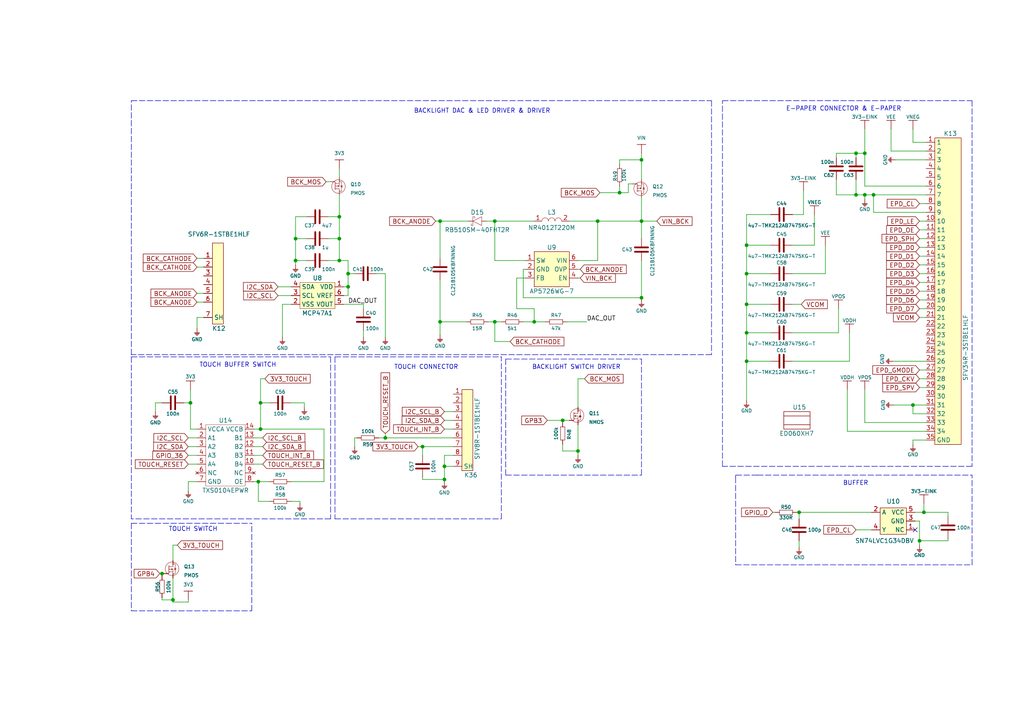
<source format=kicad_sch>
(kicad_sch (version 20211123) (generator eeschema)

  (uuid 9d475947-4115-477d-8e2d-73cdd00bebfc)

  (paper "A4")

  (title_block
    (title "Soldered Inkplate 6PLUS")
    (date "2022-12-09")
    (rev "V1.2.0.")
    (company "SOLDERED")
    (comment 1 "333235")
  )

  (lib_symbols
    (symbol "e-radionica.com schematics:0603C" (pin_numbers hide) (pin_names (offset 0.002)) (in_bom yes) (on_board yes)
      (property "Reference" "C" (id 0) (at 0 3.81 0)
        (effects (font (size 1 1)))
      )
      (property "Value" "0603C" (id 1) (at 0 -3.175 0)
        (effects (font (size 1 1)))
      )
      (property "Footprint" "e-radionica.com footprinti:0603C" (id 2) (at 0.635 -4.445 0)
        (effects (font (size 1 1)) hide)
      )
      (property "Datasheet" "" (id 3) (at 0 0 0)
        (effects (font (size 1 1)) hide)
      )
      (symbol "0603C_0_1"
        (polyline
          (pts
            (xy -0.635 1.905)
            (xy -0.635 -1.905)
          )
          (stroke (width 0.5) (type default) (color 0 0 0 0))
          (fill (type none))
        )
        (polyline
          (pts
            (xy 0.635 1.905)
            (xy 0.635 -1.905)
          )
          (stroke (width 0.5) (type default) (color 0 0 0 0))
          (fill (type none))
        )
      )
      (symbol "0603C_1_1"
        (pin passive line (at -3.175 0 0) (length 2.54)
          (name "~" (effects (font (size 1.27 1.27))))
          (number "1" (effects (font (size 1.27 1.27))))
        )
        (pin passive line (at 3.175 0 180) (length 2.54)
          (name "~" (effects (font (size 1.27 1.27))))
          (number "2" (effects (font (size 1.27 1.27))))
        )
      )
    )
    (symbol "e-radionica.com schematics:0603R" (pin_numbers hide) (pin_names (offset 0.254)) (in_bom yes) (on_board yes)
      (property "Reference" "R" (id 0) (at 0 1.27 0)
        (effects (font (size 1 1)))
      )
      (property "Value" "0603R" (id 1) (at 0 -1.905 0)
        (effects (font (size 1 1)))
      )
      (property "Footprint" "e-radionica.com footprinti:0603R" (id 2) (at 0 -3.81 0)
        (effects (font (size 1 1)) hide)
      )
      (property "Datasheet" "" (id 3) (at -0.635 1.905 0)
        (effects (font (size 1 1)) hide)
      )
      (symbol "0603R_0_1"
        (rectangle (start -1.905 -0.635) (end 1.905 -0.6604)
          (stroke (width 0.1) (type default) (color 0 0 0 0))
          (fill (type none))
        )
        (rectangle (start -1.905 0.635) (end -1.8796 -0.635)
          (stroke (width 0.1) (type default) (color 0 0 0 0))
          (fill (type none))
        )
        (rectangle (start -1.905 0.635) (end 1.905 0.6096)
          (stroke (width 0.1) (type default) (color 0 0 0 0))
          (fill (type none))
        )
        (rectangle (start 1.905 0.635) (end 1.9304 -0.635)
          (stroke (width 0.1) (type default) (color 0 0 0 0))
          (fill (type none))
        )
      )
      (symbol "0603R_1_1"
        (pin passive line (at -3.175 0 0) (length 1.27)
          (name "~" (effects (font (size 1.27 1.27))))
          (number "1" (effects (font (size 1.27 1.27))))
        )
        (pin passive line (at 3.175 0 180) (length 1.27)
          (name "~" (effects (font (size 1.27 1.27))))
          (number "2" (effects (font (size 1.27 1.27))))
        )
      )
    )
    (symbol "e-radionica.com schematics:0805C" (pin_numbers hide) (in_bom yes) (on_board yes)
      (property "Reference" "C" (id 0) (at 0 3.81 0)
        (effects (font (size 1 1)))
      )
      (property "Value" "0805C" (id 1) (at 0 -3.175 0)
        (effects (font (size 1 1)))
      )
      (property "Footprint" "e-radionica.com footprinti:0805C" (id 2) (at 0 -5.08 0)
        (effects (font (size 1 1)) hide)
      )
      (property "Datasheet" "" (id 3) (at 0 0 0)
        (effects (font (size 1 1)) hide)
      )
      (symbol "0805C_0_1"
        (polyline
          (pts
            (xy -0.635 1.905)
            (xy -0.635 -1.905)
          )
          (stroke (width 0.5) (type default) (color 0 0 0 0))
          (fill (type none))
        )
        (polyline
          (pts
            (xy 0.635 1.905)
            (xy 0.635 -1.905)
          )
          (stroke (width 0.5) (type default) (color 0 0 0 0))
          (fill (type none))
        )
      )
      (symbol "0805C_1_1"
        (pin passive line (at -3.175 0 0) (length 2.54)
          (name "~" (effects (font (size 1.27 1.27))))
          (number "1" (effects (font (size 1.27 1.27))))
        )
        (pin passive line (at 3.175 0 180) (length 2.54)
          (name "~" (effects (font (size 1.27 1.27))))
          (number "2" (effects (font (size 1.27 1.27))))
        )
      )
    )
    (symbol "e-radionica.com schematics:3V3" (power) (pin_names (offset 0)) (in_bom yes) (on_board yes)
      (property "Reference" "#PWR" (id 0) (at 4.445 0 0)
        (effects (font (size 1 1)) hide)
      )
      (property "Value" "3V3" (id 1) (at 0 3.556 0)
        (effects (font (size 1 1)))
      )
      (property "Footprint" "" (id 2) (at 4.445 3.81 0)
        (effects (font (size 1 1)) hide)
      )
      (property "Datasheet" "" (id 3) (at 4.445 3.81 0)
        (effects (font (size 1 1)) hide)
      )
      (property "ki_keywords" "power-flag" (id 4) (at 0 0 0)
        (effects (font (size 1.27 1.27)) hide)
      )
      (property "ki_description" "Power symbol creates a global label with name \"3V3\"" (id 5) (at 0 0 0)
        (effects (font (size 1.27 1.27)) hide)
      )
      (symbol "3V3_0_1"
        (polyline
          (pts
            (xy -1.27 2.54)
            (xy 1.27 2.54)
          )
          (stroke (width 0.16) (type default) (color 0 0 0 0))
          (fill (type none))
        )
        (polyline
          (pts
            (xy 0 0)
            (xy 0 2.54)
          )
          (stroke (width 0) (type default) (color 0 0 0 0))
          (fill (type none))
        )
      )
      (symbol "3V3_1_1"
        (pin power_in line (at 0 0 90) (length 0) hide
          (name "3V3" (effects (font (size 1.27 1.27))))
          (number "1" (effects (font (size 1.27 1.27))))
        )
      )
    )
    (symbol "e-radionica.com schematics:3V3-EINK" (power) (pin_names (offset 0)) (in_bom yes) (on_board yes)
      (property "Reference" "#PWR" (id 0) (at 4.445 0 0)
        (effects (font (size 1 1)) hide)
      )
      (property "Value" "3V3-EINK" (id 1) (at 0 3.556 0)
        (effects (font (size 1 1)))
      )
      (property "Footprint" "" (id 2) (at 4.445 3.81 0)
        (effects (font (size 1 1)) hide)
      )
      (property "Datasheet" "" (id 3) (at 4.445 3.81 0)
        (effects (font (size 1 1)) hide)
      )
      (property "ki_keywords" "power-flag" (id 4) (at 0 0 0)
        (effects (font (size 1.27 1.27)) hide)
      )
      (property "ki_description" "Power symbol creates a global label with name \"3V3-EINK\"" (id 5) (at 0 0 0)
        (effects (font (size 1.27 1.27)) hide)
      )
      (symbol "3V3-EINK_0_1"
        (polyline
          (pts
            (xy -1.27 2.54)
            (xy 1.27 2.54)
          )
          (stroke (width 0.16) (type default) (color 0 0 0 0))
          (fill (type none))
        )
        (polyline
          (pts
            (xy 0 0)
            (xy 0 2.54)
          )
          (stroke (width 0) (type default) (color 0 0 0 0))
          (fill (type none))
        )
      )
      (symbol "3V3-EINK_1_1"
        (pin power_in line (at 0 0 90) (length 0) hide
          (name "3V3-EINK" (effects (font (size 1.27 1.27))))
          (number "1" (effects (font (size 1.27 1.27))))
        )
      )
    )
    (symbol "e-radionica.com schematics:AP5726WG-7" (in_bom yes) (on_board yes)
      (property "Reference" "U" (id 0) (at 0 1.27 0)
        (effects (font (size 1.27 1.27)))
      )
      (property "Value" "AP5726WG-7" (id 1) (at 0 3.81 0)
        (effects (font (size 1.27 1.27)))
      )
      (property "Footprint" "e-radionica.com footprinti:SOT26" (id 2) (at -1.27 1.27 0)
        (effects (font (size 1.27 1.27)) hide)
      )
      (property "Datasheet" "https://www.diodes.com/assets/Datasheets/AP5726.pdf" (id 3) (at -1.27 1.27 0)
        (effects (font (size 1.27 1.27)) hide)
      )
      (property "ki_description" "step-up DC/DC converter specifically designed to drive white LEDs with a constant current." (id 4) (at 0 0 0)
        (effects (font (size 1.27 1.27)) hide)
      )
      (symbol "AP5726WG-7_0_1"
        (rectangle (start -5.08 0) (end 5.08 -10.16)
          (stroke (width 0) (type default) (color 0 0 0 0))
          (fill (type background))
        )
      )
      (symbol "AP5726WG-7_1_1"
        (pin passive line (at -7.62 -2.54 0) (length 2.54)
          (name "SW" (effects (font (size 1.27 1.27))))
          (number "1" (effects (font (size 1.27 1.27))))
        )
        (pin passive line (at -7.62 -5.08 0) (length 2.54)
          (name "GND" (effects (font (size 1.27 1.27))))
          (number "2" (effects (font (size 1.27 1.27))))
        )
        (pin passive line (at -7.62 -7.62 0) (length 2.54)
          (name "FB" (effects (font (size 1.27 1.27))))
          (number "3" (effects (font (size 1.27 1.27))))
        )
        (pin passive line (at 7.62 -7.62 180) (length 2.54)
          (name "EN" (effects (font (size 1.27 1.27))))
          (number "4" (effects (font (size 1.27 1.27))))
        )
        (pin passive line (at 7.62 -5.08 180) (length 2.54)
          (name "OVP" (effects (font (size 1.27 1.27))))
          (number "5" (effects (font (size 1.27 1.27))))
        )
        (pin passive line (at 7.62 -2.54 180) (length 2.54)
          (name "VIN" (effects (font (size 1.27 1.27))))
          (number "6" (effects (font (size 1.27 1.27))))
        )
      )
    )
    (symbol "e-radionica.com schematics:ED060XH7" (in_bom yes) (on_board yes)
      (property "Reference" "U" (id 0) (at 0 -3.81 0)
        (effects (font (size 1.27 1.27)))
      )
      (property "Value" "ED060XH7" (id 1) (at 0 3.81 0)
        (effects (font (size 1.27 1.27)))
      )
      (property "Footprint" "e-radionica.com footprinti:ED060XH7" (id 2) (at 0 -6.35 0)
        (effects (font (size 1.27 1.27)) hide)
      )
      (property "Datasheet" "" (id 3) (at 0 -7.62 0)
        (effects (font (size 1.27 1.27)) hide)
      )
      (symbol "ED060XH7_0_1"
        (rectangle (start -3.81 2.54) (end 3.81 -2.54)
          (stroke (width 0) (type default) (color 0 0 0 0))
          (fill (type none))
        )
        (polyline
          (pts
            (xy -3.81 -1.27)
            (xy 3.81 -1.27)
          )
          (stroke (width 0) (type default) (color 0 0 0 0))
          (fill (type none))
        )
        (polyline
          (pts
            (xy -3.81 1.27)
            (xy 3.81 1.27)
          )
          (stroke (width 0) (type default) (color 0 0 0 0))
          (fill (type none))
        )
      )
    )
    (symbol "e-radionica.com schematics:GND" (power) (pin_names (offset 0)) (in_bom yes) (on_board yes)
      (property "Reference" "#PWR" (id 0) (at 4.445 0 0)
        (effects (font (size 1 1)) hide)
      )
      (property "Value" "GND" (id 1) (at 0 -2.921 0)
        (effects (font (size 1 1)))
      )
      (property "Footprint" "" (id 2) (at 4.445 3.81 0)
        (effects (font (size 1 1)) hide)
      )
      (property "Datasheet" "" (id 3) (at 4.445 3.81 0)
        (effects (font (size 1 1)) hide)
      )
      (property "ki_keywords" "power-flag" (id 4) (at 0 0 0)
        (effects (font (size 1.27 1.27)) hide)
      )
      (property "ki_description" "Power symbol creates a global label with name \"GND\"" (id 5) (at 0 0 0)
        (effects (font (size 1.27 1.27)) hide)
      )
      (symbol "GND_0_1"
        (polyline
          (pts
            (xy -0.762 -1.27)
            (xy 0.762 -1.27)
          )
          (stroke (width 0.16) (type default) (color 0 0 0 0))
          (fill (type none))
        )
        (polyline
          (pts
            (xy -0.635 -1.524)
            (xy 0.635 -1.524)
          )
          (stroke (width 0.16) (type default) (color 0 0 0 0))
          (fill (type none))
        )
        (polyline
          (pts
            (xy -0.381 -1.778)
            (xy 0.381 -1.778)
          )
          (stroke (width 0.16) (type default) (color 0 0 0 0))
          (fill (type none))
        )
        (polyline
          (pts
            (xy -0.127 -2.032)
            (xy 0.127 -2.032)
          )
          (stroke (width 0.16) (type default) (color 0 0 0 0))
          (fill (type none))
        )
        (polyline
          (pts
            (xy 0 0)
            (xy 0 -1.27)
          )
          (stroke (width 0.16) (type default) (color 0 0 0 0))
          (fill (type none))
        )
      )
      (symbol "GND_1_1"
        (pin power_in line (at 0 0 270) (length 0) hide
          (name "GND" (effects (font (size 1.27 1.27))))
          (number "1" (effects (font (size 1.27 1.27))))
        )
      )
    )
    (symbol "e-radionica.com schematics:MCP47A1" (in_bom yes) (on_board yes)
      (property "Reference" "U" (id 0) (at 0 5.08 0)
        (effects (font (size 1.27 1.27)))
      )
      (property "Value" "MCP47A1" (id 1) (at 0 -5.08 0)
        (effects (font (size 1.27 1.27)))
      )
      (property "Footprint" "e-radionica.com footprinti:MCP47A1-SOT23-6" (id 2) (at 1.27 -7.62 0)
        (effects (font (size 1.27 1.27)) hide)
      )
      (property "Datasheet" "" (id 3) (at 0 0 0)
        (effects (font (size 1.27 1.27)) hide)
      )
      (property "ki_keywords" "DAC" (id 4) (at 0 0 0)
        (effects (font (size 1.27 1.27)) hide)
      )
      (property "ki_description" "DAC 6bit" (id 5) (at 0 0 0)
        (effects (font (size 1.27 1.27)) hide)
      )
      (symbol "MCP47A1_0_1"
        (rectangle (start -5.08 3.81) (end 5.08 -3.81)
          (stroke (width 0.1) (type default) (color 0 0 0 0))
          (fill (type background))
        )
      )
      (symbol "MCP47A1_1_1"
        (pin power_in line (at 7.62 2.54 180) (length 2.54)
          (name "VDD" (effects (font (size 1.27 1.27))))
          (number "1" (effects (font (size 1.27 1.27))))
        )
        (pin power_in line (at -7.62 -2.54 0) (length 2.54)
          (name "VSS" (effects (font (size 1.27 1.27))))
          (number "2" (effects (font (size 1.27 1.27))))
        )
        (pin bidirectional line (at -7.62 0 0) (length 2.54)
          (name "SCL" (effects (font (size 1.27 1.27))))
          (number "3" (effects (font (size 1.27 1.27))))
        )
        (pin bidirectional line (at -7.62 2.54 0) (length 2.54)
          (name "SDA" (effects (font (size 1.27 1.27))))
          (number "4" (effects (font (size 1.27 1.27))))
        )
        (pin bidirectional line (at 7.62 -2.54 180) (length 2.54)
          (name "VOUT" (effects (font (size 1.27 1.27))))
          (number "5" (effects (font (size 1.27 1.27))))
        )
        (pin bidirectional line (at 7.62 0 180) (length 2.54)
          (name "VREF" (effects (font (size 1.27 1.27))))
          (number "6" (effects (font (size 1.27 1.27))))
        )
      )
    )
    (symbol "e-radionica.com schematics:NMOS-SOT-23-3" (pin_numbers hide) (pin_names hide) (in_bom yes) (on_board yes)
      (property "Reference" "Q" (id 0) (at -1.143 2.921 0)
        (effects (font (size 1 1)))
      )
      (property "Value" "NMOS-SOT-23-3" (id 1) (at 1.524 -3.937 0)
        (effects (font (size 1 1)))
      )
      (property "Footprint" "e-radionica.com footprinti:SOT-23-3" (id 2) (at 0 -7.62 0)
        (effects (font (size 1 1)) hide)
      )
      (property "Datasheet" "" (id 3) (at 0 0 0)
        (effects (font (size 1 1)) hide)
      )
      (symbol "NMOS-SOT-23-3_0_1"
        (polyline
          (pts
            (xy 0 -1.27)
            (xy 0 1.016)
          )
          (stroke (width 0.1) (type default) (color 0 0 0 0))
          (fill (type none))
        )
        (polyline
          (pts
            (xy 0.254 -1.016)
            (xy 0.254 -0.508)
          )
          (stroke (width 0.1) (type default) (color 0 0 0 0))
          (fill (type none))
        )
        (polyline
          (pts
            (xy 0.254 -0.762)
            (xy 1.27 -0.762)
          )
          (stroke (width 0.1) (type default) (color 0 0 0 0))
          (fill (type none))
        )
        (polyline
          (pts
            (xy 0.254 -0.254)
            (xy 0.254 0.254)
          )
          (stroke (width 0.1) (type default) (color 0 0 0 0))
          (fill (type none))
        )
        (polyline
          (pts
            (xy 0.254 0.762)
            (xy 1.27 0.762)
          )
          (stroke (width 0.1) (type default) (color 0 0 0 0))
          (fill (type none))
        )
        (polyline
          (pts
            (xy 0.254 1.016)
            (xy 0.254 0.508)
          )
          (stroke (width 0.1) (type default) (color 0 0 0 0))
          (fill (type none))
        )
        (polyline
          (pts
            (xy 1.27 -1.27)
            (xy 1.27 -0.762)
          )
          (stroke (width 0.1) (type default) (color 0 0 0 0))
          (fill (type none))
        )
        (polyline
          (pts
            (xy 1.27 0.762)
            (xy 1.27 1.27)
          )
          (stroke (width 0.1) (type default) (color 0 0 0 0))
          (fill (type none))
        )
        (polyline
          (pts
            (xy 1.651 -0.254)
            (xy 1.905 0.127)
          )
          (stroke (width 0.2) (type default) (color 0 0 0 0))
          (fill (type none))
        )
        (polyline
          (pts
            (xy 1.651 0.127)
            (xy 2.159 0.127)
          )
          (stroke (width 0.0006) (type default) (color 0 0 0 0))
          (fill (type none))
        )
        (polyline
          (pts
            (xy 0.254 0)
            (xy 1.27 0)
            (xy 1.27 -0.762)
          )
          (stroke (width 0.1) (type default) (color 0 0 0 0))
          (fill (type none))
        )
        (polyline
          (pts
            (xy 1.651 -0.254)
            (xy 2.159 -0.254)
            (xy 1.905 0.127)
          )
          (stroke (width 0.2) (type default) (color 0 0 0 0))
          (fill (type none))
        )
        (polyline
          (pts
            (xy 0.381 0)
            (xy 0.635 0.254)
            (xy 0.635 -0.254)
            (xy 0.381 0)
          )
          (stroke (width 0.1) (type default) (color 0 0 0 0))
          (fill (type none))
        )
        (polyline
          (pts
            (xy 1.27 -1.27)
            (xy 1.905 -1.27)
            (xy 1.905 1.524)
            (xy 1.27 1.524)
          )
          (stroke (width 0.1) (type default) (color 0 0 0 0))
          (fill (type none))
        )
        (circle (center 1.016 0.127) (radius 1.9716)
          (stroke (width 0.1) (type default) (color 0 0 0 0))
          (fill (type none))
        )
      )
      (symbol "NMOS-SOT-23-3_1_1"
        (pin passive line (at -1.27 -1.27 0) (length 1.27)
          (name "G" (effects (font (size 1 1))))
          (number "1" (effects (font (size 1 1))))
        )
        (pin passive line (at 1.27 -2.54 90) (length 1.27)
          (name "S" (effects (font (size 1 1))))
          (number "2" (effects (font (size 1 1))))
        )
        (pin passive line (at 1.27 2.54 270) (length 1.27)
          (name "D" (effects (font (size 1 1))))
          (number "3" (effects (font (size 1 1))))
        )
      )
    )
    (symbol "e-radionica.com schematics:NR4012T220M" (in_bom yes) (on_board yes)
      (property "Reference" "L" (id 0) (at 0 2.54 0)
        (effects (font (size 1.27 1.27)))
      )
      (property "Value" "NR4012T220M" (id 1) (at 0 -1.27 0)
        (effects (font (size 1.27 1.27)))
      )
      (property "Footprint" "e-radionica.com footprinti:NR4012" (id 2) (at 0 -3.81 0)
        (effects (font (size 1.27 1.27)) hide)
      )
      (property "Datasheet" "" (id 3) (at 0 0 0)
        (effects (font (size 1.27 1.27)) hide)
      )
      (symbol "NR4012T220M_0_1"
        (arc (start -0.9525 0.0138) (mid -1.905 0.9526) (end -2.8575 0.0138)
          (stroke (width 0.1) (type default) (color 0 0 0 0))
          (fill (type none))
        )
        (arc (start 0.9525 0.0138) (mid 0 0.9526) (end -0.9525 0.0138)
          (stroke (width 0.1) (type default) (color 0 0 0 0))
          (fill (type none))
        )
        (arc (start 2.8575 0.0138) (mid 1.905 0.9526) (end 0.9525 0.0138)
          (stroke (width 0.1) (type default) (color 0 0 0 0))
          (fill (type none))
        )
      )
      (symbol "NR4012T220M_1_1"
        (pin passive line (at -5.08 0 0) (length 2.2)
          (name "" (effects (font (size 1.27 1.27))))
          (number "1" (effects (font (size 1.27 1.27))))
        )
        (pin passive line (at 5.08 0 180) (length 2.2)
          (name "" (effects (font (size 1.27 1.27))))
          (number "2" (effects (font (size 1.27 1.27))))
        )
      )
    )
    (symbol "e-radionica.com schematics:PMOS-SOT-23-3" (pin_numbers hide) (pin_names hide) (in_bom yes) (on_board yes)
      (property "Reference" "Q" (id 0) (at -1.27 2.54 0)
        (effects (font (size 1 1)))
      )
      (property "Value" "PMOS-SOT-23-3" (id 1) (at 0.381 -4.064 0)
        (effects (font (size 1 1)))
      )
      (property "Footprint" "e-radionica.com footprinti:SOT-23-3" (id 2) (at 1.27 -7.62 0)
        (effects (font (size 1 1)) hide)
      )
      (property "Datasheet" "" (id 3) (at 0 0 0)
        (effects (font (size 1 1)) hide)
      )
      (symbol "PMOS-SOT-23-3_0_1"
        (polyline
          (pts
            (xy 0 -1.27)
            (xy 0 1.016)
          )
          (stroke (width 0.1) (type default) (color 0 0 0 0))
          (fill (type none))
        )
        (polyline
          (pts
            (xy 0.254 -1.016)
            (xy 0.254 -0.508)
          )
          (stroke (width 0.1) (type default) (color 0 0 0 0))
          (fill (type none))
        )
        (polyline
          (pts
            (xy 0.254 -0.762)
            (xy 1.27 -0.762)
          )
          (stroke (width 0.1) (type default) (color 0 0 0 0))
          (fill (type none))
        )
        (polyline
          (pts
            (xy 0.254 -0.254)
            (xy 0.254 0.254)
          )
          (stroke (width 0.1) (type default) (color 0 0 0 0))
          (fill (type none))
        )
        (polyline
          (pts
            (xy 0.254 0.762)
            (xy 1.27 0.762)
          )
          (stroke (width 0.1) (type default) (color 0 0 0 0))
          (fill (type none))
        )
        (polyline
          (pts
            (xy 0.254 1.016)
            (xy 0.254 0.508)
          )
          (stroke (width 0.1) (type default) (color 0 0 0 0))
          (fill (type none))
        )
        (polyline
          (pts
            (xy 1.27 -1.27)
            (xy 1.27 -0.762)
          )
          (stroke (width 0.1) (type default) (color 0 0 0 0))
          (fill (type none))
        )
        (polyline
          (pts
            (xy 1.27 0.762)
            (xy 1.27 1.27)
          )
          (stroke (width 0.1) (type default) (color 0 0 0 0))
          (fill (type none))
        )
        (polyline
          (pts
            (xy 2.159 -0.127)
            (xy 1.651 -0.127)
          )
          (stroke (width 0.1) (type default) (color 0 0 0 0))
          (fill (type none))
        )
        (polyline
          (pts
            (xy 2.159 0.254)
            (xy 1.905 -0.127)
          )
          (stroke (width 0.1) (type default) (color 0 0 0 0))
          (fill (type none))
        )
        (polyline
          (pts
            (xy 0.254 0)
            (xy 1.27 0)
            (xy 1.27 -0.762)
          )
          (stroke (width 0.1) (type default) (color 0 0 0 0))
          (fill (type none))
        )
        (polyline
          (pts
            (xy 2.159 0.254)
            (xy 1.651 0.254)
            (xy 1.905 -0.127)
          )
          (stroke (width 0.1) (type default) (color 0 0 0 0))
          (fill (type none))
        )
        (polyline
          (pts
            (xy 1.143 0)
            (xy 0.889 -0.254)
            (xy 0.889 0.254)
            (xy 1.143 0)
          )
          (stroke (width 0.1) (type default) (color 0 0 0 0))
          (fill (type none))
        )
        (polyline
          (pts
            (xy 1.27 -1.27)
            (xy 1.905 -1.27)
            (xy 1.905 1.524)
            (xy 1.27 1.524)
          )
          (stroke (width 0.1) (type default) (color 0 0 0 0))
          (fill (type none))
        )
        (circle (center 1.016 0.127) (radius 1.9716)
          (stroke (width 0.1) (type default) (color 0 0 0 0))
          (fill (type none))
        )
      )
      (symbol "PMOS-SOT-23-3_1_1"
        (pin passive line (at -1.27 -1.27 0) (length 1.27)
          (name "G" (effects (font (size 1 1))))
          (number "1" (effects (font (size 1 1))))
        )
        (pin passive line (at 1.27 -2.54 90) (length 1.27)
          (name "S" (effects (font (size 1 1))))
          (number "2" (effects (font (size 1 1))))
        )
        (pin passive line (at 1.27 2.54 270) (length 1.27)
          (name "D" (effects (font (size 1 1))))
          (number "3" (effects (font (size 1 1))))
        )
      )
    )
    (symbol "e-radionica.com schematics:RB510SM-40FHT2R" (pin_numbers hide) (pin_names hide) (in_bom yes) (on_board yes)
      (property "Reference" "D" (id 0) (at 0 2.54 0)
        (effects (font (size 1.27 1.27)))
      )
      (property "Value" "RB510SM-40FHT2R" (id 1) (at 0 3.81 0)
        (effects (font (size 1.27 1.27)))
      )
      (property "Footprint" "e-radionica.com footprinti:SOD-523" (id 2) (at 0 0 0)
        (effects (font (size 1.27 1.27)) hide)
      )
      (property "Datasheet" "" (id 3) (at 0 0 0)
        (effects (font (size 1.27 1.27)) hide)
      )
      (property "ki_description" "Schottky Diode 100 mA" (id 4) (at 0 0 0)
        (effects (font (size 1.27 1.27)) hide)
      )
      (symbol "RB510SM-40FHT2R_0_1"
        (polyline
          (pts
            (xy -1.27 1.27)
            (xy -1.27 -1.27)
            (xy 1.27 0)
            (xy -1.27 1.27)
          )
          (stroke (width 0.1) (type default) (color 0 0 0 0))
          (fill (type none))
        )
        (polyline
          (pts
            (xy 1.27 1.27)
            (xy 1.27 -1.27)
            (xy 0.762 -1.27)
            (xy 0.762 -0.762)
          )
          (stroke (width 0.1) (type default) (color 0 0 0 0))
          (fill (type none))
        )
        (polyline
          (pts
            (xy 1.27 1.27)
            (xy 1.778 1.27)
            (xy 1.778 0.762)
            (xy 1.778 1.016)
          )
          (stroke (width 0.1) (type default) (color 0 0 0 0))
          (fill (type none))
        )
      )
      (symbol "RB510SM-40FHT2R_1_1"
        (pin passive line (at -2.54 0 0) (length 1.27)
          (name "A" (effects (font (size 1 1))))
          (number "1" (effects (font (size 1 1))))
        )
        (pin passive line (at 2.54 0 180) (length 1.27)
          (name "K" (effects (font (size 1 1))))
          (number "2" (effects (font (size 1 1))))
        )
      )
    )
    (symbol "e-radionica.com schematics:SFV34R-3STBE1HLF" (in_bom yes) (on_board yes)
      (property "Reference" "K" (id 0) (at 0 45.72 0)
        (effects (font (size 1.27 1.27)))
      )
      (property "Value" "SFV34R-3STBE1HLF" (id 1) (at 0 -46.99 0)
        (effects (font (size 1.27 1.27)))
      )
      (property "Footprint" "e-radionica.com footprinti:SFV34R-3STBE1HLF" (id 2) (at 0 -49.53 0)
        (effects (font (size 1.27 1.27)) hide)
      )
      (property "Datasheet" "" (id 3) (at 1.27 34.29 0)
        (effects (font (size 1.27 1.27)) hide)
      )
      (symbol "SFV34R-3STBE1HLF_0_1"
        (rectangle (start -3.81 44.45) (end 3.81 -44.45)
          (stroke (width 0.1524) (type default) (color 0 0 0 0))
          (fill (type background))
        )
      )
      (symbol "SFV34R-3STBE1HLF_1_1"
        (pin input line (at -6.35 43.18 0) (length 2.54)
          (name "1" (effects (font (size 1.27 1.27))))
          (number "1" (effects (font (size 1.27 1.27))))
        )
        (pin input line (at -6.35 20.32 0) (length 2.54)
          (name "10" (effects (font (size 1.27 1.27))))
          (number "10" (effects (font (size 1.27 1.27))))
        )
        (pin input line (at -6.35 17.78 0) (length 2.54)
          (name "11" (effects (font (size 1.27 1.27))))
          (number "11" (effects (font (size 1.27 1.27))))
        )
        (pin input line (at -6.35 15.24 0) (length 2.54)
          (name "12" (effects (font (size 1.27 1.27))))
          (number "12" (effects (font (size 1.27 1.27))))
        )
        (pin input line (at -6.35 12.7 0) (length 2.54)
          (name "13" (effects (font (size 1.27 1.27))))
          (number "13" (effects (font (size 1.27 1.27))))
        )
        (pin input line (at -6.35 10.16 0) (length 2.54)
          (name "14" (effects (font (size 1.27 1.27))))
          (number "14" (effects (font (size 1.27 1.27))))
        )
        (pin input line (at -6.35 7.62 0) (length 2.54)
          (name "15" (effects (font (size 1.27 1.27))))
          (number "15" (effects (font (size 1.27 1.27))))
        )
        (pin input line (at -6.35 5.08 0) (length 2.54)
          (name "16" (effects (font (size 1.27 1.27))))
          (number "16" (effects (font (size 1.27 1.27))))
        )
        (pin input line (at -6.35 2.54 0) (length 2.54)
          (name "17" (effects (font (size 1.27 1.27))))
          (number "17" (effects (font (size 1.27 1.27))))
        )
        (pin input line (at -6.35 0 0) (length 2.54)
          (name "18" (effects (font (size 1.27 1.27))))
          (number "18" (effects (font (size 1.27 1.27))))
        )
        (pin input line (at -6.35 -2.54 0) (length 2.54)
          (name "19" (effects (font (size 1.27 1.27))))
          (number "19" (effects (font (size 1.27 1.27))))
        )
        (pin input line (at -6.35 40.64 0) (length 2.54)
          (name "2" (effects (font (size 1.27 1.27))))
          (number "2" (effects (font (size 1.27 1.27))))
        )
        (pin input line (at -6.35 -5.08 0) (length 2.54)
          (name "20" (effects (font (size 1.27 1.27))))
          (number "20" (effects (font (size 1.27 1.27))))
        )
        (pin input line (at -6.35 -7.62 0) (length 2.54)
          (name "21" (effects (font (size 1.27 1.27))))
          (number "21" (effects (font (size 1.27 1.27))))
        )
        (pin input line (at -6.35 -10.16 0) (length 2.54)
          (name "22" (effects (font (size 1.27 1.27))))
          (number "22" (effects (font (size 1.27 1.27))))
        )
        (pin input line (at -6.35 -12.7 0) (length 2.54)
          (name "23" (effects (font (size 1.27 1.27))))
          (number "23" (effects (font (size 1.27 1.27))))
        )
        (pin input line (at -6.35 -15.24 0) (length 2.54)
          (name "24" (effects (font (size 1.27 1.27))))
          (number "24" (effects (font (size 1.27 1.27))))
        )
        (pin input line (at -6.35 -17.78 0) (length 2.54)
          (name "25" (effects (font (size 1.27 1.27))))
          (number "25" (effects (font (size 1.27 1.27))))
        )
        (pin input line (at -6.35 -20.32 0) (length 2.54)
          (name "26" (effects (font (size 1.27 1.27))))
          (number "26" (effects (font (size 1.27 1.27))))
        )
        (pin input line (at -6.35 -22.86 0) (length 2.54)
          (name "27" (effects (font (size 1.27 1.27))))
          (number "27" (effects (font (size 1.27 1.27))))
        )
        (pin input line (at -6.35 -25.4 0) (length 2.54)
          (name "28" (effects (font (size 1.27 1.27))))
          (number "28" (effects (font (size 1.27 1.27))))
        )
        (pin input line (at -6.35 -27.94 0) (length 2.54)
          (name "29" (effects (font (size 1.27 1.27))))
          (number "29" (effects (font (size 1.27 1.27))))
        )
        (pin input line (at -6.35 38.1 0) (length 2.54)
          (name "3" (effects (font (size 1.27 1.27))))
          (number "3" (effects (font (size 1.27 1.27))))
        )
        (pin input line (at -6.35 -30.48 0) (length 2.54)
          (name "30" (effects (font (size 1.27 1.27))))
          (number "30" (effects (font (size 1.27 1.27))))
        )
        (pin input line (at -6.35 -33.02 0) (length 2.54)
          (name "31" (effects (font (size 1.27 1.27))))
          (number "31" (effects (font (size 1.27 1.27))))
        )
        (pin input line (at -6.35 -35.56 0) (length 2.54)
          (name "32" (effects (font (size 1.27 1.27))))
          (number "32" (effects (font (size 1.27 1.27))))
        )
        (pin input line (at -6.35 -38.1 0) (length 2.54)
          (name "33" (effects (font (size 1.27 1.27))))
          (number "33" (effects (font (size 1.27 1.27))))
        )
        (pin input line (at -6.35 -40.64 0) (length 2.54)
          (name "34" (effects (font (size 1.27 1.27))))
          (number "34" (effects (font (size 1.27 1.27))))
        )
        (pin input line (at -6.35 -43.18 0) (length 2.54)
          (name "GND" (effects (font (size 1.27 1.27))))
          (number "35" (effects (font (size 1.27 1.27))))
        )
        (pin input line (at -6.35 35.56 0) (length 2.54)
          (name "4" (effects (font (size 1.27 1.27))))
          (number "4" (effects (font (size 1.27 1.27))))
        )
        (pin input line (at -6.35 33.02 0) (length 2.54)
          (name "5" (effects (font (size 1.27 1.27))))
          (number "5" (effects (font (size 1.27 1.27))))
        )
        (pin input line (at -6.35 30.48 0) (length 2.54)
          (name "6" (effects (font (size 1.27 1.27))))
          (number "6" (effects (font (size 1.27 1.27))))
        )
        (pin input line (at -6.35 27.94 0) (length 2.54)
          (name "7" (effects (font (size 1.27 1.27))))
          (number "7" (effects (font (size 1.27 1.27))))
        )
        (pin input line (at -6.35 25.4 0) (length 2.54)
          (name "8" (effects (font (size 1.27 1.27))))
          (number "8" (effects (font (size 1.27 1.27))))
        )
        (pin input line (at -6.35 22.86 0) (length 2.54)
          (name "9" (effects (font (size 1.27 1.27))))
          (number "9" (effects (font (size 1.27 1.27))))
        )
      )
    )
    (symbol "e-radionica.com schematics:SFV6R-1STBE1HLF" (in_bom yes) (on_board yes)
      (property "Reference" "K" (id 0) (at 0 0 0)
        (effects (font (size 1.27 1.27)))
      )
      (property "Value" "SFV6R-1STBE1HLF" (id 1) (at 0 -11.43 90)
        (effects (font (size 1.27 1.27)))
      )
      (property "Footprint" "e-radionica.com footprinti:SFV6R-1STBE1HLF" (id 2) (at 0 0 0)
        (effects (font (size 1.27 1.27)) hide)
      )
      (property "Datasheet" "" (id 3) (at 0 0 0)
        (effects (font (size 1.27 1.27)) hide)
      )
      (symbol "SFV6R-1STBE1HLF_0_1"
        (rectangle (start -1.905 -1.27) (end 1.27 -24.765)
          (stroke (width 0) (type default) (color 0 0 0 0))
          (fill (type background))
        )
      )
      (symbol "SFV6R-1STBE1HLF_1_1"
        (pin passive line (at -4.445 -5.715 0) (length 2.54)
          (name "" (effects (font (size 1.27 1.27))))
          (number "1" (effects (font (size 1.27 1.27))))
        )
        (pin passive line (at -4.445 -8.255 0) (length 2.54)
          (name "" (effects (font (size 1.27 1.27))))
          (number "2" (effects (font (size 1.27 1.27))))
        )
        (pin passive line (at -4.445 -10.795 0) (length 2.54)
          (name "" (effects (font (size 1.27 1.27))))
          (number "3" (effects (font (size 1.27 1.27))))
        )
        (pin passive line (at -4.445 -13.335 0) (length 2.54)
          (name "" (effects (font (size 1.27 1.27))))
          (number "4" (effects (font (size 1.27 1.27))))
        )
        (pin passive line (at -4.445 -15.875 0) (length 2.54)
          (name "" (effects (font (size 1.27 1.27))))
          (number "5" (effects (font (size 1.27 1.27))))
        )
        (pin passive line (at -4.445 -18.415 0) (length 2.54)
          (name "" (effects (font (size 1.27 1.27))))
          (number "6" (effects (font (size 1.27 1.27))))
        )
        (pin passive line (at -4.445 -22.86 0) (length 2.54)
          (name "SH" (effects (font (size 1.27 1.27))))
          (number "7" (effects (font (size 1.27 1.27))))
        )
      )
    )
    (symbol "e-radionica.com schematics:SFV8R-1STBE1HLF" (in_bom yes) (on_board yes)
      (property "Reference" "K" (id 0) (at 1.27 1.27 0)
        (effects (font (size 1.27 1.27)))
      )
      (property "Value" "SFV8R-1STBE1HLF" (id 1) (at 1.27 -9.525 90)
        (effects (font (size 1.27 1.27)))
      )
      (property "Footprint" "e-radionica.com footprinti:SFV8R-1STBE1HLF" (id 2) (at 0 0 0)
        (effects (font (size 1.27 1.27)) hide)
      )
      (property "Datasheet" "" (id 3) (at 0 0 0)
        (effects (font (size 1.27 1.27)) hide)
      )
      (property "ki_description" "FFC & FPC Connectors 0.5 mm 8 Position" (id 4) (at 0 0 0)
        (effects (font (size 1.27 1.27)) hide)
      )
      (symbol "SFV8R-1STBE1HLF_0_1"
        (rectangle (start -0.635 0) (end 2.54 -23.495)
          (stroke (width 0) (type default) (color 0 0 0 0))
          (fill (type background))
        )
      )
      (symbol "SFV8R-1STBE1HLF_1_1"
        (pin passive line (at -3.175 -1.27 0) (length 2.54)
          (name "" (effects (font (size 1.27 1.27))))
          (number "1" (effects (font (size 1.27 1.27))))
        )
        (pin passive line (at -3.175 -3.81 0) (length 2.54)
          (name "" (effects (font (size 1.27 1.27))))
          (number "2" (effects (font (size 1.27 1.27))))
        )
        (pin passive line (at -3.175 -6.35 0) (length 2.54)
          (name "" (effects (font (size 1.27 1.27))))
          (number "3" (effects (font (size 1.27 1.27))))
        )
        (pin passive line (at -3.175 -8.89 0) (length 2.54)
          (name "" (effects (font (size 1.27 1.27))))
          (number "4" (effects (font (size 1.27 1.27))))
        )
        (pin passive line (at -3.175 -11.43 0) (length 2.54)
          (name "" (effects (font (size 1.27 1.27))))
          (number "5" (effects (font (size 1.27 1.27))))
        )
        (pin passive line (at -3.175 -13.97 0) (length 2.54)
          (name "" (effects (font (size 1.27 1.27))))
          (number "6" (effects (font (size 1.27 1.27))))
        )
        (pin passive line (at -3.175 -16.51 0) (length 2.54)
          (name "" (effects (font (size 1.27 1.27))))
          (number "7" (effects (font (size 1.27 1.27))))
        )
        (pin passive line (at -3.175 -19.05 0) (length 2.54)
          (name "" (effects (font (size 1.27 1.27))))
          (number "8" (effects (font (size 1.27 1.27))))
        )
        (pin passive line (at -3.175 -22.225 0) (length 2.54)
          (name "SH" (effects (font (size 1.27 1.27))))
          (number "9" (effects (font (size 1.27 1.27))))
        )
      )
    )
    (symbol "e-radionica.com schematics:SN74LVC1G34DBV" (in_bom yes) (on_board yes)
      (property "Reference" "U" (id 0) (at -2.54 5.08 0)
        (effects (font (size 1.27 1.27)))
      )
      (property "Value" "SN74LVC1G34DBV" (id 1) (at -1.27 7.62 0)
        (effects (font (size 1.27 1.27)))
      )
      (property "Footprint" "e-radionica.com footprinti:SN74LVC1G34DBV" (id 2) (at -1.27 8.89 0)
        (effects (font (size 1.27 1.27)) hide)
      )
      (property "Datasheet" "" (id 3) (at -1.27 8.89 0)
        (effects (font (size 1.27 1.27)) hide)
      )
      (property "ki_keywords" "Buffer" (id 4) (at 0 0 0)
        (effects (font (size 1.27 1.27)) hide)
      )
      (property "ki_description" "Single Buffer Gate" (id 5) (at 0 0 0)
        (effects (font (size 1.27 1.27)) hide)
      )
      (symbol "SN74LVC1G34DBV_0_0"
        (rectangle (start -3.81 3.81) (end 3.81 -3.81)
          (stroke (width 0) (type default) (color 0 0 0 0))
          (fill (type background))
        )
      )
      (symbol "SN74LVC1G34DBV_1_1"
        (pin passive line (at 6.35 -2.54 180) (length 2.54)
          (name "NC" (effects (font (size 1.27 1.27))))
          (number "1" (effects (font (size 1.27 1.27))))
        )
        (pin passive line (at -6.35 2.54 0) (length 2.54)
          (name "A" (effects (font (size 1.27 1.27))))
          (number "2" (effects (font (size 1.27 1.27))))
        )
        (pin passive line (at 6.35 0 180) (length 2.54)
          (name "GND" (effects (font (size 1.27 1.27))))
          (number "3" (effects (font (size 1.27 1.27))))
        )
        (pin passive line (at -6.35 -2.54 0) (length 2.54)
          (name "Y" (effects (font (size 1.27 1.27))))
          (number "4" (effects (font (size 1.27 1.27))))
        )
        (pin passive line (at 6.35 2.54 180) (length 2.54)
          (name "VCC" (effects (font (size 1.27 1.27))))
          (number "5" (effects (font (size 1.27 1.27))))
        )
      )
    )
    (symbol "e-radionica.com schematics:TXS0104EPWR" (in_bom yes) (on_board yes)
      (property "Reference" "U" (id 0) (at 0 10.16 0)
        (effects (font (size 1.27 1.27)))
      )
      (property "Value" "TXS0104EPWR" (id 1) (at 0 -10.16 0)
        (effects (font (size 1.27 1.27)))
      )
      (property "Footprint" "e-radionica.com footprinti:TXS0104EPWR" (id 2) (at 0 -12.7 0)
        (effects (font (size 1.27 1.27)) hide)
      )
      (property "Datasheet" "" (id 3) (at -0.635 0 0)
        (effects (font (size 1.27 1.27)) hide)
      )
      (symbol "TXS0104EPWR_0_1"
        (rectangle (start -5.715 8.89) (end 5.715 -8.89)
          (stroke (width 0.0006) (type default) (color 0 0 0 0))
          (fill (type none))
        )
      )
      (symbol "TXS0104EPWR_1_1"
        (pin power_in line (at -8.255 7.62 0) (length 2.54)
          (name "VCCA" (effects (font (size 1.27 1.27))))
          (number "1" (effects (font (size 1.27 1.27))))
        )
        (pin passive line (at 8.255 -2.54 180) (length 2.54)
          (name "B4" (effects (font (size 1.27 1.27))))
          (number "10" (effects (font (size 1.27 1.27))))
        )
        (pin passive line (at 8.255 0 180) (length 2.54)
          (name "B3" (effects (font (size 1.27 1.27))))
          (number "11" (effects (font (size 1.27 1.27))))
        )
        (pin passive line (at 8.255 2.54 180) (length 2.54)
          (name "B2" (effects (font (size 1.27 1.27))))
          (number "12" (effects (font (size 1.27 1.27))))
        )
        (pin passive line (at 8.255 5.08 180) (length 2.54)
          (name "B1" (effects (font (size 1.27 1.27))))
          (number "13" (effects (font (size 1.27 1.27))))
        )
        (pin power_out line (at 8.255 7.62 180) (length 2.54)
          (name "VCCB" (effects (font (size 1.27 1.27))))
          (number "14" (effects (font (size 1.27 1.27))))
        )
        (pin passive line (at -8.255 5.08 0) (length 2.54)
          (name "A1" (effects (font (size 1.27 1.27))))
          (number "2" (effects (font (size 1.27 1.27))))
        )
        (pin passive line (at -8.255 2.54 0) (length 2.54)
          (name "A2" (effects (font (size 1.27 1.27))))
          (number "3" (effects (font (size 1.27 1.27))))
        )
        (pin passive line (at -8.255 0 0) (length 2.54)
          (name "A3" (effects (font (size 1.27 1.27))))
          (number "4" (effects (font (size 1.27 1.27))))
        )
        (pin passive line (at -8.255 -2.54 0) (length 2.54)
          (name "A4" (effects (font (size 1.27 1.27))))
          (number "5" (effects (font (size 1.27 1.27))))
        )
        (pin no_connect line (at -8.255 -5.08 0) (length 2.54)
          (name "NC" (effects (font (size 1.27 1.27))))
          (number "6" (effects (font (size 1.27 1.27))))
        )
        (pin passive line (at -8.255 -7.62 0) (length 2.54)
          (name "GND" (effects (font (size 1.27 1.27))))
          (number "7" (effects (font (size 1.27 1.27))))
        )
        (pin passive line (at 8.255 -7.62 180) (length 2.54)
          (name "OE" (effects (font (size 1.27 1.27))))
          (number "8" (effects (font (size 1.27 1.27))))
        )
        (pin no_connect line (at 8.255 -5.08 180) (length 2.54)
          (name "NC" (effects (font (size 1.27 1.27))))
          (number "9" (effects (font (size 1.27 1.27))))
        )
      )
    )
    (symbol "e-radionica.com schematics:VDDH" (power) (pin_names (offset 0)) (in_bom yes) (on_board yes)
      (property "Reference" "#PWR" (id 0) (at 4.445 0 0)
        (effects (font (size 1 1)) hide)
      )
      (property "Value" "VDDH" (id 1) (at 0 3.556 0)
        (effects (font (size 1 1)))
      )
      (property "Footprint" "" (id 2) (at 4.445 3.81 0)
        (effects (font (size 1 1)) hide)
      )
      (property "Datasheet" "" (id 3) (at 4.445 3.81 0)
        (effects (font (size 1 1)) hide)
      )
      (property "ki_keywords" "power-flag" (id 4) (at 0 0 0)
        (effects (font (size 1.27 1.27)) hide)
      )
      (property "ki_description" "Power symbol creates a global label with name \"VDDH\"" (id 5) (at 0 0 0)
        (effects (font (size 1.27 1.27)) hide)
      )
      (symbol "VDDH_0_1"
        (polyline
          (pts
            (xy -1.27 2.54)
            (xy 1.27 2.54)
          )
          (stroke (width 0.16) (type default) (color 0 0 0 0))
          (fill (type none))
        )
        (polyline
          (pts
            (xy 0 0)
            (xy 0 2.54)
          )
          (stroke (width 0) (type default) (color 0 0 0 0))
          (fill (type none))
        )
      )
      (symbol "VDDH_1_1"
        (pin power_in line (at 0 0 90) (length 0) hide
          (name "VDDH" (effects (font (size 1.27 1.27))))
          (number "1" (effects (font (size 1.27 1.27))))
        )
      )
    )
    (symbol "e-radionica.com schematics:VEE" (power) (pin_names (offset 0)) (in_bom yes) (on_board yes)
      (property "Reference" "#PWR" (id 0) (at 4.445 0 0)
        (effects (font (size 1 1)) hide)
      )
      (property "Value" "VEE" (id 1) (at 0 3.556 0)
        (effects (font (size 1 1)))
      )
      (property "Footprint" "" (id 2) (at 4.445 3.81 0)
        (effects (font (size 1 1)) hide)
      )
      (property "Datasheet" "" (id 3) (at 4.445 3.81 0)
        (effects (font (size 1 1)) hide)
      )
      (property "ki_keywords" "power-flag" (id 4) (at 0 0 0)
        (effects (font (size 1.27 1.27)) hide)
      )
      (property "ki_description" "Power symbol creates a global label with name \"VEE\"" (id 5) (at 0 0 0)
        (effects (font (size 1.27 1.27)) hide)
      )
      (symbol "VEE_0_1"
        (polyline
          (pts
            (xy -1.27 2.54)
            (xy 1.27 2.54)
          )
          (stroke (width 0.16) (type default) (color 0 0 0 0))
          (fill (type none))
        )
        (polyline
          (pts
            (xy 0 0)
            (xy 0 2.54)
          )
          (stroke (width 0) (type default) (color 0 0 0 0))
          (fill (type none))
        )
      )
      (symbol "VEE_1_1"
        (pin power_in line (at 0 0 90) (length 0) hide
          (name "VEE" (effects (font (size 1.27 1.27))))
          (number "1" (effects (font (size 1.27 1.27))))
        )
      )
    )
    (symbol "e-radionica.com schematics:VIN" (power) (pin_names (offset 0)) (in_bom yes) (on_board yes)
      (property "Reference" "#PWR" (id 0) (at 4.445 0 0)
        (effects (font (size 1 1)) hide)
      )
      (property "Value" "VIN" (id 1) (at 0 3.556 0)
        (effects (font (size 1 1)))
      )
      (property "Footprint" "" (id 2) (at 4.445 3.81 0)
        (effects (font (size 1 1)) hide)
      )
      (property "Datasheet" "" (id 3) (at 4.445 3.81 0)
        (effects (font (size 1 1)) hide)
      )
      (property "ki_keywords" "power-flag" (id 4) (at 0 0 0)
        (effects (font (size 1.27 1.27)) hide)
      )
      (property "ki_description" "Power symbol creates a global label with name \"VIN\"" (id 5) (at 0 0 0)
        (effects (font (size 1.27 1.27)) hide)
      )
      (symbol "VIN_0_1"
        (polyline
          (pts
            (xy -1.27 2.54)
            (xy 1.27 2.54)
          )
          (stroke (width 0.16) (type default) (color 0 0 0 0))
          (fill (type none))
        )
        (polyline
          (pts
            (xy 0 0)
            (xy 0 2.54)
          )
          (stroke (width 0) (type default) (color 0 0 0 0))
          (fill (type none))
        )
      )
      (symbol "VIN_1_1"
        (pin power_in line (at 0 0 90) (length 0) hide
          (name "VIN" (effects (font (size 1.27 1.27))))
          (number "1" (effects (font (size 1.27 1.27))))
        )
      )
    )
    (symbol "e-radionica.com schematics:VNEG" (power) (pin_names (offset 0)) (in_bom yes) (on_board yes)
      (property "Reference" "#PWR" (id 0) (at 4.445 0 0)
        (effects (font (size 1 1)) hide)
      )
      (property "Value" "VNEG" (id 1) (at 0 3.556 0)
        (effects (font (size 1 1)))
      )
      (property "Footprint" "" (id 2) (at 4.445 3.81 0)
        (effects (font (size 1 1)) hide)
      )
      (property "Datasheet" "" (id 3) (at 4.445 3.81 0)
        (effects (font (size 1 1)) hide)
      )
      (property "ki_keywords" "power-flag" (id 4) (at 0 0 0)
        (effects (font (size 1.27 1.27)) hide)
      )
      (property "ki_description" "Power symbol creates a global label with name \"VNEG\"" (id 5) (at 0 0 0)
        (effects (font (size 1.27 1.27)) hide)
      )
      (symbol "VNEG_0_1"
        (polyline
          (pts
            (xy -1.27 2.54)
            (xy 1.27 2.54)
          )
          (stroke (width 0.16) (type default) (color 0 0 0 0))
          (fill (type none))
        )
        (polyline
          (pts
            (xy 0 0)
            (xy 0 2.54)
          )
          (stroke (width 0) (type default) (color 0 0 0 0))
          (fill (type none))
        )
      )
      (symbol "VNEG_1_1"
        (pin power_in line (at 0 0 90) (length 0) hide
          (name "VNEG" (effects (font (size 1.27 1.27))))
          (number "1" (effects (font (size 1.27 1.27))))
        )
      )
    )
    (symbol "e-radionica.com schematics:VPOS" (power) (pin_names (offset 0)) (in_bom yes) (on_board yes)
      (property "Reference" "#PWR" (id 0) (at 4.445 0 0)
        (effects (font (size 1 1)) hide)
      )
      (property "Value" "VPOS" (id 1) (at 0 3.556 0)
        (effects (font (size 1 1)))
      )
      (property "Footprint" "" (id 2) (at 4.445 3.81 0)
        (effects (font (size 1 1)) hide)
      )
      (property "Datasheet" "" (id 3) (at 4.445 3.81 0)
        (effects (font (size 1 1)) hide)
      )
      (property "ki_keywords" "power-flag" (id 4) (at 0 0 0)
        (effects (font (size 1.27 1.27)) hide)
      )
      (property "ki_description" "Power symbol creates a global label with name \"VPOS\"" (id 5) (at 0 0 0)
        (effects (font (size 1.27 1.27)) hide)
      )
      (symbol "VPOS_0_1"
        (polyline
          (pts
            (xy -1.27 2.54)
            (xy 1.27 2.54)
          )
          (stroke (width 0.16) (type default) (color 0 0 0 0))
          (fill (type none))
        )
        (polyline
          (pts
            (xy 0 0)
            (xy 0 2.54)
          )
          (stroke (width 0) (type default) (color 0 0 0 0))
          (fill (type none))
        )
      )
      (symbol "VPOS_1_1"
        (pin power_in line (at 0 0 90) (length 0) hide
          (name "VPOS" (effects (font (size 1.27 1.27))))
          (number "1" (effects (font (size 1.27 1.27))))
        )
      )
    )
  )

  (junction (at 248.285 44.45) (diameter 0) (color 0 0 0 0)
    (uuid 01403139-22d2-46a6-a738-f3250ada9605)
  )
  (junction (at 122.555 129.54) (diameter 0) (color 0 0 0 0)
    (uuid 07eb6834-1171-480d-9035-496b730b6242)
  )
  (junction (at 216.535 96.52) (diameter 0) (color 0 0 0 0)
    (uuid 0ad5c55c-fbae-460d-8a01-cc9011e287d9)
  )
  (junction (at 100.965 83.185) (diameter 0) (color 0 0 0 0)
    (uuid 1dc60600-5235-4456-91bf-a196642211fa)
  )
  (junction (at 216.535 88.265) (diameter 0) (color 0 0 0 0)
    (uuid 1ef33d33-7bb1-4ec1-9325-77aa0f672321)
  )
  (junction (at 216.535 79.375) (diameter 0) (color 0 0 0 0)
    (uuid 226c059c-c029-4cab-a0ca-9a2398c52152)
  )
  (junction (at 46.99 166.37) (diameter 0) (color 0 0 0 0)
    (uuid 24676ea0-d075-44b7-975e-6d965fe9ec07)
  )
  (junction (at 186.055 86.36) (diameter 0) (color 0 0 0 0)
    (uuid 27af2bce-cc69-4871-b498-177c0c7f1e98)
  )
  (junction (at 111.76 127) (diameter 0) (color 0 0 0 0)
    (uuid 2c047476-4231-4e2f-ad61-b6d9709ad79f)
  )
  (junction (at 216.535 104.775) (diameter 0) (color 0 0 0 0)
    (uuid 2d0623db-23d6-4c0d-a210-969d35c602d7)
  )
  (junction (at 75.565 124.46) (diameter 0) (color 0 0 0 0)
    (uuid 3134a37e-4e94-4ce0-8777-dc0fd9c079bf)
  )
  (junction (at 267.97 148.59) (diameter 0) (color 0 0 0 0)
    (uuid 372ffb03-a184-44d7-8be3-18cbad136e35)
  )
  (junction (at 98.425 69.215) (diameter 0) (color 0 0 0 0)
    (uuid 4906152c-0a38-491b-a8ba-54085c241e5a)
  )
  (junction (at 250.825 56.515) (diameter 0) (color 0 0 0 0)
    (uuid 4e8448d9-7828-42cf-8ab9-34147cdaf1a2)
  )
  (junction (at 264.795 117.475) (diameter 0) (color 0 0 0 0)
    (uuid 5adfcc5e-0785-47d6-9653-53f1546a9a44)
  )
  (junction (at 143.51 64.135) (diameter 0) (color 0 0 0 0)
    (uuid 5c8caa9b-1c5a-4953-8f35-31bab3c36814)
  )
  (junction (at 186.055 46.355) (diameter 0) (color 0 0 0 0)
    (uuid 5fbe4868-6f1d-4fca-ab8b-cfefe035380e)
  )
  (junction (at 75.565 116.84) (diameter 0) (color 0 0 0 0)
    (uuid 62a1f36c-c12c-495b-afb0-c4157fc81378)
  )
  (junction (at 85.725 75.565) (diameter 0) (color 0 0 0 0)
    (uuid 6341abc3-8d7a-4b44-b2ef-06521e7b0c2e)
  )
  (junction (at 266.7 156.845) (diameter 0) (color 0 0 0 0)
    (uuid 7a8960d8-85cb-4377-9692-a62751be2001)
  )
  (junction (at 231.775 148.59) (diameter 0) (color 0 0 0 0)
    (uuid 8f7de553-0104-4d13-9227-cb3c4843f8b3)
  )
  (junction (at 154.94 93.345) (diameter 0) (color 0 0 0 0)
    (uuid 995f94c3-a534-4578-a94a-9f1019ccb829)
  )
  (junction (at 173.355 64.135) (diameter 0) (color 0 0 0 0)
    (uuid 9a255a92-d4a9-46ef-8f01-553b728daaf0)
  )
  (junction (at 55.245 116.84) (diameter 0) (color 0 0 0 0)
    (uuid 9a2adfd8-62b8-4532-9617-439983631d1e)
  )
  (junction (at 167.64 130.81) (diameter 0) (color 0 0 0 0)
    (uuid a56d48ca-17a1-4e81-995e-e2da9191208e)
  )
  (junction (at 127.635 93.345) (diameter 0) (color 0 0 0 0)
    (uuid aa80e344-6081-45cd-b389-ff5d3d3476c8)
  )
  (junction (at 163.195 121.92) (diameter 0) (color 0 0 0 0)
    (uuid af5577a9-904e-4fd7-af6b-3ba070b81a2f)
  )
  (junction (at 100.965 79.375) (diameter 0) (color 0 0 0 0)
    (uuid b5e034ae-a8a4-4659-9058-8d940ad6c366)
  )
  (junction (at 128.905 135.255) (diameter 0) (color 0 0 0 0)
    (uuid b71c1c6b-21c2-487c-99a9-e46d7a5820dc)
  )
  (junction (at 85.725 69.215) (diameter 0) (color 0 0 0 0)
    (uuid b8a34cac-87bf-4cec-8737-7462d60dcb3e)
  )
  (junction (at 127.635 64.135) (diameter 0) (color 0 0 0 0)
    (uuid bca54006-8325-4258-8c56-f711fb632a3e)
  )
  (junction (at 250.825 44.45) (diameter 0) (color 0 0 0 0)
    (uuid bd8821df-fe97-4aee-877b-4f94d9074802)
  )
  (junction (at 216.535 71.12) (diameter 0) (color 0 0 0 0)
    (uuid c8f3031c-c315-4e93-b205-9f615c6d76fe)
  )
  (junction (at 50.165 173.99) (diameter 0) (color 0 0 0 0)
    (uuid cdf1606b-46ef-4804-9368-edacc98beff9)
  )
  (junction (at 74.93 139.7) (diameter 0) (color 0 0 0 0)
    (uuid d5f1afcb-aa95-4c73-988d-6499708cc806)
  )
  (junction (at 253.365 56.515) (diameter 0) (color 0 0 0 0)
    (uuid db9e1bd8-c36a-404a-bcfc-f9b5bfc3fd22)
  )
  (junction (at 186.055 64.135) (diameter 0) (color 0 0 0 0)
    (uuid e341fc69-5162-4d74-a9b9-d7d2b4978e11)
  )
  (junction (at 179.705 55.88) (diameter 0) (color 0 0 0 0)
    (uuid e39b17fd-c9ab-4327-b82c-3ce18638c4f9)
  )
  (junction (at 128.905 139.065) (diameter 0) (color 0 0 0 0)
    (uuid eb112459-67a8-4d38-9b76-3dad8afb3280)
  )
  (junction (at 143.51 93.345) (diameter 0) (color 0 0 0 0)
    (uuid fa6bb277-3980-4c56-97e1-324d04025d11)
  )
  (junction (at 98.425 62.865) (diameter 0) (color 0 0 0 0)
    (uuid fc843d9e-0229-4ad8-ac38-af3be92e917e)
  )
  (junction (at 248.285 56.515) (diameter 0) (color 0 0 0 0)
    (uuid fd352e1f-612e-4240-afa4-16c4e318484c)
  )
  (junction (at 98.425 75.565) (diameter 0) (color 0 0 0 0)
    (uuid feaf1140-bab9-40fb-a79a-133d9b783a1a)
  )

  (no_connect (at 265.43 153.67) (uuid 9d9a12ca-2dff-4289-9851-6c9467512583))

  (wire (pts (xy 250.825 122.555) (xy 268.605 122.555))
    (stroke (width 0) (type default) (color 0 0 0 0))
    (uuid 00163e0e-adb8-45a4-84c8-35fe60053d2f)
  )
  (wire (pts (xy 264.795 41.275) (xy 268.605 41.275))
    (stroke (width 0) (type default) (color 0 0 0 0))
    (uuid 0038befc-bd2f-429a-80fa-9db8424848ce)
  )
  (wire (pts (xy 266.7 92.075) (xy 268.605 92.075))
    (stroke (width 0) (type default) (color 0 0 0 0))
    (uuid 004594e9-2825-4d59-bb25-23817e21f3f8)
  )
  (wire (pts (xy 266.7 69.215) (xy 268.605 69.215))
    (stroke (width 0) (type default) (color 0 0 0 0))
    (uuid 0345ab70-7fe0-4c01-9e3e-ccc1ad463591)
  )
  (wire (pts (xy 109.855 127) (xy 111.76 127))
    (stroke (width 0) (type default) (color 0 0 0 0))
    (uuid 03c8a088-f22a-4008-941f-b1ecec1bd671)
  )
  (wire (pts (xy 73.66 127) (xy 76.2 127))
    (stroke (width 0) (type default) (color 0 0 0 0))
    (uuid 03e4c60f-8666-4930-bce3-5db068d889ad)
  )
  (wire (pts (xy 99.695 83.185) (xy 100.965 83.185))
    (stroke (width 0) (type default) (color 0 0 0 0))
    (uuid 040e009d-6ea4-4359-8e13-3ef0f8177f26)
  )
  (wire (pts (xy 186.055 44.45) (xy 186.055 46.355))
    (stroke (width 0) (type default) (color 0 0 0 0))
    (uuid 04a7d9e4-beae-4ede-accb-b27ec3b5e278)
  )
  (wire (pts (xy 266.7 156.845) (xy 266.7 158.115))
    (stroke (width 0) (type default) (color 0 0 0 0))
    (uuid 06b2807e-cc4b-4da5-aed8-ef61b9b7d752)
  )
  (wire (pts (xy 259.08 117.475) (xy 264.795 117.475))
    (stroke (width 0) (type default) (color 0 0 0 0))
    (uuid 093e6af5-82ba-47ce-835f-28d7635f0d66)
  )
  (wire (pts (xy 243.205 96.52) (xy 229.87 96.52))
    (stroke (width 0) (type default) (color 0 0 0 0))
    (uuid 0969e387-468e-451b-aa28-96428738de86)
  )
  (wire (pts (xy 179.705 46.355) (xy 186.055 46.355))
    (stroke (width 0) (type default) (color 0 0 0 0))
    (uuid 0988fee7-6b3e-4a4e-bad7-957d7e5f3fb6)
  )
  (wire (pts (xy 186.055 46.355) (xy 186.055 52.07))
    (stroke (width 0) (type default) (color 0 0 0 0))
    (uuid 09a3aefc-8736-45ca-928f-81ae6c3cf49b)
  )
  (wire (pts (xy 128.905 124.46) (xy 131.445 124.46))
    (stroke (width 0) (type default) (color 0 0 0 0))
    (uuid 09ee5f74-4e72-4f06-9b8e-4b6a989a0a48)
  )
  (wire (pts (xy 266.7 89.535) (xy 268.605 89.535))
    (stroke (width 0) (type default) (color 0 0 0 0))
    (uuid 0a2cad52-293c-49e5-bdbf-a8d5a4fc01c9)
  )
  (wire (pts (xy 167.64 78.105) (xy 168.275 78.105))
    (stroke (width 0) (type default) (color 0 0 0 0))
    (uuid 0aa32983-940a-4268-88e8-4397fc716aa7)
  )
  (wire (pts (xy 267.97 148.59) (xy 274.955 148.59))
    (stroke (width 0) (type default) (color 0 0 0 0))
    (uuid 0bfd3251-c26a-4c5f-ba6a-a53fec37cb6e)
  )
  (wire (pts (xy 94.615 52.705) (xy 95.885 52.705))
    (stroke (width 0) (type default) (color 0 0 0 0))
    (uuid 0cc041ed-eed9-4473-bd3d-d9e47805f97c)
  )
  (wire (pts (xy 54.61 134.62) (xy 57.15 134.62))
    (stroke (width 0) (type default) (color 0 0 0 0))
    (uuid 0cc1dd83-5c90-420d-9851-51d341aa4817)
  )
  (wire (pts (xy 274.955 156.21) (xy 274.955 156.845))
    (stroke (width 0) (type default) (color 0 0 0 0))
    (uuid 0e5216d3-f40b-4f0c-b3f7-5ee83cb99801)
  )
  (wire (pts (xy 86.995 146.05) (xy 86.995 145.415))
    (stroke (width 0) (type default) (color 0 0 0 0))
    (uuid 0f012c22-b952-421e-9068-030f3bd702f3)
  )
  (polyline (pts (xy 146.685 104.14) (xy 146.685 137.795))
    (stroke (width 0) (type default) (color 0 0 0 0))
    (uuid 105e1927-578a-4284-9201-ab9d841536b6)
  )

  (wire (pts (xy 46.99 166.37) (xy 46.99 167.005))
    (stroke (width 0) (type default) (color 0 0 0 0))
    (uuid 10bd8c81-db81-4b54-90b1-095400d536b7)
  )
  (wire (pts (xy 216.535 71.12) (xy 216.535 79.375))
    (stroke (width 0) (type default) (color 0 0 0 0))
    (uuid 10e2f111-4042-4f8a-915f-369bba3ec49c)
  )
  (wire (pts (xy 88.9 69.215) (xy 85.725 69.215))
    (stroke (width 0) (type default) (color 0 0 0 0))
    (uuid 116877d7-849d-4f63-b330-0ac0a4515307)
  )
  (polyline (pts (xy 97.155 103.505) (xy 97.155 150.495))
    (stroke (width 0) (type default) (color 0 0 0 0))
    (uuid 11db3302-985f-4c3b-ac5b-7356fbd188ef)
  )

  (wire (pts (xy 258.445 37.465) (xy 258.445 43.815))
    (stroke (width 0) (type default) (color 0 0 0 0))
    (uuid 1305965f-63e3-4449-aede-3c000434cefd)
  )
  (wire (pts (xy 151.765 78.105) (xy 151.765 86.36))
    (stroke (width 0) (type default) (color 0 0 0 0))
    (uuid 14c9ad97-597e-4725-b95d-9ed985d596da)
  )
  (wire (pts (xy 57.15 77.47) (xy 59.055 77.47))
    (stroke (width 0) (type default) (color 0 0 0 0))
    (uuid 156b6165-ba44-4005-823e-8d2a7e947ae8)
  )
  (wire (pts (xy 248.285 44.45) (xy 250.825 44.45))
    (stroke (width 0) (type default) (color 0 0 0 0))
    (uuid 1709f3ab-3f7e-4bcc-8894-bbf5fbd516dc)
  )
  (wire (pts (xy 111.76 79.375) (xy 109.22 79.375))
    (stroke (width 0) (type default) (color 0 0 0 0))
    (uuid 177a1899-d887-4f12-9f64-d0042b8c1599)
  )
  (wire (pts (xy 154.94 93.345) (xy 158.115 93.345))
    (stroke (width 0) (type default) (color 0 0 0 0))
    (uuid 1810670c-fda5-414e-b1ba-fd75d201cf93)
  )
  (wire (pts (xy 242.57 52.07) (xy 242.57 56.515))
    (stroke (width 0) (type default) (color 0 0 0 0))
    (uuid 181f6ac9-0da1-43d4-a124-e9ce831cf1a8)
  )
  (polyline (pts (xy 146.685 104.14) (xy 186.055 104.14))
    (stroke (width 0) (type default) (color 0 0 0 0))
    (uuid 1a989f83-ba40-48fe-b785-df17a465ed34)
  )
  (polyline (pts (xy 38.1 151.765) (xy 73.025 151.765))
    (stroke (width 0) (type default) (color 0 0 0 0))
    (uuid 1adcfafb-e74c-44e1-97d2-babc4c66410f)
  )

  (wire (pts (xy 173.99 55.88) (xy 179.705 55.88))
    (stroke (width 0) (type default) (color 0 0 0 0))
    (uuid 1c5d71ed-7c5e-483f-99fc-73c40f87e0f7)
  )
  (wire (pts (xy 84.455 88.265) (xy 81.915 88.265))
    (stroke (width 0) (type default) (color 0 0 0 0))
    (uuid 1cb32cfb-6455-4093-881d-5f0d545a4853)
  )
  (wire (pts (xy 50.165 162.56) (xy 50.165 158.115))
    (stroke (width 0) (type default) (color 0 0 0 0))
    (uuid 1ce48e1a-8380-4dc7-80e5-3374507790fd)
  )
  (wire (pts (xy 167.64 123.19) (xy 167.64 130.81))
    (stroke (width 0) (type default) (color 0 0 0 0))
    (uuid 1cfeffef-7177-457d-9af7-41ee84a0fefb)
  )
  (wire (pts (xy 128.905 139.7) (xy 128.905 139.065))
    (stroke (width 0) (type default) (color 0 0 0 0))
    (uuid 1dbe4c82-8586-427c-984f-4c7a293e8abe)
  )
  (wire (pts (xy 245.745 125.095) (xy 245.745 113.03))
    (stroke (width 0) (type default) (color 0 0 0 0))
    (uuid 1dcaafa7-953f-40a5-a221-8b85d35e3514)
  )
  (wire (pts (xy 154.94 89.535) (xy 154.94 93.345))
    (stroke (width 0) (type default) (color 0 0 0 0))
    (uuid 1ed6949a-f58e-460e-91c5-283eddcae875)
  )
  (wire (pts (xy 78.105 145.415) (xy 74.93 145.415))
    (stroke (width 0) (type default) (color 0 0 0 0))
    (uuid 2144f669-2c06-4e23-9a71-75662984b355)
  )
  (wire (pts (xy 73.66 132.08) (xy 76.2 132.08))
    (stroke (width 0) (type default) (color 0 0 0 0))
    (uuid 223ae25e-c3bb-407c-98de-6d9acb522459)
  )
  (wire (pts (xy 246.38 96.52) (xy 246.38 104.775))
    (stroke (width 0) (type default) (color 0 0 0 0))
    (uuid 22854a88-5a3f-43b1-a046-7894224e312e)
  )
  (wire (pts (xy 259.08 104.775) (xy 268.605 104.775))
    (stroke (width 0) (type default) (color 0 0 0 0))
    (uuid 230b0f66-713e-4a07-8f1e-92195963119a)
  )
  (wire (pts (xy 186.055 69.215) (xy 186.055 64.135))
    (stroke (width 0) (type default) (color 0 0 0 0))
    (uuid 244f1f08-d920-4e96-9307-705685b3ee35)
  )
  (wire (pts (xy 264.795 120.015) (xy 264.795 117.475))
    (stroke (width 0) (type default) (color 0 0 0 0))
    (uuid 25409ed9-e3d2-4437-b38f-eb6de0bc94fe)
  )
  (wire (pts (xy 216.535 88.265) (xy 216.535 96.52))
    (stroke (width 0) (type default) (color 0 0 0 0))
    (uuid 261de9ee-a82c-4c63-9899-376c48d3195e)
  )
  (wire (pts (xy 98.425 48.895) (xy 98.425 51.435))
    (stroke (width 0) (type default) (color 0 0 0 0))
    (uuid 277b909d-5f3c-4e4e-951c-95224ece9949)
  )
  (wire (pts (xy 163.195 121.92) (xy 165.1 121.92))
    (stroke (width 0) (type default) (color 0 0 0 0))
    (uuid 27b44820-00d5-41e6-9193-e5b6190f8bed)
  )
  (wire (pts (xy 111.76 127) (xy 131.445 127))
    (stroke (width 0) (type default) (color 0 0 0 0))
    (uuid 28fe8ba7-cf6c-4981-9514-fca4964168ab)
  )
  (polyline (pts (xy 38.1 151.765) (xy 38.1 177.165))
    (stroke (width 0) (type default) (color 0 0 0 0))
    (uuid 2a8ced28-69b3-4ade-8ee1-6fd880f7d52a)
  )

  (wire (pts (xy 250.825 44.45) (xy 250.825 53.975))
    (stroke (width 0) (type default) (color 0 0 0 0))
    (uuid 2a91f26e-f998-4654-b234-b93c5bc9df43)
  )
  (wire (pts (xy 149.86 80.645) (xy 149.86 89.535))
    (stroke (width 0) (type default) (color 0 0 0 0))
    (uuid 2a93cbdc-6bc0-44e6-9d6a-3aba81cc0a71)
  )
  (wire (pts (xy 75.565 116.84) (xy 78.105 116.84))
    (stroke (width 0) (type default) (color 0 0 0 0))
    (uuid 2b327f83-41a6-4e80-949c-515e9d323ae2)
  )
  (wire (pts (xy 250.825 57.785) (xy 250.825 56.515))
    (stroke (width 0) (type default) (color 0 0 0 0))
    (uuid 2b613358-45a6-4f03-821b-be0109a18903)
  )
  (wire (pts (xy 179.705 53.975) (xy 179.705 55.88))
    (stroke (width 0) (type default) (color 0 0 0 0))
    (uuid 2b737726-ff5c-4301-a7cb-25c1ed6386f6)
  )
  (wire (pts (xy 265.43 151.13) (xy 266.7 151.13))
    (stroke (width 0) (type default) (color 0 0 0 0))
    (uuid 2ba0d103-4bea-495c-b1e0-f45da82d388c)
  )
  (wire (pts (xy 75.565 116.84) (xy 75.565 109.855))
    (stroke (width 0) (type default) (color 0 0 0 0))
    (uuid 2bd8884c-d93f-4c79-9bba-70b0fbc01200)
  )
  (wire (pts (xy 250.825 53.975) (xy 268.605 53.975))
    (stroke (width 0) (type default) (color 0 0 0 0))
    (uuid 2d043341-f3c3-4c7b-8bbd-03657c25c557)
  )
  (wire (pts (xy 57.15 85.09) (xy 59.055 85.09))
    (stroke (width 0) (type default) (color 0 0 0 0))
    (uuid 2d0b7af1-2073-4ea8-a417-e6ce337cf946)
  )
  (wire (pts (xy 264.795 127.635) (xy 268.605 127.635))
    (stroke (width 0) (type default) (color 0 0 0 0))
    (uuid 2e379e3f-8bfb-46db-a073-3bb5bb6846fc)
  )
  (wire (pts (xy 229.87 88.265) (xy 232.41 88.265))
    (stroke (width 0) (type default) (color 0 0 0 0))
    (uuid 2e4a6984-3eee-4eea-a365-efee838f1c32)
  )
  (wire (pts (xy 248.285 56.515) (xy 250.825 56.515))
    (stroke (width 0) (type default) (color 0 0 0 0))
    (uuid 2ecb7f6e-83a0-47f0-b46d-b1e8397df33f)
  )
  (wire (pts (xy 100.965 83.185) (xy 100.965 79.375))
    (stroke (width 0) (type default) (color 0 0 0 0))
    (uuid 30cb0162-7430-40cb-b55b-d404aa32e2bd)
  )
  (polyline (pts (xy 38.1 103.505) (xy 38.1 150.495))
    (stroke (width 0) (type default) (color 0 0 0 0))
    (uuid 32ab0b54-ab19-481b-a0f5-9d3f2e05ca98)
  )

  (wire (pts (xy 105.41 88.265) (xy 105.41 89.535))
    (stroke (width 0) (type default) (color 0 0 0 0))
    (uuid 36497196-3085-401b-89c9-4b74ff29a982)
  )
  (polyline (pts (xy 213.36 163.83) (xy 281.94 163.83))
    (stroke (width 0) (type default) (color 0 0 0 0))
    (uuid 36dc1295-b59b-4d80-a560-75c9d47c53e2)
  )
  (polyline (pts (xy 186.055 137.795) (xy 186.055 104.14))
    (stroke (width 0) (type default) (color 0 0 0 0))
    (uuid 37b4cfd3-2c6e-4e4c-8a0e-57e369d64182)
  )
  (polyline (pts (xy 219.71 137.795) (xy 281.94 137.795))
    (stroke (width 0) (type default) (color 0 0 0 0))
    (uuid 37ce0b6b-540d-44b2-81fb-fb956823bd5d)
  )

  (wire (pts (xy 57.15 87.63) (xy 59.055 87.63))
    (stroke (width 0) (type default) (color 0 0 0 0))
    (uuid 3874c9ef-e4a5-4daa-b361-80929b9126a3)
  )
  (wire (pts (xy 266.7 86.995) (xy 268.605 86.995))
    (stroke (width 0) (type default) (color 0 0 0 0))
    (uuid 38dec101-7bd1-4b03-aef2-991856b80726)
  )
  (wire (pts (xy 231.775 148.59) (xy 231.775 150.495))
    (stroke (width 0) (type default) (color 0 0 0 0))
    (uuid 396998dd-2fd5-4456-bfbb-ace843b32f6c)
  )
  (wire (pts (xy 266.7 84.455) (xy 268.605 84.455))
    (stroke (width 0) (type default) (color 0 0 0 0))
    (uuid 397e0252-04c6-4ed7-90b4-5653ecc34d25)
  )
  (wire (pts (xy 84.455 139.7) (xy 93.98 139.7))
    (stroke (width 0) (type default) (color 0 0 0 0))
    (uuid 3a1ef616-1b50-445c-9724-1eab00fedf3c)
  )
  (wire (pts (xy 73.66 134.62) (xy 76.2 134.62))
    (stroke (width 0) (type default) (color 0 0 0 0))
    (uuid 3a708775-484b-40b9-8a57-f5a22fdc2f88)
  )
  (wire (pts (xy 105.41 95.885) (xy 105.41 97.79))
    (stroke (width 0) (type default) (color 0 0 0 0))
    (uuid 3b8328a1-e430-48e4-b319-25ed49f9236c)
  )
  (wire (pts (xy 266.7 76.835) (xy 268.605 76.835))
    (stroke (width 0) (type default) (color 0 0 0 0))
    (uuid 3c39759a-3101-4513-930e-ce3cab4c929f)
  )
  (wire (pts (xy 128.905 139.065) (xy 128.905 135.255))
    (stroke (width 0) (type default) (color 0 0 0 0))
    (uuid 3ce92197-d6eb-42c9-86ea-957904f00746)
  )
  (wire (pts (xy 88.265 118.11) (xy 88.265 116.84))
    (stroke (width 0) (type default) (color 0 0 0 0))
    (uuid 3d05801b-08d6-47cc-ba99-128bfef1f030)
  )
  (wire (pts (xy 126.365 64.135) (xy 127.635 64.135))
    (stroke (width 0) (type default) (color 0 0 0 0))
    (uuid 3d15c9c7-0c7a-44a8-a97d-9d9e6d885deb)
  )
  (wire (pts (xy 266.7 74.295) (xy 268.605 74.295))
    (stroke (width 0) (type default) (color 0 0 0 0))
    (uuid 3f3d27e1-bfbc-444e-87f7-284c028b5ae3)
  )
  (wire (pts (xy 152.4 78.105) (xy 151.765 78.105))
    (stroke (width 0) (type default) (color 0 0 0 0))
    (uuid 3f8ae4e3-c1e2-48ef-8ba1-0821339de1d0)
  )
  (wire (pts (xy 223.52 88.265) (xy 216.535 88.265))
    (stroke (width 0) (type default) (color 0 0 0 0))
    (uuid 4017649c-cbdf-4cbd-8fd1-bcaa9722cff0)
  )
  (polyline (pts (xy 146.685 137.795) (xy 186.055 137.795))
    (stroke (width 0) (type default) (color 0 0 0 0))
    (uuid 417a9ab5-dbbb-4ab0-90f0-b78b1487f0fe)
  )

  (wire (pts (xy 266.7 64.135) (xy 268.605 64.135))
    (stroke (width 0) (type default) (color 0 0 0 0))
    (uuid 42292069-e70f-4f23-bcd1-bed46fc166d8)
  )
  (wire (pts (xy 246.38 104.775) (xy 229.87 104.775))
    (stroke (width 0) (type default) (color 0 0 0 0))
    (uuid 43bd4ce2-e24d-4003-b7e4-cc13f892da9f)
  )
  (polyline (pts (xy 206.375 29.21) (xy 206.375 102.87))
    (stroke (width 0) (type default) (color 0 0 0 0))
    (uuid 45389697-709d-4535-bc32-cbc65f5ef6c8)
  )

  (wire (pts (xy 173.355 75.565) (xy 173.355 64.135))
    (stroke (width 0) (type default) (color 0 0 0 0))
    (uuid 455a1544-5ca0-4618-b535-d4e492ff8af4)
  )
  (wire (pts (xy 248.285 52.07) (xy 248.285 56.515))
    (stroke (width 0) (type default) (color 0 0 0 0))
    (uuid 4601644a-58d0-4211-a1af-0d9ebf849b14)
  )
  (wire (pts (xy 266.7 156.845) (xy 274.955 156.845))
    (stroke (width 0) (type default) (color 0 0 0 0))
    (uuid 4647659f-4e3b-4971-a342-d73026c971ce)
  )
  (wire (pts (xy 57.15 92.075) (xy 59.055 92.075))
    (stroke (width 0) (type default) (color 0 0 0 0))
    (uuid 479c3c68-f0ff-4ea0-bfa9-f35e084e3c0a)
  )
  (wire (pts (xy 248.285 153.67) (xy 252.73 153.67))
    (stroke (width 0) (type default) (color 0 0 0 0))
    (uuid 4881f258-a2fe-4170-8a8f-f7cfaa5c3f6a)
  )
  (polyline (pts (xy 209.55 29.21) (xy 281.94 29.21))
    (stroke (width 0) (type default) (color 0 0 0 0))
    (uuid 4af260b4-d9cd-49ca-85ae-f98287a20182)
  )

  (wire (pts (xy 266.7 107.315) (xy 268.605 107.315))
    (stroke (width 0) (type default) (color 0 0 0 0))
    (uuid 4b638eda-b523-41cc-ac4c-d5b8a8e2bdc7)
  )
  (wire (pts (xy 231.775 148.59) (xy 252.73 148.59))
    (stroke (width 0) (type default) (color 0 0 0 0))
    (uuid 4ca665c4-0692-4455-bb13-5a383990496d)
  )
  (wire (pts (xy 186.055 86.36) (xy 186.055 86.995))
    (stroke (width 0) (type default) (color 0 0 0 0))
    (uuid 4d736625-48ef-44dc-b18c-7ef16233eb4d)
  )
  (polyline (pts (xy 95.885 103.505) (xy 95.885 150.495))
    (stroke (width 0) (type default) (color 0 0 0 0))
    (uuid 50237658-088b-4c97-9402-77bc8e664d9a)
  )

  (wire (pts (xy 140.97 64.135) (xy 143.51 64.135))
    (stroke (width 0) (type default) (color 0 0 0 0))
    (uuid 52ede0fd-f326-4cc2-8fd6-5e76d10b45d6)
  )
  (polyline (pts (xy 206.375 102.87) (xy 38.1 102.87))
    (stroke (width 0) (type default) (color 0 0 0 0))
    (uuid 539f33a1-8e2e-40a8-9f1f-5c4b4ac8c2a2)
  )

  (wire (pts (xy 74.93 139.7) (xy 78.105 139.7))
    (stroke (width 0) (type default) (color 0 0 0 0))
    (uuid 542c5d6b-c192-4909-8d8b-4b2dc5129caf)
  )
  (wire (pts (xy 50.165 174.625) (xy 54.61 174.625))
    (stroke (width 0) (type default) (color 0 0 0 0))
    (uuid 54c85a4b-3f2b-4d1e-b4fe-4f847e3a4636)
  )
  (wire (pts (xy 85.725 62.865) (xy 85.725 69.215))
    (stroke (width 0) (type default) (color 0 0 0 0))
    (uuid 574368fe-3af6-495d-9c02-e2211ca09135)
  )
  (wire (pts (xy 264.795 128.905) (xy 264.795 127.635))
    (stroke (width 0) (type default) (color 0 0 0 0))
    (uuid 591e0a15-9f4b-4db1-8f45-e7ec572f1e07)
  )
  (polyline (pts (xy 213.36 137.795) (xy 213.36 138.43))
    (stroke (width 0) (type default) (color 0 0 0 0))
    (uuid 59d47a99-d946-4d4c-8b15-7651ff93ce34)
  )

  (wire (pts (xy 250.825 56.515) (xy 253.365 56.515))
    (stroke (width 0) (type default) (color 0 0 0 0))
    (uuid 5a643e76-47b0-42c4-94a8-6c795b1406da)
  )
  (wire (pts (xy 173.355 64.135) (xy 186.055 64.135))
    (stroke (width 0) (type default) (color 0 0 0 0))
    (uuid 5de10ac1-684f-4856-b0c3-96b2ad263eb8)
  )
  (polyline (pts (xy 97.155 150.495) (xy 145.415 150.495))
    (stroke (width 0) (type default) (color 0 0 0 0))
    (uuid 5de46e3d-2257-4ac8-8f7c-f4b07721c748)
  )

  (wire (pts (xy 186.055 64.135) (xy 186.055 57.15))
    (stroke (width 0) (type default) (color 0 0 0 0))
    (uuid 5e9b3487-1397-4b6c-b6d5-f581ec05473c)
  )
  (wire (pts (xy 45.085 116.84) (xy 46.99 116.84))
    (stroke (width 0) (type default) (color 0 0 0 0))
    (uuid 6020da07-e435-45a4-b47f-0216715b6f6b)
  )
  (wire (pts (xy 167.64 80.645) (xy 168.275 80.645))
    (stroke (width 0) (type default) (color 0 0 0 0))
    (uuid 622181eb-10f4-400e-ac01-2ef38b21404f)
  )
  (wire (pts (xy 182.245 53.34) (xy 182.245 55.88))
    (stroke (width 0) (type default) (color 0 0 0 0))
    (uuid 628585bd-5454-45c9-b179-9b4031842cd1)
  )
  (wire (pts (xy 186.055 75.565) (xy 186.055 86.36))
    (stroke (width 0) (type default) (color 0 0 0 0))
    (uuid 62ced33e-7993-4cf8-b247-5a7def58629e)
  )
  (wire (pts (xy 268.605 61.595) (xy 253.365 61.595))
    (stroke (width 0) (type default) (color 0 0 0 0))
    (uuid 6303ba47-747a-43f2-b5ab-c99d5fdd6086)
  )
  (wire (pts (xy 268.605 120.015) (xy 264.795 120.015))
    (stroke (width 0) (type default) (color 0 0 0 0))
    (uuid 6490e722-73b4-4b08-b1a2-cc2957d4b83a)
  )
  (wire (pts (xy 53.34 116.84) (xy 55.245 116.84))
    (stroke (width 0) (type default) (color 0 0 0 0))
    (uuid 64f0934a-50e3-4242-9507-09751978b858)
  )
  (wire (pts (xy 264.795 37.465) (xy 264.795 41.275))
    (stroke (width 0) (type default) (color 0 0 0 0))
    (uuid 64fee4ad-bf4c-47e3-bd1b-33b01043b0bd)
  )
  (wire (pts (xy 122.555 138.43) (xy 122.555 139.065))
    (stroke (width 0) (type default) (color 0 0 0 0))
    (uuid 65c9d6f0-84a1-45ec-8a9b-b78c97b023e9)
  )
  (wire (pts (xy 151.765 86.36) (xy 186.055 86.36))
    (stroke (width 0) (type default) (color 0 0 0 0))
    (uuid 65e3d6e8-991e-4e1d-99c6-ed72cf1786e0)
  )
  (wire (pts (xy 250.825 37.465) (xy 250.825 44.45))
    (stroke (width 0) (type default) (color 0 0 0 0))
    (uuid 677a470a-c757-4c7c-8c5c-1202f31ce48d)
  )
  (wire (pts (xy 50.165 158.115) (xy 51.435 158.115))
    (stroke (width 0) (type default) (color 0 0 0 0))
    (uuid 693ae44a-4c07-4ba7-b14b-715b968f7e95)
  )
  (wire (pts (xy 236.22 71.12) (xy 229.87 71.12))
    (stroke (width 0) (type default) (color 0 0 0 0))
    (uuid 6a5e1645-52e9-4fd7-a85e-07c5ca4ef7f5)
  )
  (wire (pts (xy 267.97 146.05) (xy 267.97 148.59))
    (stroke (width 0) (type default) (color 0 0 0 0))
    (uuid 6b825669-c482-471f-8fc7-fa7c700f075f)
  )
  (wire (pts (xy 111.76 97.79) (xy 111.76 79.375))
    (stroke (width 0) (type default) (color 0 0 0 0))
    (uuid 6c7a53e2-2f2f-417a-b7bb-d68dfc92b15a)
  )
  (wire (pts (xy 233.045 55.245) (xy 233.045 62.23))
    (stroke (width 0) (type default) (color 0 0 0 0))
    (uuid 6d49bfec-f3bd-4114-a17a-353faf034832)
  )
  (wire (pts (xy 80.645 85.725) (xy 84.455 85.725))
    (stroke (width 0) (type default) (color 0 0 0 0))
    (uuid 6dc7dda1-1933-4b5c-a6ea-e4f56374c5e2)
  )
  (wire (pts (xy 86.995 145.415) (xy 84.455 145.415))
    (stroke (width 0) (type default) (color 0 0 0 0))
    (uuid 6fa99eee-6c1b-4e8a-af4a-48396473dc0d)
  )
  (wire (pts (xy 253.365 61.595) (xy 253.365 56.515))
    (stroke (width 0) (type default) (color 0 0 0 0))
    (uuid 72e0fa25-33fc-4edd-924e-d34224b5a268)
  )
  (wire (pts (xy 80.645 83.185) (xy 84.455 83.185))
    (stroke (width 0) (type default) (color 0 0 0 0))
    (uuid 732946be-dd35-46bc-8c49-513e54c3d68b)
  )
  (wire (pts (xy 95.25 62.865) (xy 98.425 62.865))
    (stroke (width 0) (type default) (color 0 0 0 0))
    (uuid 74420b22-91c6-474f-8d97-fe6b20729701)
  )
  (wire (pts (xy 100.965 79.375) (xy 102.87 79.375))
    (stroke (width 0) (type default) (color 0 0 0 0))
    (uuid 75ce333f-9e32-40e5-8c33-50d48d2f6cfe)
  )
  (wire (pts (xy 100.965 79.375) (xy 100.965 75.565))
    (stroke (width 0) (type default) (color 0 0 0 0))
    (uuid 76066be5-c2d2-4826-8db2-16c39afb6f68)
  )
  (wire (pts (xy 268.605 125.095) (xy 245.745 125.095))
    (stroke (width 0) (type default) (color 0 0 0 0))
    (uuid 76c80e7f-5860-40c4-a8b2-27b1b5aad7e2)
  )
  (wire (pts (xy 55.245 113.03) (xy 55.245 116.84))
    (stroke (width 0) (type default) (color 0 0 0 0))
    (uuid 775c510e-a724-4d96-b7a3-a180343931e6)
  )
  (wire (pts (xy 74.93 145.415) (xy 74.93 139.7))
    (stroke (width 0) (type default) (color 0 0 0 0))
    (uuid 77ba4cfb-8ca4-4b31-93e0-afba8ec79b49)
  )
  (wire (pts (xy 183.515 53.34) (xy 182.245 53.34))
    (stroke (width 0) (type default) (color 0 0 0 0))
    (uuid 77c67ef0-5fe1-4370-9965-12d6c26ce58f)
  )
  (wire (pts (xy 50.165 167.64) (xy 50.165 173.99))
    (stroke (width 0) (type default) (color 0 0 0 0))
    (uuid 784dc363-c574-4660-ac5a-06c554fb6528)
  )
  (wire (pts (xy 258.445 43.815) (xy 268.605 43.815))
    (stroke (width 0) (type default) (color 0 0 0 0))
    (uuid 791dd9cf-7f06-47c0-85fd-062bcaa788a9)
  )
  (wire (pts (xy 216.535 79.375) (xy 216.535 88.265))
    (stroke (width 0) (type default) (color 0 0 0 0))
    (uuid 794c976b-8bda-4e36-b133-db11685489c0)
  )
  (wire (pts (xy 128.905 135.255) (xy 131.445 135.255))
    (stroke (width 0) (type default) (color 0 0 0 0))
    (uuid 7a0fa148-046e-4cbe-a771-dabb61728b54)
  )
  (wire (pts (xy 223.52 79.375) (xy 216.535 79.375))
    (stroke (width 0) (type default) (color 0 0 0 0))
    (uuid 7a92c622-b51d-476f-a9f5-e7405345a73f)
  )
  (wire (pts (xy 266.7 81.915) (xy 268.605 81.915))
    (stroke (width 0) (type default) (color 0 0 0 0))
    (uuid 7d6750f2-978b-4209-b494-77549d2d060d)
  )
  (wire (pts (xy 128.905 119.38) (xy 131.445 119.38))
    (stroke (width 0) (type default) (color 0 0 0 0))
    (uuid 7f6e6145-4726-42a1-ba25-09ccd13020f3)
  )
  (wire (pts (xy 216.535 116.205) (xy 216.535 104.775))
    (stroke (width 0) (type default) (color 0 0 0 0))
    (uuid 808b32a9-8dbe-4a3c-8fd5-981c3d1d76bc)
  )
  (wire (pts (xy 239.395 71.12) (xy 239.395 79.375))
    (stroke (width 0) (type default) (color 0 0 0 0))
    (uuid 80bae727-7b88-490d-b57a-71e2f2778fd8)
  )
  (wire (pts (xy 85.725 76.835) (xy 85.725 75.565))
    (stroke (width 0) (type default) (color 0 0 0 0))
    (uuid 80c2bf91-b75c-4cf0-af46-2ccd673f0cf7)
  )
  (wire (pts (xy 85.725 75.565) (xy 88.9 75.565))
    (stroke (width 0) (type default) (color 0 0 0 0))
    (uuid 82b53e7b-3e1d-43e0-a810-c98de4f559fb)
  )
  (wire (pts (xy 242.57 56.515) (xy 248.285 56.515))
    (stroke (width 0) (type default) (color 0 0 0 0))
    (uuid 83794e31-c2ee-4fad-a597-037ebbef8838)
  )
  (wire (pts (xy 75.565 109.855) (xy 76.835 109.855))
    (stroke (width 0) (type default) (color 0 0 0 0))
    (uuid 848e790d-7469-4bf8-b561-45800778a8c5)
  )
  (wire (pts (xy 122.555 132.08) (xy 122.555 129.54))
    (stroke (width 0) (type default) (color 0 0 0 0))
    (uuid 85535928-6590-4d8c-9ba2-06d74dd5bf2e)
  )
  (wire (pts (xy 216.535 96.52) (xy 216.535 104.775))
    (stroke (width 0) (type default) (color 0 0 0 0))
    (uuid 86f67106-09e7-43ba-a3c4-789a2e3f15fe)
  )
  (wire (pts (xy 152.4 80.645) (xy 149.86 80.645))
    (stroke (width 0) (type default) (color 0 0 0 0))
    (uuid 8718949c-6ad5-43a2-9fce-8bab5e63805a)
  )
  (wire (pts (xy 216.535 104.775) (xy 223.52 104.775))
    (stroke (width 0) (type default) (color 0 0 0 0))
    (uuid 892d3811-e876-4595-a718-04b0a15d91e8)
  )
  (wire (pts (xy 93.98 139.7) (xy 93.98 124.46))
    (stroke (width 0) (type default) (color 0 0 0 0))
    (uuid 893674fc-4f39-4e3b-8333-425fcaa60382)
  )
  (wire (pts (xy 75.565 124.46) (xy 75.565 116.84))
    (stroke (width 0) (type default) (color 0 0 0 0))
    (uuid 8b87fa36-c61c-42fd-9acc-2c2362e85db6)
  )
  (polyline (pts (xy 97.155 103.505) (xy 145.415 103.505))
    (stroke (width 0) (type default) (color 0 0 0 0))
    (uuid 8cbdb0ef-3e7d-441f-bc19-a6b534d9661a)
  )
  (polyline (pts (xy 145.415 150.495) (xy 145.415 103.505))
    (stroke (width 0) (type default) (color 0 0 0 0))
    (uuid 8ceaf2c9-fb99-416c-80fd-91fefb71e268)
  )

  (wire (pts (xy 127.635 64.135) (xy 135.89 64.135))
    (stroke (width 0) (type default) (color 0 0 0 0))
    (uuid 8d9a2d2c-88da-47b8-a4e7-14455c8f7fa7)
  )
  (wire (pts (xy 266.7 109.855) (xy 268.605 109.855))
    (stroke (width 0) (type default) (color 0 0 0 0))
    (uuid 8f3531e2-c9a7-4dcd-b66e-86b8d3f377ae)
  )
  (polyline (pts (xy 281.94 135.255) (xy 209.55 135.255))
    (stroke (width 0) (type default) (color 0 0 0 0))
    (uuid 90ddfbba-da39-45a4-9bfd-d70aec43db6c)
  )
  (polyline (pts (xy 38.1 103.505) (xy 95.885 103.505))
    (stroke (width 0) (type default) (color 0 0 0 0))
    (uuid 924f1808-18b0-46d4-bcf8-25c2313a98db)
  )

  (wire (pts (xy 167.64 75.565) (xy 173.355 75.565))
    (stroke (width 0) (type default) (color 0 0 0 0))
    (uuid 9434e233-3da8-471d-a9aa-0387e8c67d8c)
  )
  (wire (pts (xy 163.195 121.92) (xy 163.195 122.555))
    (stroke (width 0) (type default) (color 0 0 0 0))
    (uuid 94c2c519-6cea-4db6-9262-e28fd8829c32)
  )
  (wire (pts (xy 163.195 128.905) (xy 163.195 130.81))
    (stroke (width 0) (type default) (color 0 0 0 0))
    (uuid 97fb4944-a34c-45b6-884d-dc725993ca62)
  )
  (wire (pts (xy 158.75 121.92) (xy 163.195 121.92))
    (stroke (width 0) (type default) (color 0 0 0 0))
    (uuid 9834ca03-e310-41f3-b3f7-2c5ab94bb21c)
  )
  (wire (pts (xy 127.635 93.345) (xy 127.635 97.155))
    (stroke (width 0) (type default) (color 0 0 0 0))
    (uuid 9840501f-c4d3-4f87-ace2-2f33e2d3d61d)
  )
  (wire (pts (xy 259.715 46.355) (xy 268.605 46.355))
    (stroke (width 0) (type default) (color 0 0 0 0))
    (uuid 98d29ad6-4a70-410d-937f-0d906fe7b305)
  )
  (wire (pts (xy 73.66 139.7) (xy 74.93 139.7))
    (stroke (width 0) (type default) (color 0 0 0 0))
    (uuid 9c971df2-86e0-47fc-a4f2-8d9ca4f58a11)
  )
  (wire (pts (xy 165.1 64.135) (xy 173.355 64.135))
    (stroke (width 0) (type default) (color 0 0 0 0))
    (uuid 9ea6c969-e560-4132-9bf6-a73caf891656)
  )
  (wire (pts (xy 267.97 148.59) (xy 265.43 148.59))
    (stroke (width 0) (type default) (color 0 0 0 0))
    (uuid a09ae215-103b-406c-8ff8-ed957f0ad091)
  )
  (wire (pts (xy 216.535 62.23) (xy 216.535 71.12))
    (stroke (width 0) (type default) (color 0 0 0 0))
    (uuid a28c1d11-27be-4818-b25f-db0c5f278c0d)
  )
  (wire (pts (xy 111.76 125.73) (xy 111.76 127))
    (stroke (width 0) (type default) (color 0 0 0 0))
    (uuid a34778a4-c19e-48f9-9f5f-7e5085cd74ce)
  )
  (wire (pts (xy 127.635 64.135) (xy 127.635 74.93))
    (stroke (width 0) (type default) (color 0 0 0 0))
    (uuid a4952991-aa21-4930-9486-427da8a83c88)
  )
  (wire (pts (xy 224.155 148.59) (xy 224.79 148.59))
    (stroke (width 0) (type default) (color 0 0 0 0))
    (uuid a5b0dee8-7dd6-4e7e-ba0d-24cc255eb5e5)
  )
  (polyline (pts (xy 38.1 177.165) (xy 73.025 177.165))
    (stroke (width 0) (type default) (color 0 0 0 0))
    (uuid a78178fe-613a-4769-bcc7-75e8e8f50d23)
  )
  (polyline (pts (xy 219.71 137.795) (xy 213.36 137.795))
    (stroke (width 0) (type default) (color 0 0 0 0))
    (uuid a796795e-0a82-4061-8c67-e4ca5505e10d)
  )

  (wire (pts (xy 253.365 56.515) (xy 268.605 56.515))
    (stroke (width 0) (type default) (color 0 0 0 0))
    (uuid a9d61365-6c18-4d0a-a8de-296412690033)
  )
  (wire (pts (xy 167.64 109.855) (xy 167.64 118.11))
    (stroke (width 0) (type default) (color 0 0 0 0))
    (uuid abc98066-1bc2-4d57-aab3-d76abd8cfcbc)
  )
  (wire (pts (xy 128.905 121.92) (xy 131.445 121.92))
    (stroke (width 0) (type default) (color 0 0 0 0))
    (uuid ac68ee5b-d765-4e42-be02-8f7110338c60)
  )
  (wire (pts (xy 266.7 112.395) (xy 268.605 112.395))
    (stroke (width 0) (type default) (color 0 0 0 0))
    (uuid acb8fa61-4fde-457f-b512-5a80c07a7f75)
  )
  (wire (pts (xy 55.245 116.84) (xy 55.245 124.46))
    (stroke (width 0) (type default) (color 0 0 0 0))
    (uuid af492f01-a249-4227-94b8-46d716d1bbb5)
  )
  (wire (pts (xy 57.15 132.08) (xy 54.61 132.08))
    (stroke (width 0) (type default) (color 0 0 0 0))
    (uuid afcea901-b132-4521-ae97-1bc250b451d2)
  )
  (polyline (pts (xy 281.94 163.83) (xy 281.94 137.795))
    (stroke (width 0) (type default) (color 0 0 0 0))
    (uuid b08dccc3-9a82-41c6-b09d-aaddb715994e)
  )

  (wire (pts (xy 45.085 119.38) (xy 45.085 116.84))
    (stroke (width 0) (type default) (color 0 0 0 0))
    (uuid b0f324e0-597f-40e4-8816-dffd7edd50e2)
  )
  (wire (pts (xy 243.205 89.535) (xy 243.205 96.52))
    (stroke (width 0) (type default) (color 0 0 0 0))
    (uuid b15f2df4-75a9-46f7-a16f-82d84f13b2f4)
  )
  (wire (pts (xy 242.57 45.72) (xy 242.57 44.45))
    (stroke (width 0) (type default) (color 0 0 0 0))
    (uuid b1677e55-5c89-49b2-816e-9d0ae53295c2)
  )
  (wire (pts (xy 55.245 124.46) (xy 57.15 124.46))
    (stroke (width 0) (type default) (color 0 0 0 0))
    (uuid b1a8ab38-1138-4829-8ecf-1634214a9354)
  )
  (wire (pts (xy 239.395 79.375) (xy 229.87 79.375))
    (stroke (width 0) (type default) (color 0 0 0 0))
    (uuid b427e06b-868e-48d7-9985-f5942665b54b)
  )
  (wire (pts (xy 143.51 93.345) (xy 145.415 93.345))
    (stroke (width 0) (type default) (color 0 0 0 0))
    (uuid b5a7c174-1fe7-4d9e-bac0-8e6d95706f23)
  )
  (wire (pts (xy 81.915 88.265) (xy 81.915 97.79))
    (stroke (width 0) (type default) (color 0 0 0 0))
    (uuid b5b8e47b-c0f3-451b-9c38-415f11f37c75)
  )
  (wire (pts (xy 73.66 129.54) (xy 76.2 129.54))
    (stroke (width 0) (type default) (color 0 0 0 0))
    (uuid b72626e4-985d-4da4-a14f-123cc3d25d32)
  )
  (wire (pts (xy 248.285 45.72) (xy 248.285 44.45))
    (stroke (width 0) (type default) (color 0 0 0 0))
    (uuid b778e29f-2dfd-4d38-b424-9da60f552d93)
  )
  (wire (pts (xy 46.99 173.99) (xy 50.165 173.99))
    (stroke (width 0) (type default) (color 0 0 0 0))
    (uuid b8a54fe2-4a68-48d9-b06c-0540b8b0a29a)
  )
  (wire (pts (xy 50.165 173.99) (xy 50.165 174.625))
    (stroke (width 0) (type default) (color 0 0 0 0))
    (uuid b951fee7-ef03-4956-860e-3a6561b289f3)
  )
  (wire (pts (xy 102.87 127) (xy 103.505 127))
    (stroke (width 0) (type default) (color 0 0 0 0))
    (uuid b953edf9-1c21-4284-a275-8eb98427d5fa)
  )
  (wire (pts (xy 98.425 75.565) (xy 100.965 75.565))
    (stroke (width 0) (type default) (color 0 0 0 0))
    (uuid b960f1ad-6de9-4592-b08a-3861e0aa88ff)
  )
  (wire (pts (xy 143.51 75.565) (xy 143.51 64.135))
    (stroke (width 0) (type default) (color 0 0 0 0))
    (uuid b9b7da7a-84ae-406b-af8d-82561e8df656)
  )
  (wire (pts (xy 149.86 89.535) (xy 154.94 89.535))
    (stroke (width 0) (type default) (color 0 0 0 0))
    (uuid b9f70c9c-e399-42fa-b995-749740dba961)
  )
  (wire (pts (xy 266.7 59.055) (xy 268.605 59.055))
    (stroke (width 0) (type default) (color 0 0 0 0))
    (uuid ba14a5d6-591e-4c5b-8bee-245b0cc4297c)
  )
  (wire (pts (xy 231.14 148.59) (xy 231.775 148.59))
    (stroke (width 0) (type default) (color 0 0 0 0))
    (uuid bf0d2ead-6363-401f-add7-220acad33022)
  )
  (wire (pts (xy 266.7 151.13) (xy 266.7 156.845))
    (stroke (width 0) (type default) (color 0 0 0 0))
    (uuid bf5b8bab-8be0-4878-9a1f-1faac66d47f3)
  )
  (wire (pts (xy 186.055 64.135) (xy 190.5 64.135))
    (stroke (width 0) (type default) (color 0 0 0 0))
    (uuid c02f3b43-9b9a-4554-b548-4d430a47cbb9)
  )
  (wire (pts (xy 93.98 124.46) (xy 75.565 124.46))
    (stroke (width 0) (type default) (color 0 0 0 0))
    (uuid c1169a5a-036a-4390-a58c-82db1cd50c66)
  )
  (wire (pts (xy 233.045 62.23) (xy 229.87 62.23))
    (stroke (width 0) (type default) (color 0 0 0 0))
    (uuid c1d8b5cc-4df0-4510-84a2-030181138c2e)
  )
  (wire (pts (xy 98.425 56.515) (xy 98.425 62.865))
    (stroke (width 0) (type default) (color 0 0 0 0))
    (uuid c2204df5-dca5-4cb3-9437-264ee3b87a92)
  )
  (wire (pts (xy 100.965 85.725) (xy 100.965 83.185))
    (stroke (width 0) (type default) (color 0 0 0 0))
    (uuid c2319112-13eb-4836-91b6-a20952d86cc8)
  )
  (polyline (pts (xy 38.1 102.87) (xy 38.1 29.21))
    (stroke (width 0) (type default) (color 0 0 0 0))
    (uuid c397d092-61be-49a5-bf22-f55dca2635c2)
  )

  (wire (pts (xy 264.795 117.475) (xy 268.605 117.475))
    (stroke (width 0) (type default) (color 0 0 0 0))
    (uuid c6796c63-bd5a-4c9a-bb26-ce0810a25d6c)
  )
  (wire (pts (xy 95.25 75.565) (xy 98.425 75.565))
    (stroke (width 0) (type default) (color 0 0 0 0))
    (uuid c73e7dbd-e35b-4199-9de8-0ae4df385aae)
  )
  (wire (pts (xy 46.355 166.37) (xy 46.99 166.37))
    (stroke (width 0) (type default) (color 0 0 0 0))
    (uuid c7a25698-9b6c-46c3-a8da-c950399735bd)
  )
  (polyline (pts (xy 281.94 29.21) (xy 281.94 135.255))
    (stroke (width 0) (type default) (color 0 0 0 0))
    (uuid c85e71f7-5bfc-49b5-8f40-97fc793fe4f6)
  )

  (wire (pts (xy 231.775 156.845) (xy 231.775 158.75))
    (stroke (width 0) (type default) (color 0 0 0 0))
    (uuid c8d9dceb-285a-410d-9411-820b4d90740c)
  )
  (wire (pts (xy 152.4 75.565) (xy 143.51 75.565))
    (stroke (width 0) (type default) (color 0 0 0 0))
    (uuid ca5bbeb9-8025-48a7-a529-cb613f811378)
  )
  (wire (pts (xy 57.15 74.93) (xy 59.055 74.93))
    (stroke (width 0) (type default) (color 0 0 0 0))
    (uuid cbd77c48-1c4b-4373-9e37-0af9cff0af32)
  )
  (wire (pts (xy 242.57 44.45) (xy 248.285 44.45))
    (stroke (width 0) (type default) (color 0 0 0 0))
    (uuid cbf5d857-ffea-46d2-ba7f-bf6fa6db2c37)
  )
  (polyline (pts (xy 38.1 29.21) (xy 206.375 29.21))
    (stroke (width 0) (type default) (color 0 0 0 0))
    (uuid cd40789a-d1e4-4a91-89dc-bde4575bbf1b)
  )

  (wire (pts (xy 143.51 64.135) (xy 154.94 64.135))
    (stroke (width 0) (type default) (color 0 0 0 0))
    (uuid ce125e8e-6519-4b54-a93d-cb3028ae9d40)
  )
  (wire (pts (xy 95.25 69.215) (xy 98.425 69.215))
    (stroke (width 0) (type default) (color 0 0 0 0))
    (uuid ce30cb92-8662-4ab8-964e-ac3f964cb824)
  )
  (wire (pts (xy 164.465 93.345) (xy 170.18 93.345))
    (stroke (width 0) (type default) (color 0 0 0 0))
    (uuid ceb40ebf-a3fc-4fcf-a2f1-534411dd1a25)
  )
  (wire (pts (xy 266.7 79.375) (xy 268.605 79.375))
    (stroke (width 0) (type default) (color 0 0 0 0))
    (uuid d078ae68-0147-47fe-901f-cde4963c05f0)
  )
  (wire (pts (xy 73.66 124.46) (xy 75.565 124.46))
    (stroke (width 0) (type default) (color 0 0 0 0))
    (uuid d41fb3ad-2936-4a77-82e3-50f8510ea7d3)
  )
  (wire (pts (xy 88.9 62.865) (xy 85.725 62.865))
    (stroke (width 0) (type default) (color 0 0 0 0))
    (uuid d489eab3-aeb2-42b8-8726-3c9463ba5114)
  )
  (wire (pts (xy 54.61 139.7) (xy 57.15 139.7))
    (stroke (width 0) (type default) (color 0 0 0 0))
    (uuid d4e3a1db-6ef0-49c8-b293-6efa048b07b4)
  )
  (wire (pts (xy 46.99 166.37) (xy 47.625 166.37))
    (stroke (width 0) (type default) (color 0 0 0 0))
    (uuid d4fca458-eec3-4922-ac9e-3c74df0a483c)
  )
  (wire (pts (xy 266.7 66.675) (xy 268.605 66.675))
    (stroke (width 0) (type default) (color 0 0 0 0))
    (uuid d51b1584-0941-48b0-a1e1-64c891eb6b4d)
  )
  (wire (pts (xy 54.61 142.24) (xy 54.61 139.7))
    (stroke (width 0) (type default) (color 0 0 0 0))
    (uuid d5551160-3ac2-4eba-bd9f-182beb6a1e17)
  )
  (wire (pts (xy 236.22 62.23) (xy 236.22 71.12))
    (stroke (width 0) (type default) (color 0 0 0 0))
    (uuid d64ffd81-10e6-4570-ad18-e77e8e72b66b)
  )
  (polyline (pts (xy 73.025 177.165) (xy 73.025 151.765))
    (stroke (width 0) (type default) (color 0 0 0 0))
    (uuid d9de292b-8e6d-4655-984e-1d144aa6a679)
  )

  (wire (pts (xy 147.955 99.06) (xy 143.51 99.06))
    (stroke (width 0) (type default) (color 0 0 0 0))
    (uuid db47a720-0deb-45a9-ad8f-4e229cfbd4df)
  )
  (polyline (pts (xy 95.885 150.495) (xy 38.1 150.495))
    (stroke (width 0) (type default) (color 0 0 0 0))
    (uuid dbf95b2e-5c2e-4c44-8261-59631b48e5d6)
  )

  (wire (pts (xy 169.545 109.855) (xy 167.64 109.855))
    (stroke (width 0) (type default) (color 0 0 0 0))
    (uuid dc056fb9-2736-4e5d-a434-3d455d4d277f)
  )
  (wire (pts (xy 274.955 149.86) (xy 274.955 148.59))
    (stroke (width 0) (type default) (color 0 0 0 0))
    (uuid dd575bab-3dba-4a20-b5c1-307af47d5f19)
  )
  (wire (pts (xy 179.705 47.625) (xy 179.705 46.355))
    (stroke (width 0) (type default) (color 0 0 0 0))
    (uuid dd74d408-3caa-461f-ba3c-e784aa31c6ac)
  )
  (wire (pts (xy 266.7 71.755) (xy 268.605 71.755))
    (stroke (width 0) (type default) (color 0 0 0 0))
    (uuid dd8b553a-9f1b-4105-a8a4-23f59cb928f2)
  )
  (wire (pts (xy 54.61 129.54) (xy 57.15 129.54))
    (stroke (width 0) (type default) (color 0 0 0 0))
    (uuid de971165-5f15-47b3-be7d-9aa46fc08fc4)
  )
  (wire (pts (xy 54.61 127) (xy 57.15 127))
    (stroke (width 0) (type default) (color 0 0 0 0))
    (uuid ded57cf2-e9ec-452d-88fe-eeb7135af5a5)
  )
  (wire (pts (xy 167.64 130.81) (xy 167.64 132.08))
    (stroke (width 0) (type default) (color 0 0 0 0))
    (uuid df918ff5-13b5-42d8-846a-8f9ddd3cc94a)
  )
  (wire (pts (xy 122.555 129.54) (xy 131.445 129.54))
    (stroke (width 0) (type default) (color 0 0 0 0))
    (uuid e193ded7-b73b-40b4-93ba-5bf2e99d17cd)
  )
  (wire (pts (xy 57.15 95.25) (xy 57.15 92.075))
    (stroke (width 0) (type default) (color 0 0 0 0))
    (uuid e1ae2191-2a18-4a5c-b228-3810e63d9457)
  )
  (wire (pts (xy 85.725 69.215) (xy 85.725 75.565))
    (stroke (width 0) (type default) (color 0 0 0 0))
    (uuid e2091fd6-21b0-4edf-b3ef-9c2c841c9268)
  )
  (wire (pts (xy 163.195 130.81) (xy 167.64 130.81))
    (stroke (width 0) (type default) (color 0 0 0 0))
    (uuid e2dbaad3-f44e-4263-9d99-24824f48f951)
  )
  (wire (pts (xy 105.41 88.265) (xy 99.695 88.265))
    (stroke (width 0) (type default) (color 0 0 0 0))
    (uuid e3eafd25-9d22-4ffc-b6b6-b73b92148618)
  )
  (wire (pts (xy 84.455 116.84) (xy 88.265 116.84))
    (stroke (width 0) (type default) (color 0 0 0 0))
    (uuid e4bf3b67-703e-4637-a222-8a633589276a)
  )
  (wire (pts (xy 98.425 69.215) (xy 98.425 75.565))
    (stroke (width 0) (type default) (color 0 0 0 0))
    (uuid e5066914-3244-4839-814c-850dbebde002)
  )
  (wire (pts (xy 182.245 55.88) (xy 179.705 55.88))
    (stroke (width 0) (type default) (color 0 0 0 0))
    (uuid e5f2e8a1-8b93-444d-a380-1afba9ab6d91)
  )
  (wire (pts (xy 250.825 113.03) (xy 250.825 122.555))
    (stroke (width 0) (type default) (color 0 0 0 0))
    (uuid e7b133e7-3807-407c-8e07-2da24b6c8e21)
  )
  (polyline (pts (xy 209.55 135.255) (xy 209.55 29.21))
    (stroke (width 0) (type default) (color 0 0 0 0))
    (uuid e7d914ce-9379-4705-bad7-5972f87a7a3a)
  )

  (wire (pts (xy 143.51 99.06) (xy 143.51 93.345))
    (stroke (width 0) (type default) (color 0 0 0 0))
    (uuid e8ad6bed-e172-4450-9e3b-84a08aad9971)
  )
  (wire (pts (xy 223.52 62.23) (xy 216.535 62.23))
    (stroke (width 0) (type default) (color 0 0 0 0))
    (uuid e8d49732-9bef-476d-a586-3f9013965cca)
  )
  (wire (pts (xy 223.52 71.12) (xy 216.535 71.12))
    (stroke (width 0) (type default) (color 0 0 0 0))
    (uuid e9932ac9-0393-48b3-b878-196e60ff79d2)
  )
  (wire (pts (xy 122.555 139.065) (xy 128.905 139.065))
    (stroke (width 0) (type default) (color 0 0 0 0))
    (uuid e9bf3837-064d-41ed-81d4-4710d1c9d683)
  )
  (wire (pts (xy 54.61 174.625) (xy 54.61 173.99))
    (stroke (width 0) (type default) (color 0 0 0 0))
    (uuid ea08b36c-1083-47ea-a494-94241c1751ed)
  )
  (wire (pts (xy 98.425 62.865) (xy 98.425 69.215))
    (stroke (width 0) (type default) (color 0 0 0 0))
    (uuid ea60b804-b31c-40d8-b0d9-4b56c9671091)
  )
  (wire (pts (xy 121.285 129.54) (xy 122.555 129.54))
    (stroke (width 0) (type default) (color 0 0 0 0))
    (uuid eaa7e777-f80a-42a3-972a-512e3fbf5396)
  )
  (wire (pts (xy 127.635 81.28) (xy 127.635 93.345))
    (stroke (width 0) (type default) (color 0 0 0 0))
    (uuid f14538c8-4e7d-44e4-85ca-27b189c9cc29)
  )
  (wire (pts (xy 223.52 96.52) (xy 216.535 96.52))
    (stroke (width 0) (type default) (color 0 0 0 0))
    (uuid f31cbfd8-8928-43c5-be25-def98c6905fa)
  )
  (wire (pts (xy 127.635 93.345) (xy 135.255 93.345))
    (stroke (width 0) (type default) (color 0 0 0 0))
    (uuid f3448066-cae2-452b-89a3-d37109ced232)
  )
  (wire (pts (xy 128.905 132.08) (xy 128.905 135.255))
    (stroke (width 0) (type default) (color 0 0 0 0))
    (uuid f4cace2d-b1ab-4f77-abc7-88a90783831d)
  )
  (wire (pts (xy 102.87 129.54) (xy 102.87 127))
    (stroke (width 0) (type default) (color 0 0 0 0))
    (uuid f52f413d-17da-4490-a55b-96143f21cd45)
  )
  (wire (pts (xy 151.765 93.345) (xy 154.94 93.345))
    (stroke (width 0) (type default) (color 0 0 0 0))
    (uuid fa3ce89b-59b3-4da0-8460-dea3d363737d)
  )
  (wire (pts (xy 46.99 173.355) (xy 46.99 173.99))
    (stroke (width 0) (type default) (color 0 0 0 0))
    (uuid fb1ffaf8-e429-40a7-a716-31db15f0c52f)
  )
  (polyline (pts (xy 213.36 138.43) (xy 213.36 163.83))
    (stroke (width 0) (type default) (color 0 0 0 0))
    (uuid fbfca471-84da-4243-9d6a-8a118add1ffa)
  )

  (wire (pts (xy 131.445 132.08) (xy 128.905 132.08))
    (stroke (width 0) (type default) (color 0 0 0 0))
    (uuid fd6e957a-9dec-4255-a66b-98741ee7d97b)
  )
  (wire (pts (xy 99.695 85.725) (xy 100.965 85.725))
    (stroke (width 0) (type default) (color 0 0 0 0))
    (uuid fe67d712-2180-4f01-9591-4252c486bb04)
  )
  (wire (pts (xy 141.605 93.345) (xy 143.51 93.345))
    (stroke (width 0) (type default) (color 0 0 0 0))
    (uuid fed601c9-c49a-4116-a4e2-a0096ced7a05)
  )

  (text "BACKLIGHT DAC & LED DRIVER & DRIVER" (at 120.015 33.02 0)
    (effects (font (size 1.27 1.27)) (justify left bottom))
    (uuid 1b2946be-8f8d-4dc6-86bc-553e9b8cc000)
  )
  (text "TOUCH CONNECTOR" (at 114.3 107.315 0)
    (effects (font (size 1.27 1.27)) (justify left bottom))
    (uuid 38d08525-5a3a-4005-a966-a9ec75f5bb63)
  )
  (text "TOUCH BUFFER SWITCH" (at 57.785 106.68 0)
    (effects (font (size 1.27 1.27)) (justify left bottom))
    (uuid 6cafbfda-44a3-476f-9a57-401f275e4142)
  )
  (text "BACKLIGHT SWITCH DRIVER" (at 154.305 107.315 0)
    (effects (font (size 1.27 1.27)) (justify left bottom))
    (uuid 7298281f-e721-438d-825f-9d7d60421c99)
  )
  (text "E-PAPER CONNECTOR & E-PAPER\n" (at 227.965 32.385 0)
    (effects (font (size 1.27 1.27)) (justify left bottom))
    (uuid 91d3c367-b81f-4bb8-a54f-4afcb0504b7e)
  )
  (text "BUFFER" (at 244.475 140.97 0)
    (effects (font (size 1.27 1.27)) (justify left bottom))
    (uuid a2a18e3e-b18f-4e28-a1da-1f808656e815)
  )
  (text "TOUCH SWITCH" (at 48.895 154.305 0)
    (effects (font (size 1.27 1.27)) (justify left bottom))
    (uuid ad4c10a3-d847-4e76-ada6-5c97481b6267)
  )

  (label "DAC_OUT" (at 100.965 88.265 0)
    (effects (font (size 1.27 1.27)) (justify left bottom))
    (uuid a9013423-3ccb-42df-b5d3-d7b4c9dadc84)
  )
  (label "DAC_OUT" (at 170.18 93.345 0)
    (effects (font (size 1.27 1.27)) (justify left bottom))
    (uuid aaa2aeef-aa38-47c3-990e-d7c2776583f4)
  )

  (global_label "3V3_TOUCH" (shape input) (at 76.835 109.855 0) (fields_autoplaced)
    (effects (font (size 1.27 1.27)) (justify left))
    (uuid 0128ba7f-f223-4df9-b6fc-4a40449f58f2)
    (property "Intersheet References" "${INTERSHEET_REFS}" (id 0) (at 89.9524 109.7756 0)
      (effects (font (size 1.27 1.27)) (justify left) hide)
    )
  )
  (global_label "EPD_GMODE" (shape input) (at 266.7 107.315 180) (fields_autoplaced)
    (effects (font (size 1.27 1.27)) (justify right))
    (uuid 01949cb1-038a-4cce-a857-b5cef7d9c1ba)
    (property "Intersheet References" "${INTERSHEET_REFS}" (id 0) (at 253.1593 107.3944 0)
      (effects (font (size 1.27 1.27)) (justify right) hide)
    )
  )
  (global_label "I2C_SDA_B" (shape input) (at 128.905 121.92 180) (fields_autoplaced)
    (effects (font (size 1.27 1.27)) (justify right))
    (uuid 0546c4a0-1b47-43e3-b098-946a197e7904)
    (property "Intersheet References" "${INTERSHEET_REFS}" (id 0) (at 116.6343 121.9994 0)
      (effects (font (size 1.27 1.27)) (justify right) hide)
    )
  )
  (global_label "EPD_SPV" (shape input) (at 266.7 112.395 180) (fields_autoplaced)
    (effects (font (size 1.27 1.27)) (justify right))
    (uuid 080076c2-07b5-45ec-a1d8-2a303a4b6677)
    (property "Intersheet References" "${INTERSHEET_REFS}" (id 0) (at 256.0621 112.4744 0)
      (effects (font (size 1.27 1.27)) (justify right) hide)
    )
  )
  (global_label "GPB3" (shape input) (at 158.75 121.92 180) (fields_autoplaced)
    (effects (font (size 1.27 1.27)) (justify right))
    (uuid 09ba84be-4187-4b66-b38b-b81638f23a86)
    (property "Intersheet References" "${INTERSHEET_REFS}" (id 0) (at 151.3174 121.8406 0)
      (effects (font (size 1.27 1.27)) (justify right) hide)
    )
  )
  (global_label "EPD_CL" (shape input) (at 266.7 59.055 180) (fields_autoplaced)
    (effects (font (size 1.27 1.27)) (justify right))
    (uuid 1cf4f602-70ee-4985-a191-587d1c3c23a2)
    (property "Intersheet References" "${INTERSHEET_REFS}" (id 0) (at 257.3321 59.1344 0)
      (effects (font (size 1.27 1.27)) (justify right) hide)
    )
  )
  (global_label "VIN_BCK" (shape input) (at 168.275 80.645 0) (fields_autoplaced)
    (effects (font (size 1.27 1.27)) (justify left))
    (uuid 28ce8c19-6996-4f3f-92be-396aba87cdac)
    (property "Intersheet References" "${INTERSHEET_REFS}" (id 0) (at 178.4895 80.5656 0)
      (effects (font (size 1.27 1.27)) (justify left) hide)
    )
  )
  (global_label "VCOM" (shape input) (at 266.7 92.075 180) (fields_autoplaced)
    (effects (font (size 1.27 1.27)) (justify right))
    (uuid 2c14abe7-ec61-4086-bc8c-2acc0899d9ac)
    (property "Intersheet References" "${INTERSHEET_REFS}" (id 0) (at 259.1464 91.9956 0)
      (effects (font (size 1.27 1.27)) (justify right) hide)
    )
  )
  (global_label "BCK_ANODE" (shape input) (at 168.275 78.105 0) (fields_autoplaced)
    (effects (font (size 1.27 1.27)) (justify left))
    (uuid 2ffaf38b-4b3e-4b2b-974f-fca0cb968902)
    (property "Intersheet References" "${INTERSHEET_REFS}" (id 0) (at 181.6343 78.0256 0)
      (effects (font (size 1.27 1.27)) (justify left) hide)
    )
  )
  (global_label "EPD_D4" (shape input) (at 266.7 81.915 180) (fields_autoplaced)
    (effects (font (size 1.27 1.27)) (justify right))
    (uuid 360b93ae-8ce7-440e-8fa1-430f4b28747e)
    (property "Intersheet References" "${INTERSHEET_REFS}" (id 0) (at 257.1507 81.8356 0)
      (effects (font (size 1.27 1.27)) (justify right) hide)
    )
  )
  (global_label "TOUCH_INT_B" (shape input) (at 76.2 132.08 0) (fields_autoplaced)
    (effects (font (size 1.27 1.27)) (justify left))
    (uuid 3ad2b82e-b34e-4186-bb64-b696ec9af188)
    (property "Intersheet References" "${INTERSHEET_REFS}" (id 0) (at 90.9502 132.0006 0)
      (effects (font (size 1.27 1.27)) (justify left) hide)
    )
  )
  (global_label "BCK_CATHODE" (shape input) (at 57.15 74.93 180) (fields_autoplaced)
    (effects (font (size 1.27 1.27)) (justify right))
    (uuid 3d38685f-37eb-4b3d-a083-07bb8325fb4d)
    (property "Intersheet References" "${INTERSHEET_REFS}" (id 0) (at 41.5531 75.0094 0)
      (effects (font (size 1.27 1.27)) (justify right) hide)
    )
  )
  (global_label "TOUCH_RESET_B" (shape input) (at 76.2 134.62 0) (fields_autoplaced)
    (effects (font (size 1.27 1.27)) (justify left))
    (uuid 3ff57952-d58a-4be2-8270-f4ae7b9c1a8c)
    (property "Intersheet References" "${INTERSHEET_REFS}" (id 0) (at 93.7926 134.5406 0)
      (effects (font (size 1.27 1.27)) (justify left) hide)
    )
  )
  (global_label "EPD_OE" (shape input) (at 266.7 66.675 180) (fields_autoplaced)
    (effects (font (size 1.27 1.27)) (justify right))
    (uuid 41410a60-888f-431b-9037-2f9f15861a34)
    (property "Intersheet References" "${INTERSHEET_REFS}" (id 0) (at 257.1507 66.7544 0)
      (effects (font (size 1.27 1.27)) (justify right) hide)
    )
  )
  (global_label "I2C_SCL" (shape input) (at 80.645 85.725 180) (fields_autoplaced)
    (effects (font (size 1.27 1.27)) (justify right))
    (uuid 45378055-547a-4be1-bd59-98c2c27a4061)
    (property "Intersheet References" "${INTERSHEET_REFS}" (id 0) (at 70.6724 85.6456 0)
      (effects (font (size 1.27 1.27)) (justify right) hide)
    )
  )
  (global_label "VIN_BCK" (shape input) (at 190.5 64.135 0) (fields_autoplaced)
    (effects (font (size 1.27 1.27)) (justify left))
    (uuid 470b55bf-d186-4848-893c-0fee5043bc38)
    (property "Intersheet References" "${INTERSHEET_REFS}" (id 0) (at 200.7145 64.0556 0)
      (effects (font (size 1.27 1.27)) (justify left) hide)
    )
  )
  (global_label "EPD_D6" (shape input) (at 266.7 86.995 180) (fields_autoplaced)
    (effects (font (size 1.27 1.27)) (justify right))
    (uuid 4ef4ae12-a59f-4cda-afc1-e823bf8ad240)
    (property "Intersheet References" "${INTERSHEET_REFS}" (id 0) (at 257.1507 86.9156 0)
      (effects (font (size 1.27 1.27)) (justify right) hide)
    )
  )
  (global_label "BCK_ANODE" (shape input) (at 57.15 85.09 180) (fields_autoplaced)
    (effects (font (size 1.27 1.27)) (justify right))
    (uuid 549454c7-036e-4ea5-aca7-f96f91a0e3f7)
    (property "Intersheet References" "${INTERSHEET_REFS}" (id 0) (at 43.7907 85.1694 0)
      (effects (font (size 1.27 1.27)) (justify right) hide)
    )
  )
  (global_label "TOUCH_RESET" (shape input) (at 54.61 134.62 180) (fields_autoplaced)
    (effects (font (size 1.27 1.27)) (justify right))
    (uuid 54b6a8c0-56ff-425d-a569-3f64dc62b610)
    (property "Intersheet References" "${INTERSHEET_REFS}" (id 0) (at 39.255 134.5406 0)
      (effects (font (size 1.27 1.27)) (justify right) hide)
    )
  )
  (global_label "BCK_CATHODE" (shape input) (at 57.15 77.47 180) (fields_autoplaced)
    (effects (font (size 1.27 1.27)) (justify right))
    (uuid 660adee5-9915-4267-b68f-6495e99b6b35)
    (property "Intersheet References" "${INTERSHEET_REFS}" (id 0) (at 41.5531 77.5494 0)
      (effects (font (size 1.27 1.27)) (justify right) hide)
    )
  )
  (global_label "BCK_MOS" (shape input) (at 169.545 109.855 0) (fields_autoplaced)
    (effects (font (size 1.27 1.27)) (justify left))
    (uuid 67294e0e-f141-486a-80c9-214b55a3ec75)
    (property "Intersheet References" "${INTERSHEET_REFS}" (id 0) (at 180.7271 109.7756 0)
      (effects (font (size 1.27 1.27)) (justify left) hide)
    )
  )
  (global_label "EPD_LE" (shape input) (at 266.7 64.135 180) (fields_autoplaced)
    (effects (font (size 1.27 1.27)) (justify right))
    (uuid 6868f0c1-1213-4fdb-89d7-2fa67000ffd6)
    (property "Intersheet References" "${INTERSHEET_REFS}" (id 0) (at 257.4531 64.0556 0)
      (effects (font (size 1.27 1.27)) (justify right) hide)
    )
  )
  (global_label "I2C_SDA" (shape input) (at 54.61 129.54 180) (fields_autoplaced)
    (effects (font (size 1.27 1.27)) (justify right))
    (uuid 695aa197-9df9-429b-8351-0701de1a65fe)
    (property "Intersheet References" "${INTERSHEET_REFS}" (id 0) (at 44.5769 129.4606 0)
      (effects (font (size 1.27 1.27)) (justify right) hide)
    )
  )
  (global_label "BCK_ANODE" (shape input) (at 57.15 87.63 180) (fields_autoplaced)
    (effects (font (size 1.27 1.27)) (justify right))
    (uuid 705d95b3-1dd2-4e00-b03e-642fdf5ab1d5)
    (property "Intersheet References" "${INTERSHEET_REFS}" (id 0) (at 43.7907 87.7094 0)
      (effects (font (size 1.27 1.27)) (justify right) hide)
    )
  )
  (global_label "I2C_SDA_B" (shape input) (at 76.2 129.54 0) (fields_autoplaced)
    (effects (font (size 1.27 1.27)) (justify left))
    (uuid 762a3abc-67f3-4802-875a-02c7a291c7d1)
    (property "Intersheet References" "${INTERSHEET_REFS}" (id 0) (at 88.4707 129.4606 0)
      (effects (font (size 1.27 1.27)) (justify left) hide)
    )
  )
  (global_label "EPD_CKV" (shape input) (at 266.7 109.855 180) (fields_autoplaced)
    (effects (font (size 1.27 1.27)) (justify right))
    (uuid 7c3480c0-3986-4ecf-936a-128cf02e9899)
    (property "Intersheet References" "${INTERSHEET_REFS}" (id 0) (at 256.0017 109.7756 0)
      (effects (font (size 1.27 1.27)) (justify right) hide)
    )
  )
  (global_label "EPD_SPH" (shape input) (at 266.7 69.215 180) (fields_autoplaced)
    (effects (font (size 1.27 1.27)) (justify right))
    (uuid 803acf4b-ed88-4f0b-a34a-d9a8c25eb455)
    (property "Intersheet References" "${INTERSHEET_REFS}" (id 0) (at 255.8202 69.1356 0)
      (effects (font (size 1.27 1.27)) (justify right) hide)
    )
  )
  (global_label "VCOM" (shape input) (at 232.41 88.265 0) (fields_autoplaced)
    (effects (font (size 1.27 1.27)) (justify left))
    (uuid 80c9904c-5455-4fab-9b7d-d55a55dc8e23)
    (property "Intersheet References" "${INTERSHEET_REFS}" (id 0) (at 239.9636 88.3444 0)
      (effects (font (size 1.27 1.27)) (justify left) hide)
    )
  )
  (global_label "I2C_SCL_B" (shape input) (at 128.905 119.38 180) (fields_autoplaced)
    (effects (font (size 1.27 1.27)) (justify right))
    (uuid 84b61dee-b163-47b4-9b09-612507c46816)
    (property "Intersheet References" "${INTERSHEET_REFS}" (id 0) (at 116.6948 119.4594 0)
      (effects (font (size 1.27 1.27)) (justify right) hide)
    )
  )
  (global_label "BCK_MOS" (shape input) (at 173.99 55.88 180) (fields_autoplaced)
    (effects (font (size 1.27 1.27)) (justify right))
    (uuid 8adae4ac-5aae-48f8-bf0d-03dbfeb30a64)
    (property "Intersheet References" "${INTERSHEET_REFS}" (id 0) (at 162.8079 55.8006 0)
      (effects (font (size 1.27 1.27)) (justify right) hide)
    )
  )
  (global_label "EPD_CL" (shape input) (at 248.285 153.67 180) (fields_autoplaced)
    (effects (font (size 1.27 1.27)) (justify right))
    (uuid a2c44d73-4aed-4097-8f87-4a92ed70aad5)
    (property "Intersheet References" "${INTERSHEET_REFS}" (id 0) (at 238.9171 153.7494 0)
      (effects (font (size 1.27 1.27)) (justify right) hide)
    )
  )
  (global_label "EPD_D5" (shape input) (at 266.7 84.455 180) (fields_autoplaced)
    (effects (font (size 1.27 1.27)) (justify right))
    (uuid a7286135-3514-4194-a310-42da6fbfba10)
    (property "Intersheet References" "${INTERSHEET_REFS}" (id 0) (at 257.1507 84.3756 0)
      (effects (font (size 1.27 1.27)) (justify right) hide)
    )
  )
  (global_label "3V3_TOUCH" (shape input) (at 51.435 158.115 0) (fields_autoplaced)
    (effects (font (size 1.27 1.27)) (justify left))
    (uuid a8d217a1-f918-40dc-bcd9-15b10fd28f8e)
    (property "Intersheet References" "${INTERSHEET_REFS}" (id 0) (at 64.5524 158.0356 0)
      (effects (font (size 1.27 1.27)) (justify left) hide)
    )
  )
  (global_label "EPD_D0" (shape input) (at 266.7 71.755 180) (fields_autoplaced)
    (effects (font (size 1.27 1.27)) (justify right))
    (uuid a8fec444-74ac-464f-a361-e86fac4aeb06)
    (property "Intersheet References" "${INTERSHEET_REFS}" (id 0) (at 257.1507 71.6756 0)
      (effects (font (size 1.27 1.27)) (justify right) hide)
    )
  )
  (global_label "GPIO_0" (shape input) (at 224.155 148.59 180) (fields_autoplaced)
    (effects (font (size 1.27 1.27)) (justify right))
    (uuid b47ece30-f636-4925-aa08-88075389b681)
    (property "Intersheet References" "${INTERSHEET_REFS}" (id 0) (at 215.0895 148.6694 0)
      (effects (font (size 1.27 1.27)) (justify right) hide)
    )
  )
  (global_label "GPB4" (shape input) (at 46.355 166.37 180) (fields_autoplaced)
    (effects (font (size 1.27 1.27)) (justify right))
    (uuid ba10ea39-5767-4d70-8275-20e25dc6942b)
    (property "Intersheet References" "${INTERSHEET_REFS}" (id 0) (at 38.9224 166.2906 0)
      (effects (font (size 1.27 1.27)) (justify right) hide)
    )
  )
  (global_label "EPD_D1" (shape input) (at 266.7 74.295 180) (fields_autoplaced)
    (effects (font (size 1.27 1.27)) (justify right))
    (uuid c2fe6f9c-7700-4730-b9a2-c6c562578586)
    (property "Intersheet References" "${INTERSHEET_REFS}" (id 0) (at 257.1507 74.2156 0)
      (effects (font (size 1.27 1.27)) (justify right) hide)
    )
  )
  (global_label "EPD_D3" (shape input) (at 266.7 79.375 180) (fields_autoplaced)
    (effects (font (size 1.27 1.27)) (justify right))
    (uuid c4b7ac6b-0016-4d6d-b5a2-ca765edc7d90)
    (property "Intersheet References" "${INTERSHEET_REFS}" (id 0) (at 257.1507 79.2956 0)
      (effects (font (size 1.27 1.27)) (justify right) hide)
    )
  )
  (global_label "BCK_CATHODE" (shape input) (at 147.955 99.06 0) (fields_autoplaced)
    (effects (font (size 1.27 1.27)) (justify left))
    (uuid c9f2893c-ae66-4837-bccc-33f0fd6f39f0)
    (property "Intersheet References" "${INTERSHEET_REFS}" (id 0) (at 163.5519 98.9806 0)
      (effects (font (size 1.27 1.27)) (justify left) hide)
    )
  )
  (global_label "EPD_D2" (shape input) (at 266.7 76.835 180) (fields_autoplaced)
    (effects (font (size 1.27 1.27)) (justify right))
    (uuid cba471c6-565f-4c70-a03f-715df85c98a6)
    (property "Intersheet References" "${INTERSHEET_REFS}" (id 0) (at 257.1507 76.7556 0)
      (effects (font (size 1.27 1.27)) (justify right) hide)
    )
  )
  (global_label "I2C_SCL_B" (shape input) (at 76.2 127 0) (fields_autoplaced)
    (effects (font (size 1.27 1.27)) (justify left))
    (uuid cbf622d3-73ed-4e61-883f-f2884477fa1c)
    (property "Intersheet References" "${INTERSHEET_REFS}" (id 0) (at 88.4102 126.9206 0)
      (effects (font (size 1.27 1.27)) (justify left) hide)
    )
  )
  (global_label "GPIO_36" (shape input) (at 54.61 132.08 180) (fields_autoplaced)
    (effects (font (size 1.27 1.27)) (justify right))
    (uuid d77af555-f197-4582-a0b7-b99ced70e809)
    (property "Intersheet References" "${INTERSHEET_REFS}" (id 0) (at 44.335 132.0006 0)
      (effects (font (size 1.27 1.27)) (justify right) hide)
    )
  )
  (global_label "I2C_SDA" (shape input) (at 80.645 83.185 180) (fields_autoplaced)
    (effects (font (size 1.27 1.27)) (justify right))
    (uuid ddebe86a-e298-415a-be45-5cd45d745f03)
    (property "Intersheet References" "${INTERSHEET_REFS}" (id 0) (at 70.6119 83.1056 0)
      (effects (font (size 1.27 1.27)) (justify right) hide)
    )
  )
  (global_label "TOUCH_INT_B" (shape input) (at 128.905 124.46 180) (fields_autoplaced)
    (effects (font (size 1.27 1.27)) (justify right))
    (uuid de242990-129c-41d4-9c48-35043f997db4)
    (property "Intersheet References" "${INTERSHEET_REFS}" (id 0) (at 114.1548 124.5394 0)
      (effects (font (size 1.27 1.27)) (justify right) hide)
    )
  )
  (global_label "EPD_D7" (shape input) (at 266.7 89.535 180) (fields_autoplaced)
    (effects (font (size 1.27 1.27)) (justify right))
    (uuid e34eeb0e-6e4b-4f74-99a8-ee12e0e584b6)
    (property "Intersheet References" "${INTERSHEET_REFS}" (id 0) (at 257.1507 89.4556 0)
      (effects (font (size 1.27 1.27)) (justify right) hide)
    )
  )
  (global_label "I2C_SCL" (shape input) (at 54.61 127 180) (fields_autoplaced)
    (effects (font (size 1.27 1.27)) (justify right))
    (uuid e9e59b15-b051-4b9b-be8e-2cd5336e736e)
    (property "Intersheet References" "${INTERSHEET_REFS}" (id 0) (at 44.6374 126.9206 0)
      (effects (font (size 1.27 1.27)) (justify right) hide)
    )
  )
  (global_label "BCK_ANODE" (shape input) (at 126.365 64.135 180) (fields_autoplaced)
    (effects (font (size 1.27 1.27)) (justify right))
    (uuid ee1bde0e-5844-4ab2-9901-c08361518601)
    (property "Intersheet References" "${INTERSHEET_REFS}" (id 0) (at 113.0057 64.2144 0)
      (effects (font (size 1.27 1.27)) (justify right) hide)
    )
  )
  (global_label "BCK_MOS" (shape input) (at 94.615 52.705 180) (fields_autoplaced)
    (effects (font (size 1.27 1.27)) (justify right))
    (uuid f373b004-c2de-4cb3-91d4-9bd7bf4672fa)
    (property "Intersheet References" "${INTERSHEET_REFS}" (id 0) (at 83.4329 52.6256 0)
      (effects (font (size 1.27 1.27)) (justify right) hide)
    )
  )
  (global_label "TOUCH_RESET_B" (shape input) (at 111.76 125.73 90) (fields_autoplaced)
    (effects (font (size 1.27 1.27)) (justify left))
    (uuid f3dbb175-b9f1-4bb0-b178-76450bab84ca)
    (property "Intersheet References" "${INTERSHEET_REFS}" (id 0) (at 111.6806 108.1374 90)
      (effects (font (size 1.27 1.27)) (justify left) hide)
    )
  )
  (global_label "3V3_TOUCH" (shape input) (at 121.285 129.54 180) (fields_autoplaced)
    (effects (font (size 1.27 1.27)) (justify right))
    (uuid fd6f82d1-9f19-46c3-9ee3-ad74b624546c)
    (property "Intersheet References" "${INTERSHEET_REFS}" (id 0) (at 108.1676 129.6194 0)
      (effects (font (size 1.27 1.27)) (justify right) hide)
    )
  )

  (symbol (lib_id "e-radionica.com schematics:0603R") (at 179.705 50.8 90) (unit 1)
    (in_bom yes) (on_board yes)
    (uuid 00b4b464-5488-44b7-8f0d-8b9d45ed6f37)
    (property "Reference" "R49" (id 0) (at 178.435 49.53 0)
      (effects (font (size 1 1)) (justify right))
    )
    (property "Value" "100k" (id 1) (at 180.975 48.895 0)
      (effects (font (size 1 1)) (justify right))
    )
    (property "Footprint" "e-radionica.com footprinti:0603R" (id 2) (at 183.515 50.8 0)
      (effects (font (size 1 1)) hide)
    )
    (property "Datasheet" "" (id 3) (at 177.8 51.435 0)
      (effects (font (size 1 1)) hide)
    )
    (pin "1" (uuid ff950c18-04f8-4efd-ab7b-9a21177790a3))
    (pin "2" (uuid b6a24562-4008-46cd-8932-6002ec65f710))
  )

  (symbol (lib_id "e-radionica.com schematics:0603C") (at 106.045 79.375 180) (unit 1)
    (in_bom yes) (on_board yes)
    (uuid 02b91f93-6b78-433c-8710-dbf41d0c6a71)
    (property "Reference" "C41" (id 0) (at 102.235 78.105 0)
      (effects (font (size 1 1)) (justify right))
    )
    (property "Value" "100n" (id 1) (at 107.315 78.105 0)
      (effects (font (size 1 1)) (justify right))
    )
    (property "Footprint" "e-radionica.com footprinti:0603C" (id 2) (at 105.41 74.93 0)
      (effects (font (size 1 1)) hide)
    )
    (property "Datasheet" "" (id 3) (at 106.045 79.375 0)
      (effects (font (size 1 1)) hide)
    )
    (pin "1" (uuid b7266290-9244-43a9-9838-5a2769eb0dbe))
    (pin "2" (uuid fc853a07-76e4-40a9-8322-85fef5b9fbb5))
  )

  (symbol (lib_id "e-radionica.com schematics:0603C") (at 92.075 75.565 180) (unit 1)
    (in_bom yes) (on_board yes)
    (uuid 0be03c9c-4f2f-4a95-b61f-d99e5d87238b)
    (property "Reference" "C39" (id 0) (at 88.265 78.105 0)
      (effects (font (size 1 1)) (justify right))
    )
    (property "Value" "100n" (id 1) (at 93.345 78.105 0)
      (effects (font (size 1 1)) (justify right))
    )
    (property "Footprint" "e-radionica.com footprinti:0603C" (id 2) (at 91.44 71.12 0)
      (effects (font (size 1 1)) hide)
    )
    (property "Datasheet" "" (id 3) (at 92.075 75.565 0)
      (effects (font (size 1 1)) hide)
    )
    (pin "1" (uuid 963d87f3-d9f0-4c24-83c2-1d146528ba04))
    (pin "2" (uuid 5f7868bc-a02d-4d7e-b1d9-589fdb4a066d))
  )

  (symbol (lib_id "e-radionica.com schematics:GND") (at 250.825 57.785 0) (unit 1)
    (in_bom yes) (on_board yes)
    (uuid 0da748b1-f292-47a8-887b-53d007706c5b)
    (property "Reference" "#PWR0225" (id 0) (at 255.27 57.785 0)
      (effects (font (size 1 1)) hide)
    )
    (property "Value" "GND" (id 1) (at 250.825 60.706 0)
      (effects (font (size 1 1)))
    )
    (property "Footprint" "" (id 2) (at 255.27 53.975 0)
      (effects (font (size 1 1)) hide)
    )
    (property "Datasheet" "" (id 3) (at 255.27 53.975 0)
      (effects (font (size 1 1)) hide)
    )
    (pin "1" (uuid 0ffb4fd1-8117-4d07-a9ab-874ee0ae7fdb))
  )

  (symbol (lib_id "e-radionica.com schematics:0603C") (at 50.165 116.84 0) (unit 1)
    (in_bom yes) (on_board yes)
    (uuid 0f63aaba-68b8-4a67-ac70-004febdf3ad2)
    (property "Reference" "C55" (id 0) (at 50.165 113.665 0)
      (effects (font (size 1 1)))
    )
    (property "Value" "100n" (id 1) (at 50.165 120.015 0)
      (effects (font (size 1 1)))
    )
    (property "Footprint" "e-radionica.com footprinti:0603C" (id 2) (at 50.8 121.285 0)
      (effects (font (size 1 1)) hide)
    )
    (property "Datasheet" "" (id 3) (at 50.165 116.84 0)
      (effects (font (size 1 1)) hide)
    )
    (pin "1" (uuid d3fd0b61-441e-4263-b6cb-afc732af293d))
    (pin "2" (uuid 5f9e161f-db30-44a1-a010-508bfbcccc5c))
  )

  (symbol (lib_id "e-radionica.com schematics:0603C") (at 92.075 62.865 180) (unit 1)
    (in_bom yes) (on_board yes)
    (uuid 10f80c1d-691a-48d3-a24e-840e122ce9d2)
    (property "Reference" "C37" (id 0) (at 88.265 65.405 0)
      (effects (font (size 1 1)) (justify right))
    )
    (property "Value" "4u7" (id 1) (at 93.345 65.405 0)
      (effects (font (size 1 1)) (justify right))
    )
    (property "Footprint" "e-radionica.com footprinti:0603C" (id 2) (at 91.44 58.42 0)
      (effects (font (size 1 1)) hide)
    )
    (property "Datasheet" "" (id 3) (at 92.075 62.865 0)
      (effects (font (size 1 1)) hide)
    )
    (pin "1" (uuid 5dbd09a8-5332-4b0b-ac69-a5c5e7f2de66))
    (pin "2" (uuid 6958e203-d0ee-4377-9ff8-537297961d36))
  )

  (symbol (lib_id "e-radionica.com schematics:0805C") (at 226.695 88.265 0) (unit 1)
    (in_bom yes) (on_board yes)
    (uuid 1168c673-70a2-43c0-b198-b729d653a2df)
    (property "Reference" "C59" (id 0) (at 226.695 85.09 0)
      (effects (font (size 1 1)))
    )
    (property "Value" "4u7-TMK212AB7475KG-T" (id 1) (at 226.695 91.44 0)
      (effects (font (size 1 1)))
    )
    (property "Footprint" "e-radionica.com footprinti:0805C" (id 2) (at 226.695 93.345 0)
      (effects (font (size 1 1)) hide)
    )
    (property "Datasheet" "" (id 3) (at 226.695 88.265 0)
      (effects (font (size 1 1)) hide)
    )
    (pin "1" (uuid cf5def2f-b4bf-4e14-af85-2263cb2836d8))
    (pin "2" (uuid 6fcf96f2-ae5e-48da-bb56-990825116062))
  )

  (symbol (lib_id "e-radionica.com schematics:0805C") (at 127.635 78.105 90) (unit 1)
    (in_bom yes) (on_board yes)
    (uuid 1636a81e-6a31-4aad-be63-f31b863867fa)
    (property "Reference" "C42" (id 0) (at 122.555 78.105 90)
      (effects (font (size 1 1)) (justify right))
    )
    (property "Value" "CL21B105KBFNNNG" (id 1) (at 131.445 71.12 0)
      (effects (font (size 1 1)) (justify right))
    )
    (property "Footprint" "e-radionica.com footprinti:0805C" (id 2) (at 132.715 78.105 0)
      (effects (font (size 1 1)) hide)
    )
    (property "Datasheet" "" (id 3) (at 127.635 78.105 0)
      (effects (font (size 1 1)) hide)
    )
    (pin "1" (uuid f3cf5951-50e8-4252-abfd-b1c0a97be4f3))
    (pin "2" (uuid 3db96a49-3e80-4815-b3aa-3aca878c630b))
  )

  (symbol (lib_id "e-radionica.com schematics:0603R") (at 138.43 93.345 0) (unit 1)
    (in_bom yes) (on_board yes)
    (uuid 1cadb2f9-8160-4925-a105-ff64b255b056)
    (property "Reference" "R45" (id 0) (at 138.43 91.44 0)
      (effects (font (size 1 1)))
    )
    (property "Value" "15R" (id 1) (at 138.43 95.25 0)
      (effects (font (size 1 1)))
    )
    (property "Footprint" "e-radionica.com footprinti:0603R" (id 2) (at 138.43 97.155 0)
      (effects (font (size 1 1)) hide)
    )
    (property "Datasheet" "" (id 3) (at 137.795 91.44 0)
      (effects (font (size 1 1)) hide)
    )
    (pin "1" (uuid 52345e72-5996-4f50-8cf3-16246eaf0e63))
    (pin "2" (uuid b2276deb-38ee-451e-91f0-a9c9460395cb))
  )

  (symbol (lib_id "e-radionica.com schematics:0603R") (at 163.195 125.73 90) (unit 1)
    (in_bom yes) (on_board yes)
    (uuid 1e523750-45f3-4cf5-9855-325fbbe55916)
    (property "Reference" "R48" (id 0) (at 165.1 124.46 0)
      (effects (font (size 1 1)) (justify right))
    )
    (property "Value" "100k" (id 1) (at 161.29 123.825 0)
      (effects (font (size 1 1)) (justify right))
    )
    (property "Footprint" "e-radionica.com footprinti:0603R" (id 2) (at 167.005 125.73 0)
      (effects (font (size 1 1)) hide)
    )
    (property "Datasheet" "" (id 3) (at 161.29 126.365 0)
      (effects (font (size 1 1)) hide)
    )
    (pin "1" (uuid 93d6c847-f1f9-4ba6-9d52-d010fb3a03d3))
    (pin "2" (uuid 1ba03807-b913-4006-9c60-6cd2288dfe27))
  )

  (symbol (lib_id "e-radionica.com schematics:0603R") (at 81.28 145.415 0) (unit 1)
    (in_bom yes) (on_board yes)
    (uuid 1e613337-7423-4ed0-a2fb-4bbf86bd1ae7)
    (property "Reference" "R58" (id 0) (at 81.28 143.51 0)
      (effects (font (size 1 1)))
    )
    (property "Value" "100k" (id 1) (at 81.28 147.32 0)
      (effects (font (size 1 1)))
    )
    (property "Footprint" "e-radionica.com footprinti:0603R" (id 2) (at 81.28 149.225 0)
      (effects (font (size 1 1)) hide)
    )
    (property "Datasheet" "" (id 3) (at 80.645 143.51 0)
      (effects (font (size 1 1)) hide)
    )
    (pin "1" (uuid 7022e2e5-5970-404d-8576-b376815ce277))
    (pin "2" (uuid 76c91d8a-67a2-4fab-8c84-177fcc2e0a4a))
  )

  (symbol (lib_id "e-radionica.com schematics:GND") (at 167.64 132.08 0) (unit 1)
    (in_bom yes) (on_board yes)
    (uuid 214e5e78-3d9c-4a58-b643-8347cc7889f8)
    (property "Reference" "#PWR0219" (id 0) (at 172.085 132.08 0)
      (effects (font (size 1 1)) hide)
    )
    (property "Value" "GND" (id 1) (at 167.64 135.255 0)
      (effects (font (size 1 1)))
    )
    (property "Footprint" "" (id 2) (at 172.085 128.27 0)
      (effects (font (size 1 1)) hide)
    )
    (property "Datasheet" "" (id 3) (at 172.085 128.27 0)
      (effects (font (size 1 1)) hide)
    )
    (pin "1" (uuid 351d2a5e-3bd1-4015-ae72-3d9de29f7e80))
  )

  (symbol (lib_id "e-radionica.com schematics:0805C") (at 186.055 72.39 90) (unit 1)
    (in_bom yes) (on_board yes)
    (uuid 266f81f3-81c6-42a7-b94b-7ed70cd1c483)
    (property "Reference" "C43" (id 0) (at 180.34 72.39 90)
      (effects (font (size 1 1)) (justify right))
    )
    (property "Value" "CL21B105KBFNNNG" (id 1) (at 189.23 65.405 0)
      (effects (font (size 1 1)) (justify right))
    )
    (property "Footprint" "e-radionica.com footprinti:0805C" (id 2) (at 191.135 72.39 0)
      (effects (font (size 1 1)) hide)
    )
    (property "Datasheet" "" (id 3) (at 186.055 72.39 0)
      (effects (font (size 1 1)) hide)
    )
    (pin "1" (uuid b4da002e-bec9-452a-822e-5c2495a9a01a))
    (pin "2" (uuid e53eada6-cf1d-4e85-8aac-6b3705e40cef))
  )

  (symbol (lib_id "e-radionica.com schematics:0805C") (at 226.695 79.375 0) (unit 1)
    (in_bom yes) (on_board yes)
    (uuid 2bb0e194-78b6-40ed-8fd1-19ac38f2b63e)
    (property "Reference" "C58" (id 0) (at 226.695 76.2 0)
      (effects (font (size 1 1)))
    )
    (property "Value" "4u7-TMK212AB7475KG-T" (id 1) (at 226.695 82.55 0)
      (effects (font (size 1 1)))
    )
    (property "Footprint" "e-radionica.com footprinti:0805C" (id 2) (at 226.695 84.455 0)
      (effects (font (size 1 1)) hide)
    )
    (property "Datasheet" "" (id 3) (at 226.695 79.375 0)
      (effects (font (size 1 1)) hide)
    )
    (pin "1" (uuid e8f672c6-1a70-4a3e-938b-c220502aab1c))
    (pin "2" (uuid 99f4e975-510f-4d64-b363-83f0f6615338))
  )

  (symbol (lib_id "e-radionica.com schematics:VNEG") (at 264.795 37.465 0) (unit 1)
    (in_bom yes) (on_board yes)
    (uuid 2da7c371-d2cc-4d9b-8462-59da804b1734)
    (property "Reference" "#PWR0263" (id 0) (at 269.24 37.465 0)
      (effects (font (size 1 1)) hide)
    )
    (property "Value" "VNEG" (id 1) (at 264.795 33.909 0)
      (effects (font (size 1 1)))
    )
    (property "Footprint" "" (id 2) (at 269.24 33.655 0)
      (effects (font (size 1 1)) hide)
    )
    (property "Datasheet" "" (id 3) (at 269.24 33.655 0)
      (effects (font (size 1 1)) hide)
    )
    (pin "1" (uuid 7004f1e1-6b72-4f39-939b-7894c65405b7))
  )

  (symbol (lib_id "e-radionica.com schematics:GND") (at 127.635 97.155 0) (unit 1)
    (in_bom yes) (on_board yes)
    (uuid 2fe13396-1be8-4f7e-96a0-87e6e9daa8bf)
    (property "Reference" "#PWR0235" (id 0) (at 132.08 97.155 0)
      (effects (font (size 1 1)) hide)
    )
    (property "Value" "GND" (id 1) (at 127.635 100.33 0)
      (effects (font (size 1 1)))
    )
    (property "Footprint" "" (id 2) (at 132.08 93.345 0)
      (effects (font (size 1 1)) hide)
    )
    (property "Datasheet" "" (id 3) (at 132.08 93.345 0)
      (effects (font (size 1 1)) hide)
    )
    (pin "1" (uuid 046b1f1e-b0d0-4990-8935-91abdffa7f85))
  )

  (symbol (lib_id "e-radionica.com schematics:0603C") (at 274.955 153.035 90) (unit 1)
    (in_bom yes) (on_board yes)
    (uuid 3031da3d-69b1-4b01-a725-387b83af26a2)
    (property "Reference" "C47" (id 0) (at 269.875 153.035 90)
      (effects (font (size 1 1)) (justify right))
    )
    (property "Value" "100n" (id 1) (at 277.495 153.035 90)
      (effects (font (size 1 1)) (justify right))
    )
    (property "Footprint" "e-radionica.com footprinti:0603C" (id 2) (at 279.4 152.4 0)
      (effects (font (size 1 1)) hide)
    )
    (property "Datasheet" "" (id 3) (at 274.955 153.035 0)
      (effects (font (size 1 1)) hide)
    )
    (pin "1" (uuid 348f6c8a-f68f-410a-846f-6708e3bab55e))
    (pin "2" (uuid 53fbe3e2-ad94-4dd4-b752-0036ad10dc90))
  )

  (symbol (lib_id "e-radionica.com schematics:0805C") (at 226.695 71.12 0) (unit 1)
    (in_bom yes) (on_board yes)
    (uuid 33c3d852-0da9-44f5-8627-006468850953)
    (property "Reference" "C45" (id 0) (at 226.695 67.945 0)
      (effects (font (size 1 1)))
    )
    (property "Value" "4u7-TMK212AB7475KG-T" (id 1) (at 226.695 74.295 0)
      (effects (font (size 1 1)))
    )
    (property "Footprint" "e-radionica.com footprinti:0805C" (id 2) (at 226.695 76.2 0)
      (effects (font (size 1 1)) hide)
    )
    (property "Datasheet" "" (id 3) (at 226.695 71.12 0)
      (effects (font (size 1 1)) hide)
    )
    (pin "1" (uuid 275739cd-ca47-4a6d-a07e-519cd1fc9732))
    (pin "2" (uuid d178dd49-020b-42cd-928f-0cfc27123cb2))
  )

  (symbol (lib_id "e-radionica.com schematics:VDDH") (at 245.745 113.03 0) (unit 1)
    (in_bom yes) (on_board yes) (fields_autoplaced)
    (uuid 343645f1-3868-4ea9-9457-7a9101f44d24)
    (property "Reference" "#PWR0218" (id 0) (at 250.19 113.03 0)
      (effects (font (size 1 1)) hide)
    )
    (property "Value" "VDDH" (id 1) (at 245.745 109.474 0)
      (effects (font (size 1 1)))
    )
    (property "Footprint" "" (id 2) (at 250.19 109.22 0)
      (effects (font (size 1 1)) hide)
    )
    (property "Datasheet" "" (id 3) (at 250.19 109.22 0)
      (effects (font (size 1 1)) hide)
    )
    (pin "1" (uuid c52ac31b-05e6-4573-bf16-5d77c9e5314f))
  )

  (symbol (lib_id "e-radionica.com schematics:VEE") (at 239.395 71.12 0) (unit 1)
    (in_bom yes) (on_board yes) (fields_autoplaced)
    (uuid 36068607-22e2-4156-ba7e-cd45aff11ed1)
    (property "Reference" "#PWR0264" (id 0) (at 243.84 71.12 0)
      (effects (font (size 1 1)) hide)
    )
    (property "Value" "VEE" (id 1) (at 239.395 67.564 0)
      (effects (font (size 1 1)))
    )
    (property "Footprint" "" (id 2) (at 243.84 67.31 0)
      (effects (font (size 1 1)) hide)
    )
    (property "Datasheet" "" (id 3) (at 243.84 67.31 0)
      (effects (font (size 1 1)) hide)
    )
    (pin "1" (uuid f0d34af6-15b2-4a22-9293-3fee78579cda))
  )

  (symbol (lib_id "e-radionica.com schematics:NMOS-SOT-23-3") (at 166.37 120.65 0) (unit 1)
    (in_bom yes) (on_board yes) (fields_autoplaced)
    (uuid 369a4fb6-b339-4b9f-831e-32d1509f87d2)
    (property "Reference" "Q11" (id 0) (at 170.815 119.888 0)
      (effects (font (size 1 1)) (justify left))
    )
    (property "Value" "NMOS" (id 1) (at 170.815 122.428 0)
      (effects (font (size 1 1)) (justify left))
    )
    (property "Footprint" "e-radionica.com footprinti:SOT-23-3" (id 2) (at 166.37 128.27 0)
      (effects (font (size 1 1)) hide)
    )
    (property "Datasheet" "" (id 3) (at 166.37 120.65 0)
      (effects (font (size 1 1)) hide)
    )
    (pin "1" (uuid 50b51fba-3ef1-4a8c-b1fa-a8be9deb6679))
    (pin "2" (uuid 75596519-f4f6-4f65-b125-3f8caf2cf27f))
    (pin "3" (uuid 3b194832-f9db-4afd-94a9-119186332c54))
  )

  (symbol (lib_id "e-radionica.com schematics:ED060XH7") (at 231.14 121.92 0) (unit 1)
    (in_bom yes) (on_board yes)
    (uuid 39194db9-a03c-43f0-ad59-d69dd5910874)
    (property "Reference" "U15" (id 0) (at 229.87 118.11 0)
      (effects (font (size 1.27 1.27)) (justify left))
    )
    (property "Value" "ED060XH7" (id 1) (at 226.06 125.73 0)
      (effects (font (size 1.27 1.27)) (justify left))
    )
    (property "Footprint" "e-radionica.com footprinti:ED060XH7" (id 2) (at 231.14 128.27 0)
      (effects (font (size 1.27 1.27)) hide)
    )
    (property "Datasheet" "" (id 3) (at 231.14 129.54 0)
      (effects (font (size 1.27 1.27)) hide)
    )
  )

  (symbol (lib_id "e-radionica.com schematics:GND") (at 259.08 104.775 270) (unit 1)
    (in_bom yes) (on_board yes)
    (uuid 3aebc9ea-5906-43b1-9287-04e17ba86517)
    (property "Reference" "#PWR0265" (id 0) (at 259.08 109.22 0)
      (effects (font (size 1 1)) hide)
    )
    (property "Value" "GND" (id 1) (at 255.905 104.14 0)
      (effects (font (size 1 1)))
    )
    (property "Footprint" "" (id 2) (at 262.89 109.22 0)
      (effects (font (size 1 1)) hide)
    )
    (property "Datasheet" "" (id 3) (at 262.89 109.22 0)
      (effects (font (size 1 1)) hide)
    )
    (pin "1" (uuid 64ae0200-877d-4f86-b74e-a4c794d2ec91))
  )

  (symbol (lib_id "e-radionica.com schematics:0603R") (at 148.59 93.345 0) (unit 1)
    (in_bom yes) (on_board yes)
    (uuid 3b555a20-5f54-4bbd-bbf7-c8c4e6cd5135)
    (property "Reference" "R46" (id 0) (at 148.59 91.44 0)
      (effects (font (size 1 1)))
    )
    (property "Value" "5k1" (id 1) (at 148.59 95.25 0)
      (effects (font (size 1 1)))
    )
    (property "Footprint" "e-radionica.com footprinti:0603R" (id 2) (at 148.59 97.155 0)
      (effects (font (size 1 1)) hide)
    )
    (property "Datasheet" "" (id 3) (at 147.955 91.44 0)
      (effects (font (size 1 1)) hide)
    )
    (pin "1" (uuid 7a3bba8a-d04f-4cd4-a7b3-af7ca8a8f440))
    (pin "2" (uuid aab881a5-591b-4f68-9158-3333a149d199))
  )

  (symbol (lib_id "e-radionica.com schematics:GND") (at 102.87 129.54 0) (unit 1)
    (in_bom yes) (on_board yes)
    (uuid 426eec9b-5c1f-4e7e-b19e-ac6107115511)
    (property "Reference" "#PWR0262" (id 0) (at 107.315 129.54 0)
      (effects (font (size 1 1)) hide)
    )
    (property "Value" "GND" (id 1) (at 102.87 132.715 0)
      (effects (font (size 1 1)))
    )
    (property "Footprint" "" (id 2) (at 107.315 125.73 0)
      (effects (font (size 1 1)) hide)
    )
    (property "Datasheet" "" (id 3) (at 107.315 125.73 0)
      (effects (font (size 1 1)) hide)
    )
    (pin "1" (uuid d7e1ac35-be5c-4ce7-81ee-72415a92953b))
  )

  (symbol (lib_id "e-radionica.com schematics:PMOS-SOT-23-3") (at 48.895 165.1 0) (unit 1)
    (in_bom yes) (on_board yes) (fields_autoplaced)
    (uuid 44d009ea-ee8e-403a-98d2-b9fab234f5e9)
    (property "Reference" "Q13" (id 0) (at 53.34 164.338 0)
      (effects (font (size 1 1)) (justify left))
    )
    (property "Value" "PMOS" (id 1) (at 53.34 166.878 0)
      (effects (font (size 1 1)) (justify left))
    )
    (property "Footprint" "e-radionica.com footprinti:SOT-23-3" (id 2) (at 50.165 172.72 0)
      (effects (font (size 1 1)) hide)
    )
    (property "Datasheet" "" (id 3) (at 48.895 165.1 0)
      (effects (font (size 1 1)) hide)
    )
    (pin "1" (uuid df5111ba-df03-4289-86b3-d3739e6cbdef))
    (pin "2" (uuid e3758065-c0f8-4d20-8ca6-a9f238147000))
    (pin "3" (uuid 577a3849-e215-4032-b8a2-45a173cfa53a))
  )

  (symbol (lib_id "e-radionica.com schematics:3V3-EINK") (at 233.045 55.245 0) (unit 1)
    (in_bom yes) (on_board yes) (fields_autoplaced)
    (uuid 457a8408-30ed-4411-a76a-a4c1ee80fbbb)
    (property "Reference" "#PWR0231" (id 0) (at 237.49 55.245 0)
      (effects (font (size 1 1)) hide)
    )
    (property "Value" "3V3-EINK" (id 1) (at 233.045 51.689 0)
      (effects (font (size 1 1)))
    )
    (property "Footprint" "" (id 2) (at 237.49 51.435 0)
      (effects (font (size 1 1)) hide)
    )
    (property "Datasheet" "" (id 3) (at 237.49 51.435 0)
      (effects (font (size 1 1)) hide)
    )
    (pin "1" (uuid 391b80c9-adbe-46a6-8464-4b5668ca25bc))
  )

  (symbol (lib_id "e-radionica.com schematics:SFV8R-1STBE1HLF") (at 134.62 113.03 0) (unit 1)
    (in_bom yes) (on_board yes)
    (uuid 45b0b607-f1d3-433b-bd3d-03b026bd4de5)
    (property "Reference" "K36" (id 0) (at 134.62 137.795 0)
      (effects (font (size 1.27 1.27)) (justify left))
    )
    (property "Value" "SFV8R-1STBE1HLF" (id 1) (at 138.43 133.35 90)
      (effects (font (size 1.27 1.27)) (justify left))
    )
    (property "Footprint" "e-radionica.com footprinti:SFV8R-1STBE1HLF" (id 2) (at 134.62 113.03 0)
      (effects (font (size 1.27 1.27)) hide)
    )
    (property "Datasheet" "" (id 3) (at 134.62 113.03 0)
      (effects (font (size 1.27 1.27)) hide)
    )
    (pin "1" (uuid 9376eca5-facd-4609-a7b5-ca9da44d361b))
    (pin "2" (uuid 7272839e-ae53-4aee-95be-8d7976c74d53))
    (pin "3" (uuid 499a7fac-fa17-4dcd-ad94-46734f336ada))
    (pin "4" (uuid 48efc640-6de4-4e46-a5d8-688036e3aaee))
    (pin "5" (uuid f1b9a0c9-627e-4f95-9844-cf09798e58db))
    (pin "6" (uuid 027c3898-4f38-4210-af75-1ddb9ebf8950))
    (pin "7" (uuid d2f6ce60-b0be-45a8-92b1-cf8d70a8a05f))
    (pin "8" (uuid 0ba5549a-fd09-499d-a227-4f66eca66be2))
    (pin "9" (uuid c38be6e7-c4c0-42e4-b9a9-75945423eda4))
  )

  (symbol (lib_id "e-radionica.com schematics:0603R") (at 227.965 148.59 0) (unit 1)
    (in_bom yes) (on_board yes)
    (uuid 4867e65c-732f-4e0b-9668-b40ad85be7c9)
    (property "Reference" "R50" (id 0) (at 227.965 147.066 0)
      (effects (font (size 1 1)))
    )
    (property "Value" "330R" (id 1) (at 227.965 150.114 0)
      (effects (font (size 1 1)))
    )
    (property "Footprint" "e-radionica.com footprinti:0603R" (id 2) (at 227.965 152.4 0)
      (effects (font (size 1 1)) hide)
    )
    (property "Datasheet" "" (id 3) (at 227.33 146.685 0)
      (effects (font (size 1 1)) hide)
    )
    (pin "1" (uuid 898c8bf5-aacd-4de2-aaef-b108cc16946d))
    (pin "2" (uuid d47b6303-e808-4677-908b-69a305f74cf9))
  )

  (symbol (lib_id "e-radionica.com schematics:GND") (at 88.265 118.11 0) (unit 1)
    (in_bom yes) (on_board yes)
    (uuid 4a68f70f-e7fd-47d8-a2c9-014bd2ccf437)
    (property "Reference" "#PWR0258" (id 0) (at 92.71 118.11 0)
      (effects (font (size 1 1)) hide)
    )
    (property "Value" "GND" (id 1) (at 88.265 121.285 0)
      (effects (font (size 1 1)))
    )
    (property "Footprint" "" (id 2) (at 92.71 114.3 0)
      (effects (font (size 1 1)) hide)
    )
    (property "Datasheet" "" (id 3) (at 92.71 114.3 0)
      (effects (font (size 1 1)) hide)
    )
    (pin "1" (uuid 8c2680f9-4f6a-47f8-a568-78e2a28ca92c))
  )

  (symbol (lib_id "e-radionica.com schematics:3V3") (at 54.61 173.99 0) (unit 1)
    (in_bom yes) (on_board yes) (fields_autoplaced)
    (uuid 4d25ac2f-02da-462c-8204-2424d9954741)
    (property "Reference" "#PWR0260" (id 0) (at 59.055 173.99 0)
      (effects (font (size 1 1)) hide)
    )
    (property "Value" "3V3" (id 1) (at 54.61 169.545 0)
      (effects (font (size 1 1)))
    )
    (property "Footprint" "" (id 2) (at 59.055 170.18 0)
      (effects (font (size 1 1)) hide)
    )
    (property "Datasheet" "" (id 3) (at 59.055 170.18 0)
      (effects (font (size 1 1)) hide)
    )
    (pin "1" (uuid ff5982ae-85c5-45e3-9e04-43ce433cc94a))
  )

  (symbol (lib_id "e-radionica.com schematics:VEE") (at 258.445 37.465 0) (unit 1)
    (in_bom yes) (on_board yes) (fields_autoplaced)
    (uuid 567a5083-4d1a-40a3-8ba6-0a94e8fe506b)
    (property "Reference" "#PWR0234" (id 0) (at 262.89 37.465 0)
      (effects (font (size 1 1)) hide)
    )
    (property "Value" "VEE" (id 1) (at 258.445 33.909 0)
      (effects (font (size 1 1)))
    )
    (property "Footprint" "" (id 2) (at 262.89 33.655 0)
      (effects (font (size 1 1)) hide)
    )
    (property "Datasheet" "" (id 3) (at 262.89 33.655 0)
      (effects (font (size 1 1)) hide)
    )
    (pin "1" (uuid 19d22e42-edb1-465b-aac0-7c3e5db1a1b1))
  )

  (symbol (lib_id "e-radionica.com schematics:PMOS-SOT-23-3") (at 97.155 53.975 0) (mirror x) (unit 1)
    (in_bom yes) (on_board yes) (fields_autoplaced)
    (uuid 5c532363-3523-456b-b68c-bf582f5de5e3)
    (property "Reference" "Q10" (id 0) (at 101.6 53.467 0)
      (effects (font (size 1 1)) (justify left))
    )
    (property "Value" "PMOS" (id 1) (at 101.6 56.007 0)
      (effects (font (size 1 1)) (justify left))
    )
    (property "Footprint" "e-radionica.com footprinti:SOT-23-3" (id 2) (at 98.425 46.355 0)
      (effects (font (size 1 1)) hide)
    )
    (property "Datasheet" "" (id 3) (at 97.155 53.975 0)
      (effects (font (size 1 1)) hide)
    )
    (pin "1" (uuid 1682282d-1066-4c4e-a9e7-9eec88a59886))
    (pin "2" (uuid 59302158-b384-4cb4-bc2d-8618575dc83e))
    (pin "3" (uuid 34b96476-88b4-4f87-8d1a-1040364ac86b))
  )

  (symbol (lib_id "e-radionica.com schematics:VPOS") (at 250.825 113.03 0) (unit 1)
    (in_bom yes) (on_board yes) (fields_autoplaced)
    (uuid 60837f00-7d61-4478-b0cf-a89a2dc0024f)
    (property "Reference" "#PWR0217" (id 0) (at 255.27 113.03 0)
      (effects (font (size 1 1)) hide)
    )
    (property "Value" "VPOS" (id 1) (at 250.825 109.474 0)
      (effects (font (size 1 1)))
    )
    (property "Footprint" "" (id 2) (at 255.27 109.22 0)
      (effects (font (size 1 1)) hide)
    )
    (property "Datasheet" "" (id 3) (at 255.27 109.22 0)
      (effects (font (size 1 1)) hide)
    )
    (pin "1" (uuid 965664bf-7245-485e-a6f2-38cdd1a457a3))
  )

  (symbol (lib_id "e-radionica.com schematics:GND") (at 81.915 97.79 0) (unit 1)
    (in_bom yes) (on_board yes)
    (uuid 619eefaf-a4e2-47aa-90f2-7885c9f0cb99)
    (property "Reference" "#PWR0237" (id 0) (at 86.36 97.79 0)
      (effects (font (size 1 1)) hide)
    )
    (property "Value" "GND" (id 1) (at 81.915 100.965 0)
      (effects (font (size 1 1)))
    )
    (property "Footprint" "" (id 2) (at 86.36 93.98 0)
      (effects (font (size 1 1)) hide)
    )
    (property "Datasheet" "" (id 3) (at 86.36 93.98 0)
      (effects (font (size 1 1)) hide)
    )
    (pin "1" (uuid 65d85b27-498d-4af8-894f-dd9bc36c1429))
  )

  (symbol (lib_id "e-radionica.com schematics:VPOS") (at 243.205 89.535 0) (unit 1)
    (in_bom yes) (on_board yes) (fields_autoplaced)
    (uuid 659ab7b0-2c55-4fe6-a021-b6cbea7e061c)
    (property "Reference" "#PWR0271" (id 0) (at 247.65 89.535 0)
      (effects (font (size 1 1)) hide)
    )
    (property "Value" "VPOS" (id 1) (at 243.205 85.979 0)
      (effects (font (size 1 1)))
    )
    (property "Footprint" "" (id 2) (at 247.65 85.725 0)
      (effects (font (size 1 1)) hide)
    )
    (property "Datasheet" "" (id 3) (at 247.65 85.725 0)
      (effects (font (size 1 1)) hide)
    )
    (pin "1" (uuid c7e5ac89-c517-45f7-a913-4c643af8fc89))
  )

  (symbol (lib_id "e-radionica.com schematics:GND") (at 264.795 128.905 0) (unit 1)
    (in_bom yes) (on_board yes)
    (uuid 696cd06a-a11a-43c8-944e-f9c691b68a5d)
    (property "Reference" "#PWR0266" (id 0) (at 269.24 128.905 0)
      (effects (font (size 1 1)) hide)
    )
    (property "Value" "GND" (id 1) (at 264.795 131.826 0)
      (effects (font (size 1 1)))
    )
    (property "Footprint" "" (id 2) (at 269.24 125.095 0)
      (effects (font (size 1 1)) hide)
    )
    (property "Datasheet" "" (id 3) (at 269.24 125.095 0)
      (effects (font (size 1 1)) hide)
    )
    (pin "1" (uuid a5fbc48b-0b7d-4719-9c54-9976f3fa8d67))
  )

  (symbol (lib_id "e-radionica.com schematics:GND") (at 45.085 119.38 0) (unit 1)
    (in_bom yes) (on_board yes)
    (uuid 6d64419c-e339-49a9-af24-c32bc2d918e9)
    (property "Reference" "#PWR0255" (id 0) (at 49.53 119.38 0)
      (effects (font (size 1 1)) hide)
    )
    (property "Value" "GND" (id 1) (at 45.085 122.555 0)
      (effects (font (size 1 1)))
    )
    (property "Footprint" "" (id 2) (at 49.53 115.57 0)
      (effects (font (size 1 1)) hide)
    )
    (property "Datasheet" "" (id 3) (at 49.53 115.57 0)
      (effects (font (size 1 1)) hide)
    )
    (pin "1" (uuid 059c83b3-2740-4270-8a49-b802c1786011))
  )

  (symbol (lib_id "e-radionica.com schematics:0603C") (at 105.41 92.71 90) (unit 1)
    (in_bom yes) (on_board yes)
    (uuid 72cadb7b-ae86-4e04-80d4-e3ed7602a9b8)
    (property "Reference" "C40" (id 0) (at 106.045 90.805 90)
      (effects (font (size 1 1)) (justify right))
    )
    (property "Value" "100n" (id 1) (at 106.045 95.25 90)
      (effects (font (size 1 1)) (justify right))
    )
    (property "Footprint" "e-radionica.com footprinti:0603C" (id 2) (at 109.855 92.075 0)
      (effects (font (size 1 1)) hide)
    )
    (property "Datasheet" "" (id 3) (at 105.41 92.71 0)
      (effects (font (size 1 1)) hide)
    )
    (pin "1" (uuid 8e15f127-1b0f-499f-8f84-3e2f0ab4498d))
    (pin "2" (uuid ee8f1d2d-f5c7-4f07-b2bd-1d11f95bbebb))
  )

  (symbol (lib_id "e-radionica.com schematics:RB510SM-40FHT2R") (at 138.43 64.135 180) (unit 1)
    (in_bom yes) (on_board yes)
    (uuid 74e56b7a-b555-4528-adfe-084caeee1c39)
    (property "Reference" "D15" (id 0) (at 138.43 61.595 0))
    (property "Value" "RB510SM-40FHT2R" (id 1) (at 138.43 66.675 0))
    (property "Footprint" "e-radionica.com footprinti:SOD-523" (id 2) (at 138.43 64.135 0)
      (effects (font (size 1.27 1.27)) hide)
    )
    (property "Datasheet" "" (id 3) (at 138.43 64.135 0)
      (effects (font (size 1.27 1.27)) hide)
    )
    (pin "1" (uuid 1069190a-73ba-4f62-a12a-40a50a82e57d))
    (pin "2" (uuid e324abde-ba40-48f9-a05d-eaae8ce46c3f))
  )

  (symbol (lib_id "e-radionica.com schematics:0603C") (at 92.075 69.215 180) (unit 1)
    (in_bom yes) (on_board yes)
    (uuid 84a05c49-f60c-4146-8cfc-f31d25dc6e58)
    (property "Reference" "C38" (id 0) (at 88.265 71.755 0)
      (effects (font (size 1 1)) (justify right))
    )
    (property "Value" "1u" (id 1) (at 93.345 71.755 0)
      (effects (font (size 1 1)) (justify right))
    )
    (property "Footprint" "e-radionica.com footprinti:0603C" (id 2) (at 91.44 64.77 0)
      (effects (font (size 1 1)) hide)
    )
    (property "Datasheet" "" (id 3) (at 92.075 69.215 0)
      (effects (font (size 1 1)) hide)
    )
    (pin "1" (uuid 38ff09f4-5e56-49e4-9a03-a98900ecb1a1))
    (pin "2" (uuid dcf81302-a0b6-4ad1-ab9a-1fe1a9642610))
  )

  (symbol (lib_id "e-radionica.com schematics:SN74LVC1G34DBV") (at 259.08 151.13 0) (unit 1)
    (in_bom yes) (on_board yes)
    (uuid 876d24d9-1485-4676-9d9a-9c33db982d62)
    (property "Reference" "U10" (id 0) (at 259.08 145.415 0))
    (property "Value" "SN74LVC1G34DBV" (id 1) (at 256.54 156.845 0))
    (property "Footprint" "e-radionica.com footprinti:SN74LVC1G34DBV" (id 2) (at 257.81 142.24 0)
      (effects (font (size 1.27 1.27)) hide)
    )
    (property "Datasheet" "" (id 3) (at 257.81 142.24 0)
      (effects (font (size 1.27 1.27)) hide)
    )
    (pin "1" (uuid 3a2aec48-cba9-47c5-a7a3-240955521669))
    (pin "2" (uuid aa278dc8-24d8-4c81-8cbf-f1022d4f6155))
    (pin "3" (uuid df006eb6-64db-46ea-8b00-700813b21512))
    (pin "4" (uuid 6d908023-ad05-4e66-8630-3e633406f9f2))
    (pin "5" (uuid 8565cc7d-0fe0-482f-ae9b-bad8ae4a5f10))
  )

  (symbol (lib_id "e-radionica.com schematics:0805C") (at 226.695 96.52 0) (unit 1)
    (in_bom yes) (on_board yes)
    (uuid 89b438eb-fcfc-41ba-93e7-835dffe7df4b)
    (property "Reference" "C60" (id 0) (at 226.695 93.345 0)
      (effects (font (size 1 1)))
    )
    (property "Value" "4u7-TMK212AB7475KG-T" (id 1) (at 226.695 99.695 0)
      (effects (font (size 1 1)))
    )
    (property "Footprint" "e-radionica.com footprinti:0805C" (id 2) (at 226.695 101.6 0)
      (effects (font (size 1 1)) hide)
    )
    (property "Datasheet" "" (id 3) (at 226.695 96.52 0)
      (effects (font (size 1 1)) hide)
    )
    (pin "1" (uuid 791da163-c612-4342-829c-4c118b5265dd))
    (pin "2" (uuid ce89e365-59cf-49d6-a84a-3e89c134a9ae))
  )

  (symbol (lib_id "e-radionica.com schematics:0603C") (at 81.28 116.84 0) (unit 1)
    (in_bom yes) (on_board yes)
    (uuid 8ba2a077-61cb-4065-adb2-3f66f88f13e1)
    (property "Reference" "C56" (id 0) (at 81.28 113.665 0)
      (effects (font (size 1 1)))
    )
    (property "Value" "100n" (id 1) (at 81.28 120.015 0)
      (effects (font (size 1 1)))
    )
    (property "Footprint" "e-radionica.com footprinti:0603C" (id 2) (at 81.915 121.285 0)
      (effects (font (size 1 1)) hide)
    )
    (property "Datasheet" "" (id 3) (at 81.28 116.84 0)
      (effects (font (size 1 1)) hide)
    )
    (pin "1" (uuid 985a2cd1-89dd-4b01-8667-daf3df029308))
    (pin "2" (uuid c66162f7-7af0-4882-adbb-f15eeed49987))
  )

  (symbol (lib_id "e-radionica.com schematics:GND") (at 85.725 76.835 0) (unit 1)
    (in_bom yes) (on_board yes)
    (uuid 8ee022f6-48e6-4073-93c1-23afc1e43caf)
    (property "Reference" "#PWR0232" (id 0) (at 90.17 76.835 0)
      (effects (font (size 1 1)) hide)
    )
    (property "Value" "GND" (id 1) (at 85.725 80.01 0)
      (effects (font (size 1 1)))
    )
    (property "Footprint" "" (id 2) (at 90.17 73.025 0)
      (effects (font (size 1 1)) hide)
    )
    (property "Datasheet" "" (id 3) (at 90.17 73.025 0)
      (effects (font (size 1 1)) hide)
    )
    (pin "1" (uuid 8bb91670-35d1-4f73-a47c-3c553ff4ed52))
  )

  (symbol (lib_id "e-radionica.com schematics:GND") (at 259.715 46.355 270) (unit 1)
    (in_bom yes) (on_board yes)
    (uuid 8fc2dc25-1c8b-4f0e-9472-bc36423d75f4)
    (property "Reference" "#PWR0224" (id 0) (at 259.715 50.8 0)
      (effects (font (size 1 1)) hide)
    )
    (property "Value" "GND" (id 1) (at 256.794 46.355 0)
      (effects (font (size 1 1)))
    )
    (property "Footprint" "" (id 2) (at 263.525 50.8 0)
      (effects (font (size 1 1)) hide)
    )
    (property "Datasheet" "" (id 3) (at 263.525 50.8 0)
      (effects (font (size 1 1)) hide)
    )
    (pin "1" (uuid ff048eec-1ff7-4025-b4bd-ace07bdc3bbf))
  )

  (symbol (lib_id "e-radionica.com schematics:GND") (at 54.61 142.24 0) (unit 1)
    (in_bom yes) (on_board yes)
    (uuid 939bf2a1-5db0-416d-be55-f815e03ea14a)
    (property "Reference" "#PWR0259" (id 0) (at 59.055 142.24 0)
      (effects (font (size 1 1)) hide)
    )
    (property "Value" "GND" (id 1) (at 54.61 145.415 0)
      (effects (font (size 1 1)))
    )
    (property "Footprint" "" (id 2) (at 59.055 138.43 0)
      (effects (font (size 1 1)) hide)
    )
    (property "Datasheet" "" (id 3) (at 59.055 138.43 0)
      (effects (font (size 1 1)) hide)
    )
    (pin "1" (uuid 7852980c-c731-4b07-b2c9-44cb14e191ca))
  )

  (symbol (lib_id "e-radionica.com schematics:0603C") (at 248.285 48.895 270) (unit 1)
    (in_bom yes) (on_board yes)
    (uuid 9555fd6d-239c-42f1-8812-d8e066dc5793)
    (property "Reference" "C63" (id 0) (at 247.65 50.8 90)
      (effects (font (size 1 1)) (justify right))
    )
    (property "Value" "100n" (id 1) (at 247.65 46.99 90)
      (effects (font (size 1 1)) (justify right))
    )
    (property "Footprint" "e-radionica.com footprinti:0603C" (id 2) (at 243.84 49.53 0)
      (effects (font (size 1 1)) hide)
    )
    (property "Datasheet" "" (id 3) (at 248.285 48.895 0)
      (effects (font (size 1 1)) hide)
    )
    (pin "1" (uuid 794c50d3-4144-49c7-85f9-820bd34ca28c))
    (pin "2" (uuid e8c7827d-bea2-40f9-b969-4ee06b717c3c))
  )

  (symbol (lib_id "e-radionica.com schematics:GND") (at 231.775 158.75 0) (unit 1)
    (in_bom yes) (on_board yes) (fields_autoplaced)
    (uuid 955e2a20-698d-4df9-af50-18f59c2d27bb)
    (property "Reference" "#PWR0227" (id 0) (at 236.22 158.75 0)
      (effects (font (size 1 1)) hide)
    )
    (property "Value" "GND" (id 1) (at 231.775 161.671 0)
      (effects (font (size 1 1)))
    )
    (property "Footprint" "" (id 2) (at 236.22 154.94 0)
      (effects (font (size 1 1)) hide)
    )
    (property "Datasheet" "" (id 3) (at 236.22 154.94 0)
      (effects (font (size 1 1)) hide)
    )
    (pin "1" (uuid 54ef9cd2-feba-4a3c-a0e1-851b504e2b8b))
  )

  (symbol (lib_id "e-radionica.com schematics:0603R") (at 106.68 127 180) (unit 1)
    (in_bom yes) (on_board yes)
    (uuid 968f3e77-e6eb-4e22-b50a-083227f93d58)
    (property "Reference" "R59" (id 0) (at 106.68 128.905 0)
      (effects (font (size 1 1)))
    )
    (property "Value" "100k" (id 1) (at 106.68 125.095 0)
      (effects (font (size 1 1)))
    )
    (property "Footprint" "e-radionica.com footprinti:0603R" (id 2) (at 106.68 123.19 0)
      (effects (font (size 1 1)) hide)
    )
    (property "Datasheet" "" (id 3) (at 107.315 128.905 0)
      (effects (font (size 1 1)) hide)
    )
    (pin "1" (uuid e7df4ff4-2101-4407-9b26-ead880d18fad))
    (pin "2" (uuid c63dd883-01bd-4ebb-ac52-93aa4fc06c8f))
  )

  (symbol (lib_id "e-radionica.com schematics:SFV34R-3STBE1HLF") (at 274.955 84.455 0) (unit 1)
    (in_bom yes) (on_board yes)
    (uuid 9ad97330-5491-44c0-a688-d580e8916d95)
    (property "Reference" "K13" (id 0) (at 273.685 38.735 0)
      (effects (font (size 1.27 1.27)) (justify left))
    )
    (property "Value" "SFV34R-3STBE1HLF" (id 1) (at 280.035 110.49 90)
      (effects (font (size 1.27 1.27)) (justify left))
    )
    (property "Footprint" "e-radionica.com footprinti:SFV34R-3STBE1HLF" (id 2) (at 274.955 133.985 0)
      (effects (font (size 1.27 1.27)) hide)
    )
    (property "Datasheet" "" (id 3) (at 276.225 50.165 0)
      (effects (font (size 1.27 1.27)) hide)
    )
    (pin "1" (uuid 45e91041-6f1a-4bd5-8c85-9992512a74fd))
    (pin "10" (uuid 75c53ec9-9691-49c1-85bb-974d8ee28cb9))
    (pin "11" (uuid cd861f63-114f-440f-8bec-f5f6b0489650))
    (pin "12" (uuid dca96cea-39e4-4736-bdd1-da9cd1dcce11))
    (pin "13" (uuid f026175f-0e32-4b76-9f0c-0c71f75bc3b7))
    (pin "14" (uuid cf7d9893-5744-4684-9aa7-3865eebe42d8))
    (pin "15" (uuid a217cd2a-25b7-40c0-bde7-7678b07432af))
    (pin "16" (uuid 1579e048-66f4-4de8-aab9-56da6517aca6))
    (pin "17" (uuid 83e8e453-139b-4a67-891b-8d27bbea3101))
    (pin "18" (uuid 509ba2fd-8001-45a9-a5e4-c21095af5b09))
    (pin "19" (uuid be24aff9-9c47-401f-9081-b13179fc2e8f))
    (pin "2" (uuid 3138d16d-6b37-4b74-a742-1f4da88fb9d6))
    (pin "20" (uuid 49d9e578-42d6-4284-bef8-d3c0e4384b5b))
    (pin "21" (uuid 3b629b45-9b65-4ae9-a703-56dd78126541))
    (pin "22" (uuid 008d70e0-01f8-4107-923f-a389fc4a545b))
    (pin "23" (uuid a2e33ad3-43c0-4882-bd5f-fca99511d74c))
    (pin "24" (uuid d3e479fb-9e83-4a7c-95f5-25b86771fa24))
    (pin "25" (uuid f3e91afd-9fb9-4bb3-93fe-6facbb989fca))
    (pin "26" (uuid 68b4d4bc-3a32-493b-b938-f6e887252877))
    (pin "27" (uuid c9a92246-d774-4c0b-b178-eb23765c6523))
    (pin "28" (uuid 79d54e60-6d82-4ad8-ab39-baccc3d8be6c))
    (pin "29" (uuid 44b62631-9166-4092-b1b4-ea13249e6307))
    (pin "3" (uuid afb158fa-e8c0-47b4-a9ab-5ca40ec38d92))
    (pin "30" (uuid cb8c4683-fbcc-4edf-a248-acaeea01a5d1))
    (pin "31" (uuid 8f9749f0-5c99-4a18-b464-bb3ca05c888d))
    (pin "32" (uuid c3c06940-e817-40b9-bdd0-8ae735686225))
    (pin "33" (uuid 437a11c6-dfe5-47dd-ab6c-47e9bdbf40af))
    (pin "34" (uuid 987ccb19-92f5-4911-b2d5-6cbbfbce74be))
    (pin "35" (uuid 5d6140c0-972a-4e63-9bf2-f41d16c565e4))
    (pin "4" (uuid 927898a3-eb83-42c0-9977-3c791a7763d3))
    (pin "5" (uuid c8156d09-b4c7-4da2-a87e-716635746400))
    (pin "6" (uuid 1894829f-7df4-4891-8643-ba84f99dd470))
    (pin "7" (uuid 57822610-d393-4686-9bb1-c6ffca32ff9e))
    (pin "8" (uuid 0aba9b6b-e966-45ce-b88b-2389b49fd38d))
    (pin "9" (uuid 446bfa4f-2d05-43cf-8db8-d5774b5bbcab))
  )

  (symbol (lib_id "e-radionica.com schematics:AP5726WG-7") (at 160.02 73.025 0) (unit 1)
    (in_bom yes) (on_board yes)
    (uuid 9ce962cf-3b6c-47fd-bebd-9245c53e64c0)
    (property "Reference" "U9" (id 0) (at 160.02 71.755 0))
    (property "Value" "AP5726WG-7" (id 1) (at 160.02 84.455 0))
    (property "Footprint" "e-radionica.com footprinti:SOT26" (id 2) (at 158.75 71.755 0)
      (effects (font (size 1.27 1.27)) hide)
    )
    (property "Datasheet" "https://www.diodes.com/assets/Datasheets/AP5726.pdf" (id 3) (at 158.75 71.755 0)
      (effects (font (size 1.27 1.27)) hide)
    )
    (pin "1" (uuid 776a6a4c-72b4-4bec-8a2a-f3d85ddbf838))
    (pin "2" (uuid 753726d3-3288-4177-aa59-0394a79bd22f))
    (pin "3" (uuid 19c1494e-4a26-4aea-9d3c-fd069b1f8519))
    (pin "4" (uuid 68c59c85-2847-4100-9bd7-df2225b06ad0))
    (pin "5" (uuid 89f60a4e-83d6-476e-bec4-50277b98e9d7))
    (pin "6" (uuid 4045c68e-e97c-4d87-b88d-10b45a204081))
  )

  (symbol (lib_id "e-radionica.com schematics:GND") (at 105.41 97.79 0) (unit 1)
    (in_bom yes) (on_board yes)
    (uuid 9d99fd51-24e8-4b04-9c6a-8939bd67926b)
    (property "Reference" "#PWR0238" (id 0) (at 109.855 97.79 0)
      (effects (font (size 1 1)) hide)
    )
    (property "Value" "GND" (id 1) (at 105.41 100.965 0)
      (effects (font (size 1 1)))
    )
    (property "Footprint" "" (id 2) (at 109.855 93.98 0)
      (effects (font (size 1 1)) hide)
    )
    (property "Datasheet" "" (id 3) (at 109.855 93.98 0)
      (effects (font (size 1 1)) hide)
    )
    (pin "1" (uuid 2e8eb5f1-cc27-4af9-82c0-e6efb99d4c50))
  )

  (symbol (lib_id "e-radionica.com schematics:MCP47A1") (at 92.075 85.725 0) (unit 1)
    (in_bom yes) (on_board yes)
    (uuid a01f18e5-9b4f-4476-bf99-8292315e386d)
    (property "Reference" "U8" (id 0) (at 92.075 80.645 0))
    (property "Value" "MCP47A1" (id 1) (at 92.075 90.805 0))
    (property "Footprint" "e-radionica.com footprinti:MCP47A1-SOT23-6" (id 2) (at 93.345 93.345 0)
      (effects (font (size 1.27 1.27)) hide)
    )
    (property "Datasheet" "" (id 3) (at 92.075 85.725 0)
      (effects (font (size 1.27 1.27)) hide)
    )
    (pin "1" (uuid 6c945fa2-563b-409b-b0b3-6057c9e684f3))
    (pin "2" (uuid c8394714-61a2-42c0-abc3-92d712cd1aee))
    (pin "3" (uuid b0460a9c-9b8c-48fc-bf52-5d5490e496df))
    (pin "4" (uuid 9c46b42e-3118-420f-aafb-bb988b389a3a))
    (pin "5" (uuid 7cde958d-2f42-4e5c-97c7-8e5229ecbef1))
    (pin "6" (uuid 6f78df31-db62-4ff7-b0b2-4c72cd64c712))
  )

  (symbol (lib_id "e-radionica.com schematics:VNEG") (at 236.22 62.23 0) (unit 1)
    (in_bom yes) (on_board yes)
    (uuid a2740017-2765-4a4e-8c36-dfa14dfae674)
    (property "Reference" "#PWR0230" (id 0) (at 240.665 62.23 0)
      (effects (font (size 1 1)) hide)
    )
    (property "Value" "VNEG" (id 1) (at 236.22 58.674 0)
      (effects (font (size 1 1)))
    )
    (property "Footprint" "" (id 2) (at 240.665 58.42 0)
      (effects (font (size 1 1)) hide)
    )
    (property "Datasheet" "" (id 3) (at 240.665 58.42 0)
      (effects (font (size 1 1)) hide)
    )
    (pin "1" (uuid 74808cf9-c491-43ed-90f5-dc26f95b8351))
  )

  (symbol (lib_id "e-radionica.com schematics:3V3") (at 98.425 48.895 0) (mirror y) (unit 1)
    (in_bom yes) (on_board yes) (fields_autoplaced)
    (uuid b31d641d-0a28-4625-9098-6277b12fdc69)
    (property "Reference" "#PWR0236" (id 0) (at 93.98 48.895 0)
      (effects (font (size 1 1)) hide)
    )
    (property "Value" "3V3" (id 1) (at 98.425 44.45 0)
      (effects (font (size 1 1)))
    )
    (property "Footprint" "" (id 2) (at 93.98 45.085 0)
      (effects (font (size 1 1)) hide)
    )
    (property "Datasheet" "" (id 3) (at 93.98 45.085 0)
      (effects (font (size 1 1)) hide)
    )
    (pin "1" (uuid 7594e8a7-c1a8-4b8e-b8b4-2d10b6eb99f7))
  )

  (symbol (lib_id "e-radionica.com schematics:GND") (at 186.055 86.995 0) (unit 1)
    (in_bom yes) (on_board yes)
    (uuid b5c81938-67ba-4b2f-82c4-6bf73d4fa7a1)
    (property "Reference" "#PWR0222" (id 0) (at 190.5 86.995 0)
      (effects (font (size 1 1)) hide)
    )
    (property "Value" "GND" (id 1) (at 186.055 90.17 0)
      (effects (font (size 1 1)))
    )
    (property "Footprint" "" (id 2) (at 190.5 83.185 0)
      (effects (font (size 1 1)) hide)
    )
    (property "Datasheet" "" (id 3) (at 190.5 83.185 0)
      (effects (font (size 1 1)) hide)
    )
    (pin "1" (uuid 2c15436c-60fa-42d9-a912-1a486ac86d6c))
  )

  (symbol (lib_id "e-radionica.com schematics:0805C") (at 226.695 104.775 0) (unit 1)
    (in_bom yes) (on_board yes)
    (uuid b66ac828-4add-4f9e-8476-7a4486b13ce5)
    (property "Reference" "C61" (id 0) (at 226.695 101.6 0)
      (effects (font (size 1 1)))
    )
    (property "Value" "4u7-TMK212AB7475KG-T" (id 1) (at 226.695 107.95 0)
      (effects (font (size 1 1)))
    )
    (property "Footprint" "e-radionica.com footprinti:0805C" (id 2) (at 226.695 109.855 0)
      (effects (font (size 1 1)) hide)
    )
    (property "Datasheet" "" (id 3) (at 226.695 104.775 0)
      (effects (font (size 1 1)) hide)
    )
    (pin "1" (uuid 6cd5b8f0-cd8e-4522-bdf6-fd1aa609f1f4))
    (pin "2" (uuid d6a9ec91-f88f-40b2-8ab2-5eaf71fc7a17))
  )

  (symbol (lib_id "e-radionica.com schematics:TXS0104EPWR") (at 65.405 132.08 0) (unit 1)
    (in_bom yes) (on_board yes)
    (uuid bd567e5d-8ea8-4c44-913f-d45702895d58)
    (property "Reference" "U14" (id 0) (at 65.405 121.92 0))
    (property "Value" "TXS0104EPWR" (id 1) (at 65.405 142.24 0))
    (property "Footprint" "e-radionica.com footprinti:TXS0104EPWR" (id 2) (at 65.405 144.78 0)
      (effects (font (size 1.27 1.27)) hide)
    )
    (property "Datasheet" "" (id 3) (at 64.77 132.08 0)
      (effects (font (size 1.27 1.27)) hide)
    )
    (pin "1" (uuid 350fb55f-73b7-44c6-a6cf-7233af232f76))
    (pin "10" (uuid ca6bd195-f79e-4d19-9c44-c999f1784f42))
    (pin "11" (uuid bb4aaeff-d1c1-4c3a-beba-f671daf16324))
    (pin "12" (uuid fa5973ed-bd3a-4b8e-8578-34704a83e5f6))
    (pin "13" (uuid 6370d9b0-0471-43e5-a780-d61c5c412361))
    (pin "14" (uuid e52630bc-1e80-444d-b21d-15aba9c1b943))
    (pin "2" (uuid d0feee77-207a-40e5-948e-99cb00e824ed))
    (pin "3" (uuid 680bbe4f-c717-4e82-9f92-9da5196d4c28))
    (pin "4" (uuid 76e9b8cd-22e8-4ed9-8511-daf93d9060db))
    (pin "5" (uuid bbf626b6-fea5-409d-b810-bb432de7d8d0))
    (pin "6" (uuid 2ff4cd99-6359-435c-a6b5-3518af6033c9))
    (pin "7" (uuid fd865c10-333c-45a7-8212-a1b05a6c9bf1))
    (pin "8" (uuid 749d3892-f414-491b-ad09-dbd4f8c683c4))
    (pin "9" (uuid 0f41aa0b-088f-4540-9759-a62344fba615))
  )

  (symbol (lib_id "e-radionica.com schematics:0603C") (at 242.57 48.895 270) (unit 1)
    (in_bom yes) (on_board yes)
    (uuid bdc714ad-521b-45c2-b2df-2bdcbe888a7d)
    (property "Reference" "C62" (id 0) (at 241.935 50.8 90)
      (effects (font (size 1 1)) (justify right))
    )
    (property "Value" "100n" (id 1) (at 241.935 46.99 90)
      (effects (font (size 1 1)) (justify right))
    )
    (property "Footprint" "e-radionica.com footprinti:0603C" (id 2) (at 238.125 49.53 0)
      (effects (font (size 1 1)) hide)
    )
    (property "Datasheet" "" (id 3) (at 242.57 48.895 0)
      (effects (font (size 1 1)) hide)
    )
    (pin "1" (uuid c3ed7d5c-908e-4c93-99c7-b2abddf398d6))
    (pin "2" (uuid 714118e1-797f-483f-983c-2ec66e71c930))
  )

  (symbol (lib_id "e-radionica.com schematics:VDDH") (at 246.38 96.52 0) (unit 1)
    (in_bom yes) (on_board yes) (fields_autoplaced)
    (uuid c020c2f0-46f7-4e2d-9b37-4b3306de48a9)
    (property "Reference" "#PWR0221" (id 0) (at 250.825 96.52 0)
      (effects (font (size 1 1)) hide)
    )
    (property "Value" "VDDH" (id 1) (at 246.38 92.964 0)
      (effects (font (size 1 1)))
    )
    (property "Footprint" "" (id 2) (at 250.825 92.71 0)
      (effects (font (size 1 1)) hide)
    )
    (property "Datasheet" "" (id 3) (at 250.825 92.71 0)
      (effects (font (size 1 1)) hide)
    )
    (pin "1" (uuid 5b67e969-ad9b-43f2-bc27-66272a0d579f))
  )

  (symbol (lib_id "e-radionica.com schematics:0603R") (at 46.99 170.18 90) (unit 1)
    (in_bom yes) (on_board yes)
    (uuid c2262cb0-2247-4322-a8f2-d99339a6806b)
    (property "Reference" "R56" (id 0) (at 45.72 170.18 0)
      (effects (font (size 1 1)))
    )
    (property "Value" "100k" (id 1) (at 48.895 170.18 0)
      (effects (font (size 1 1)))
    )
    (property "Footprint" "e-radionica.com footprinti:0603R" (id 2) (at 50.8 170.18 0)
      (effects (font (size 1 1)) hide)
    )
    (property "Datasheet" "" (id 3) (at 45.085 170.815 0)
      (effects (font (size 1 1)) hide)
    )
    (pin "1" (uuid b5702e7d-f663-4490-94d6-28b39e71b9f1))
    (pin "2" (uuid e89efcae-5fed-4034-8f12-924d1b607b59))
  )

  (symbol (lib_id "e-radionica.com schematics:0805C") (at 226.695 62.23 0) (unit 1)
    (in_bom yes) (on_board yes)
    (uuid c2e103fa-e340-403a-b30a-5276d417b226)
    (property "Reference" "C44" (id 0) (at 226.695 59.055 0)
      (effects (font (size 1 1)))
    )
    (property "Value" "4u7-TMK212AB7475KG-T" (id 1) (at 226.695 65.405 0)
      (effects (font (size 1 1)))
    )
    (property "Footprint" "e-radionica.com footprinti:0805C" (id 2) (at 226.695 67.31 0)
      (effects (font (size 1 1)) hide)
    )
    (property "Datasheet" "" (id 3) (at 226.695 62.23 0)
      (effects (font (size 1 1)) hide)
    )
    (pin "1" (uuid 7c0fd88a-fa32-46d6-8af5-3806631ccf87))
    (pin "2" (uuid ad4d3bd1-7295-4eea-a5c5-a926366f2281))
  )

  (symbol (lib_id "e-radionica.com schematics:0603R") (at 161.29 93.345 0) (unit 1)
    (in_bom yes) (on_board yes)
    (uuid c30c78f2-7b90-4fac-bf56-a1b89d224830)
    (property "Reference" "R47" (id 0) (at 161.29 91.44 0)
      (effects (font (size 1 1)))
    )
    (property "Value" "47k" (id 1) (at 161.29 95.25 0)
      (effects (font (size 1 1)))
    )
    (property "Footprint" "e-radionica.com footprinti:0603R" (id 2) (at 161.29 97.155 0)
      (effects (font (size 1 1)) hide)
    )
    (property "Datasheet" "" (id 3) (at 160.655 91.44 0)
      (effects (font (size 1 1)) hide)
    )
    (pin "1" (uuid e2854177-f0a4-4aa7-87b4-87708d06083c))
    (pin "2" (uuid f6568ec4-5d9a-4430-8051-43ab9daf0fe1))
  )

  (symbol (lib_id "e-radionica.com schematics:GND") (at 259.08 117.475 270) (unit 1)
    (in_bom yes) (on_board yes)
    (uuid c58f4bea-6b61-49d3-8fef-0c3af44c9ce2)
    (property "Reference" "#PWR0220" (id 0) (at 259.08 121.92 0)
      (effects (font (size 1 1)) hide)
    )
    (property "Value" "GND" (id 1) (at 256.159 117.475 0)
      (effects (font (size 1 1)))
    )
    (property "Footprint" "" (id 2) (at 262.89 121.92 0)
      (effects (font (size 1 1)) hide)
    )
    (property "Datasheet" "" (id 3) (at 262.89 121.92 0)
      (effects (font (size 1 1)) hide)
    )
    (pin "1" (uuid da6c9626-d54a-48c7-aee1-ee227e746d4e))
  )

  (symbol (lib_id "e-radionica.com schematics:3V3") (at 55.245 113.03 0) (unit 1)
    (in_bom yes) (on_board yes) (fields_autoplaced)
    (uuid c80dd7b3-699d-4aed-92ac-e5e86f6ff039)
    (property "Reference" "#PWR0256" (id 0) (at 59.69 113.03 0)
      (effects (font (size 1 1)) hide)
    )
    (property "Value" "3V3" (id 1) (at 55.245 109.22 0)
      (effects (font (size 1 1)))
    )
    (property "Footprint" "" (id 2) (at 59.69 109.22 0)
      (effects (font (size 1 1)) hide)
    )
    (property "Datasheet" "" (id 3) (at 59.69 109.22 0)
      (effects (font (size 1 1)) hide)
    )
    (pin "1" (uuid 76cf50fd-14f9-47e8-ae67-9c9cceafb2c6))
  )

  (symbol (lib_id "e-radionica.com schematics:GND") (at 266.7 158.115 0) (unit 1)
    (in_bom yes) (on_board yes) (fields_autoplaced)
    (uuid c9b84013-125d-4057-866e-7a947327bc35)
    (property "Reference" "#PWR0228" (id 0) (at 271.145 158.115 0)
      (effects (font (size 1 1)) hide)
    )
    (property "Value" "GND" (id 1) (at 266.7 161.036 0)
      (effects (font (size 1 1)))
    )
    (property "Footprint" "" (id 2) (at 271.145 154.305 0)
      (effects (font (size 1 1)) hide)
    )
    (property "Datasheet" "" (id 3) (at 271.145 154.305 0)
      (effects (font (size 1 1)) hide)
    )
    (pin "1" (uuid 9c684ae8-73a2-4454-94da-c9022a72a7ab))
  )

  (symbol (lib_id "e-radionica.com schematics:GND") (at 128.905 139.7 0) (unit 1)
    (in_bom yes) (on_board yes)
    (uuid ce930139-6046-4815-bea9-03e3a4cf10dc)
    (property "Reference" "#PWR0261" (id 0) (at 133.35 139.7 0)
      (effects (font (size 1 1)) hide)
    )
    (property "Value" "GND" (id 1) (at 128.905 142.875 0)
      (effects (font (size 1 1)))
    )
    (property "Footprint" "" (id 2) (at 133.35 135.89 0)
      (effects (font (size 1 1)) hide)
    )
    (property "Datasheet" "" (id 3) (at 133.35 135.89 0)
      (effects (font (size 1 1)) hide)
    )
    (pin "1" (uuid b9193c5a-9b70-4008-8d39-7ca63d5658ce))
  )

  (symbol (lib_id "e-radionica.com schematics:0603C") (at 231.775 153.67 90) (unit 1)
    (in_bom yes) (on_board yes)
    (uuid d59cdd67-b268-4271-ad81-bab8561091ad)
    (property "Reference" "C46" (id 0) (at 226.695 153.67 90)
      (effects (font (size 1 1)) (justify right))
    )
    (property "Value" "100p" (id 1) (at 234.315 153.67 90)
      (effects (font (size 1 1)) (justify right))
    )
    (property "Footprint" "e-radionica.com footprinti:0603C" (id 2) (at 236.22 153.035 0)
      (effects (font (size 1 1)) hide)
    )
    (property "Datasheet" "" (id 3) (at 231.775 153.67 0)
      (effects (font (size 1 1)) hide)
    )
    (pin "1" (uuid b565b84b-a88d-43dd-b7c5-671d1d5c4760))
    (pin "2" (uuid 69bc3707-39ce-4707-abfe-877f06b424a7))
  )

  (symbol (lib_id "e-radionica.com schematics:GND") (at 86.995 146.05 0) (unit 1)
    (in_bom yes) (on_board yes)
    (uuid d5b798c9-2856-4a0b-95b8-6a0ce774687c)
    (property "Reference" "#PWR0257" (id 0) (at 91.44 146.05 0)
      (effects (font (size 1 1)) hide)
    )
    (property "Value" "GND" (id 1) (at 86.995 149.225 0)
      (effects (font (size 1 1)))
    )
    (property "Footprint" "" (id 2) (at 91.44 142.24 0)
      (effects (font (size 1 1)) hide)
    )
    (property "Datasheet" "" (id 3) (at 91.44 142.24 0)
      (effects (font (size 1 1)) hide)
    )
    (pin "1" (uuid af5b7751-f548-4874-b3a0-3f1c085917ea))
  )

  (symbol (lib_id "e-radionica.com schematics:3V3-EINK") (at 250.825 37.465 0) (unit 1)
    (in_bom yes) (on_board yes) (fields_autoplaced)
    (uuid dfc39ab0-3a43-4e57-a765-d4aa633aa961)
    (property "Reference" "#PWR0229" (id 0) (at 255.27 37.465 0)
      (effects (font (size 1 1)) hide)
    )
    (property "Value" "3V3-EINK" (id 1) (at 250.825 33.909 0)
      (effects (font (size 1 1)))
    )
    (property "Footprint" "" (id 2) (at 255.27 33.655 0)
      (effects (font (size 1 1)) hide)
    )
    (property "Datasheet" "" (id 3) (at 255.27 33.655 0)
      (effects (font (size 1 1)) hide)
    )
    (pin "1" (uuid fa0b6e55-5ff3-4016-bd0a-9dea07df7706))
  )

  (symbol (lib_id "e-radionica.com schematics:GND") (at 111.76 97.79 0) (unit 1)
    (in_bom yes) (on_board yes)
    (uuid e58945e2-9975-4f96-8107-1128f2f2f012)
    (property "Reference" "#PWR0239" (id 0) (at 116.205 97.79 0)
      (effects (font (size 1 1)) hide)
    )
    (property "Value" "GND" (id 1) (at 111.76 100.965 0)
      (effects (font (size 1 1)))
    )
    (property "Footprint" "" (id 2) (at 116.205 93.98 0)
      (effects (font (size 1 1)) hide)
    )
    (property "Datasheet" "" (id 3) (at 116.205 93.98 0)
      (effects (font (size 1 1)) hide)
    )
    (pin "1" (uuid f658be49-0b04-4078-b2a2-201b1681588f))
  )

  (symbol (lib_id "e-radionica.com schematics:0603C") (at 122.555 135.255 90) (unit 1)
    (in_bom yes) (on_board yes)
    (uuid e5cae6aa-acc6-40b3-9b32-72b8b9dd8fce)
    (property "Reference" "C57" (id 0) (at 119.38 135.255 0)
      (effects (font (size 1 1)))
    )
    (property "Value" "100n" (id 1) (at 125.73 135.255 0)
      (effects (font (size 1 1)))
    )
    (property "Footprint" "e-radionica.com footprinti:0603C" (id 2) (at 127 134.62 0)
      (effects (font (size 1 1)) hide)
    )
    (property "Datasheet" "" (id 3) (at 122.555 135.255 0)
      (effects (font (size 1 1)) hide)
    )
    (pin "1" (uuid 674b936a-4432-4599-9d37-2582cccefbc2))
    (pin "2" (uuid 524d1d1c-f720-4dd7-b8c7-be1393e3f5f7))
  )

  (symbol (lib_id "e-radionica.com schematics:SFV6R-1STBE1HLF") (at 63.5 69.215 0) (unit 1)
    (in_bom yes) (on_board yes)
    (uuid e9089018-6326-45c1-a58d-fa241c43fd5a)
    (property "Reference" "K12" (id 0) (at 63.5 95.25 0))
    (property "Value" "SFV6R-1STBE1HLF" (id 1) (at 63.5 67.945 0))
    (property "Footprint" "e-radionica.com footprinti:SFV6R-1STBE1HLF" (id 2) (at 63.5 69.215 0)
      (effects (font (size 1.27 1.27)) hide)
    )
    (property "Datasheet" "" (id 3) (at 63.5 69.215 0)
      (effects (font (size 1.27 1.27)) hide)
    )
    (pin "1" (uuid ee110aaa-5809-466a-a252-0cca1aa9bde4))
    (pin "2" (uuid 81b7307f-2422-4ea2-b135-2b0529ee9f0e))
    (pin "3" (uuid a2d27ae1-a640-40d8-9981-0d7347abbe30))
    (pin "4" (uuid 977c6e16-7518-4392-9c4c-baf1a3c7cbac))
    (pin "5" (uuid 4487aef6-bac9-41a3-89e0-505a5c2d51a3))
    (pin "6" (uuid 1d89294f-749c-4a36-b316-46aa40f9cae8))
    (pin "7" (uuid 4304f293-7e57-4d4e-bc4d-0b10cc57235e))
  )

  (symbol (lib_id "e-radionica.com schematics:GND") (at 216.535 116.205 0) (unit 1)
    (in_bom yes) (on_board yes)
    (uuid ed696486-e1f5-4831-a61c-50e046c63e81)
    (property "Reference" "#PWR0216" (id 0) (at 220.98 116.205 0)
      (effects (font (size 1 1)) hide)
    )
    (property "Value" "GND" (id 1) (at 216.535 119.126 0)
      (effects (font (size 1 1)))
    )
    (property "Footprint" "" (id 2) (at 220.98 112.395 0)
      (effects (font (size 1 1)) hide)
    )
    (property "Datasheet" "" (id 3) (at 220.98 112.395 0)
      (effects (font (size 1 1)) hide)
    )
    (pin "1" (uuid 60dcc04d-61cd-4a4e-9fcb-93fde44bcc9f))
  )

  (symbol (lib_id "e-radionica.com schematics:0603R") (at 81.28 139.7 0) (unit 1)
    (in_bom yes) (on_board yes)
    (uuid efd159bb-1269-47da-afc1-148703b65a8b)
    (property "Reference" "R57" (id 0) (at 81.28 137.795 0)
      (effects (font (size 1 1)))
    )
    (property "Value" "10k" (id 1) (at 81.28 141.605 0)
      (effects (font (size 1 1)))
    )
    (property "Footprint" "e-radionica.com footprinti:0603R" (id 2) (at 81.28 143.51 0)
      (effects (font (size 1 1)) hide)
    )
    (property "Datasheet" "" (id 3) (at 80.645 137.795 0)
      (effects (font (size 1 1)) hide)
    )
    (pin "1" (uuid 26bbc5a8-370d-403c-904f-3c79e732eb96))
    (pin "2" (uuid bf0691ff-b3dc-4c7a-8b8a-0466f47b016b))
  )

  (symbol (lib_id "e-radionica.com schematics:NR4012T220M") (at 160.02 64.135 0) (unit 1)
    (in_bom yes) (on_board yes)
    (uuid f06e35ad-ce36-4ebf-b6fc-b98d43576db4)
    (property "Reference" "L3" (id 0) (at 160.02 61.595 0))
    (property "Value" "NR4012T220M" (id 1) (at 160.02 66.04 0))
    (property "Footprint" "e-radionica.com footprinti:NR4012" (id 2) (at 160.02 67.945 0)
      (effects (font (size 1.27 1.27)) hide)
    )
    (property "Datasheet" "" (id 3) (at 160.02 64.135 0)
      (effects (font (size 1.27 1.27)) hide)
    )
    (pin "1" (uuid f28bb55a-9352-4da1-a31d-6159023ee0d2))
    (pin "2" (uuid 60cac844-d1ab-44e3-bbd3-14470798c72b))
  )

  (symbol (lib_id "e-radionica.com schematics:PMOS-SOT-23-3") (at 184.785 54.61 0) (mirror x) (unit 1)
    (in_bom yes) (on_board yes) (fields_autoplaced)
    (uuid f147cb0f-afd8-4681-a8ea-41c56a5bb689)
    (property "Reference" "Q12" (id 0) (at 189.23 54.102 0)
      (effects (font (size 1 1)) (justify left))
    )
    (property "Value" "PMOS" (id 1) (at 189.23 56.642 0)
      (effects (font (size 1 1)) (justify left))
    )
    (property "Footprint" "e-radionica.com footprinti:SOT-23-3" (id 2) (at 186.055 46.99 0)
      (effects (font (size 1 1)) hide)
    )
    (property "Datasheet" "" (id 3) (at 184.785 54.61 0)
      (effects (font (size 1 1)) hide)
    )
    (pin "1" (uuid c334ecde-9e5d-4b27-bd01-ef68204f6dc5))
    (pin "2" (uuid ea481e75-6e8c-48c5-ae09-2f49d9ecaed9))
    (pin "3" (uuid 67fee3d3-12ed-48f7-bb0b-c2633f021295))
  )

  (symbol (lib_id "e-radionica.com schematics:VIN") (at 186.055 44.45 0) (unit 1)
    (in_bom yes) (on_board yes) (fields_autoplaced)
    (uuid f3db00b7-0825-4f69-a8d8-96c20a8cd49e)
    (property "Reference" "#PWR0223" (id 0) (at 190.5 44.45 0)
      (effects (font (size 1 1)) hide)
    )
    (property "Value" "VIN" (id 1) (at 186.055 40.005 0)
      (effects (font (size 1 1)))
    )
    (property "Footprint" "" (id 2) (at 190.5 40.64 0)
      (effects (font (size 1 1)) hide)
    )
    (property "Datasheet" "" (id 3) (at 190.5 40.64 0)
      (effects (font (size 1 1)) hide)
    )
    (pin "1" (uuid 58631dc0-d301-47d7-b991-d42ddc1ccaa6))
  )

  (symbol (lib_id "e-radionica.com schematics:GND") (at 57.15 95.25 0) (unit 1)
    (in_bom yes) (on_board yes)
    (uuid f642a8bd-e35b-4cf0-8c9e-c24cf448f61a)
    (property "Reference" "#PWR0233" (id 0) (at 61.595 95.25 0)
      (effects (font (size 1 1)) hide)
    )
    (property "Value" "GND" (id 1) (at 57.15 98.425 0)
      (effects (font (size 1 1)))
    )
    (property "Footprint" "" (id 2) (at 61.595 91.44 0)
      (effects (font (size 1 1)) hide)
    )
    (property "Datasheet" "" (id 3) (at 61.595 91.44 0)
      (effects (font (size 1 1)) hide)
    )
    (pin "1" (uuid 12f0df14-b313-4d3f-a20b-cdcfde8b9b75))
  )

  (symbol (lib_id "e-radionica.com schematics:3V3-EINK") (at 267.97 146.05 0) (unit 1)
    (in_bom yes) (on_board yes) (fields_autoplaced)
    (uuid f864f565-ef11-4e5a-95f6-d8440cf00d40)
    (property "Reference" "#PWR0226" (id 0) (at 272.415 146.05 0)
      (effects (font (size 1 1)) hide)
    )
    (property "Value" "3V3-EINK" (id 1) (at 267.97 142.494 0)
      (effects (font (size 1 1)))
    )
    (property "Footprint" "" (id 2) (at 272.415 142.24 0)
      (effects (font (size 1 1)) hide)
    )
    (property "Datasheet" "" (id 3) (at 272.415 142.24 0)
      (effects (font (size 1 1)) hide)
    )
    (pin "1" (uuid 47ff0d01-545a-4ab8-9ca3-71383ba12597))
  )
)

</source>
